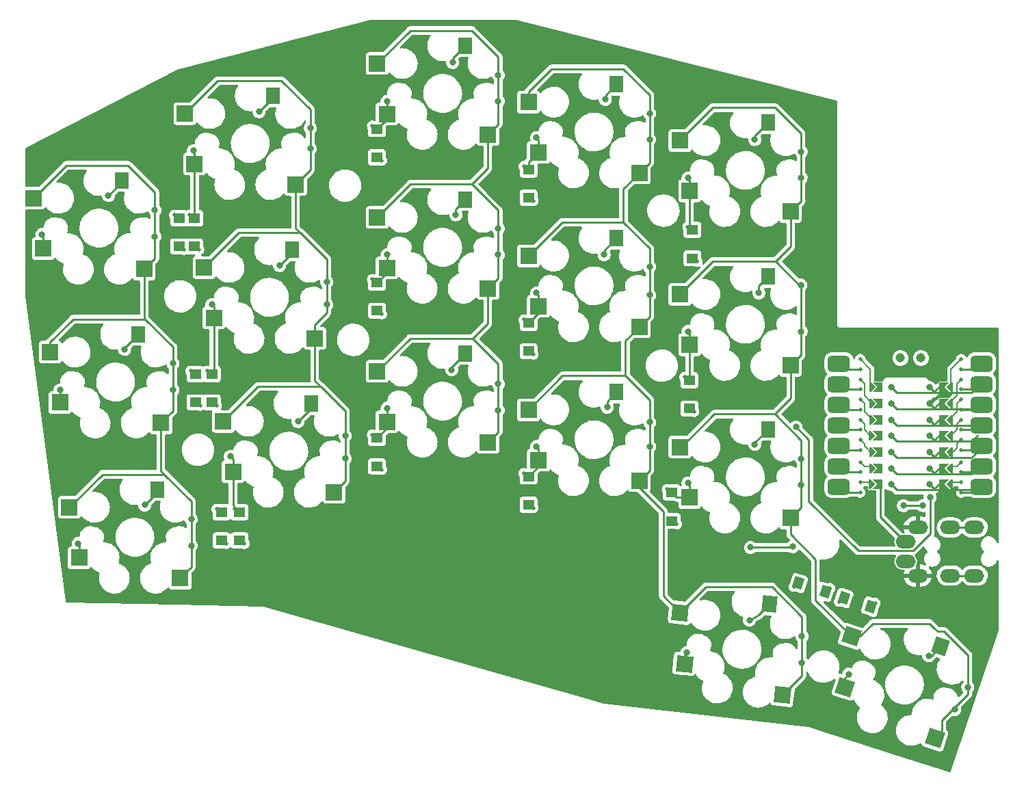
<source format=gtl>
%TF.GenerationSoftware,KiCad,Pcbnew,(6.0.7)*%
%TF.CreationDate,2022-09-23T16:12:31+09:00*%
%TF.ProjectId,selen-full,73656c65-6e2d-4667-956c-6c2e6b696361,rev?*%
%TF.SameCoordinates,Original*%
%TF.FileFunction,Copper,L1,Top*%
%TF.FilePolarity,Positive*%
%FSLAX46Y46*%
G04 Gerber Fmt 4.6, Leading zero omitted, Abs format (unit mm)*
G04 Created by KiCad (PCBNEW (6.0.7)) date 2022-09-23 16:12:31*
%MOMM*%
%LPD*%
G01*
G04 APERTURE LIST*
G04 Aperture macros list*
%AMRoundRect*
0 Rectangle with rounded corners*
0 $1 Rounding radius*
0 $2 $3 $4 $5 $6 $7 $8 $9 X,Y pos of 4 corners*
0 Add a 4 corners polygon primitive as box body*
4,1,4,$2,$3,$4,$5,$6,$7,$8,$9,$2,$3,0*
0 Add four circle primitives for the rounded corners*
1,1,$1+$1,$2,$3*
1,1,$1+$1,$4,$5*
1,1,$1+$1,$6,$7*
1,1,$1+$1,$8,$9*
0 Add four rect primitives between the rounded corners*
20,1,$1+$1,$2,$3,$4,$5,0*
20,1,$1+$1,$4,$5,$6,$7,0*
20,1,$1+$1,$6,$7,$8,$9,0*
20,1,$1+$1,$8,$9,$2,$3,0*%
%AMRotRect*
0 Rectangle, with rotation*
0 The origin of the aperture is its center*
0 $1 length*
0 $2 width*
0 $3 Rotation angle, in degrees counterclockwise*
0 Add horizontal line*
21,1,$1,$2,0,0,$3*%
%AMFreePoly0*
4,1,6,0.600000,0.200000,0.000000,-0.400000,-0.600000,0.200000,-0.600000,0.400000,0.600000,0.400000,0.600000,0.200000,0.600000,0.200000,$1*%
%AMFreePoly1*
4,1,49,0.014036,0.121239,0.026629,0.122131,0.041953,0.113759,0.062500,0.108253,0.075111,0.095642,0.088388,0.088388,0.776776,-0.600000,5.173224,-0.600000,5.861612,0.088388,5.890356,0.109852,5.959154,0.124664,6.025052,0.099961,6.067161,0.043572,6.072131,-0.026629,6.038388,-0.088388,5.313388,-0.813388,5.295552,-0.826707,5.292530,-0.830189,5.289826,-0.830982,5.284644,-0.834852,
5.254549,-0.841331,5.225000,-0.850000,0.725000,-0.850000,0.702969,-0.846805,0.698371,-0.847131,0.695898,-0.845780,0.689498,-0.844852,0.663632,-0.828151,0.636612,-0.813388,-0.088388,-0.088388,-0.106146,-0.064607,-0.108253,-0.062500,-0.108552,-0.061385,-0.109852,-0.059644,-0.113261,-0.043810,-0.125000,0.000000,-0.123721,0.004774,-0.124664,0.009154,-0.117242,0.028953,-0.108253,0.062500,
-0.102516,0.068237,-0.099961,0.075052,-0.083139,0.087614,-0.062500,0.108253,-0.051584,0.111178,-0.043572,0.117161,-0.024114,0.118539,0.000000,0.125000,0.014036,0.121239,0.014036,0.121239,$1*%
%AMFreePoly2*
4,1,6,0.600000,-0.250000,-0.600000,-0.250000,-0.600000,1.000000,0.000000,0.400000,0.600000,1.000000,0.600000,-0.250000,0.600000,-0.250000,$1*%
G04 Aperture macros list end*
%TA.AperFunction,EtchedComponent*%
%ADD10C,0.250000*%
%TD*%
%TA.AperFunction,EtchedComponent*%
%ADD11C,0.200000*%
%TD*%
%TA.AperFunction,SMDPad,CuDef*%
%ADD12R,1.400000X1.200000*%
%TD*%
%TA.AperFunction,ComponentPad*%
%ADD13C,0.500000*%
%TD*%
%TA.AperFunction,SMDPad,CuDef*%
%ADD14RotRect,1.200000X1.400000X342.000000*%
%TD*%
%TA.AperFunction,SMDPad,CuDef*%
%ADD15R,2.000000X2.000000*%
%TD*%
%TA.AperFunction,SMDPad,CuDef*%
%ADD16R,1.800000X2.000000*%
%TD*%
%TA.AperFunction,SMDPad,CuDef*%
%ADD17RotRect,2.000000X2.000000X354.000000*%
%TD*%
%TA.AperFunction,SMDPad,CuDef*%
%ADD18RotRect,1.800000X2.000000X354.000000*%
%TD*%
%TA.AperFunction,SMDPad,CuDef*%
%ADD19RotRect,1.200000X1.400000X162.000000*%
%TD*%
%TA.AperFunction,SMDPad,CuDef*%
%ADD20RotRect,2.000000X2.000000X342.000000*%
%TD*%
%TA.AperFunction,SMDPad,CuDef*%
%ADD21RotRect,1.800000X2.000000X342.000000*%
%TD*%
%TA.AperFunction,ComponentPad*%
%ADD22O,2.500000X1.700000*%
%TD*%
%TA.AperFunction,SMDPad,CuDef*%
%ADD23FreePoly0,270.000000*%
%TD*%
%TA.AperFunction,SMDPad,CuDef*%
%ADD24RoundRect,0.499745X-0.874395X-0.499745X0.874395X-0.499745X0.874395X0.499745X-0.874395X0.499745X0*%
%TD*%
%TA.AperFunction,SMDPad,CuDef*%
%ADD25FreePoly0,90.000000*%
%TD*%
%TA.AperFunction,SMDPad,CuDef*%
%ADD26FreePoly1,0.000000*%
%TD*%
%TA.AperFunction,SMDPad,CuDef*%
%ADD27FreePoly2,270.000000*%
%TD*%
%TA.AperFunction,ComponentPad*%
%ADD28C,0.800000*%
%TD*%
%TA.AperFunction,SMDPad,CuDef*%
%ADD29FreePoly1,180.000000*%
%TD*%
%TA.AperFunction,SMDPad,CuDef*%
%ADD30FreePoly2,90.000000*%
%TD*%
%TA.AperFunction,SMDPad,CuDef*%
%ADD31C,1.143000*%
%TD*%
%TA.AperFunction,ViaPad*%
%ADD32C,0.800000*%
%TD*%
%TA.AperFunction,Conductor*%
%ADD33C,0.250000*%
%TD*%
G04 APERTURE END LIST*
D10*
%TO.C,U1*%
X207063796Y-111187504D02*
X208563796Y-111187504D01*
D11*
X206563796Y-101687504D02*
X205813796Y-102437504D01*
X206563796Y-110437504D02*
X205613796Y-110437504D01*
X194563796Y-104687504D02*
X195063796Y-105187504D01*
X207063796Y-109937504D02*
X206563796Y-110437504D01*
X195063796Y-105937504D02*
X195813796Y-106687504D01*
X194563796Y-97187504D02*
X195813796Y-98437504D01*
X195063796Y-102687504D02*
X195063796Y-103687504D01*
X195063796Y-105187504D02*
X195063796Y-105937504D01*
X206563796Y-105187504D02*
X206563796Y-105937504D01*
X194563796Y-109937504D02*
X195063796Y-110437504D01*
X206563796Y-100187504D02*
X206563796Y-101687504D01*
D10*
X207063796Y-113687504D02*
X208563796Y-113687504D01*
X207063796Y-108437504D02*
X208563796Y-108437504D01*
D11*
X206563796Y-105937504D02*
X205813796Y-106687504D01*
X206563796Y-107687504D02*
X206563796Y-108187504D01*
X194563796Y-107187504D02*
X195063796Y-107687504D01*
X194563796Y-99687504D02*
X194813796Y-99937504D01*
X195063796Y-101687504D02*
X195788184Y-102411892D01*
D10*
X207063796Y-100937504D02*
X208713789Y-100937504D01*
D11*
X195063796Y-101187504D02*
X195063796Y-101687504D01*
X207063796Y-97187504D02*
X205813796Y-98437504D01*
X206563796Y-102687504D02*
X206563796Y-103687504D01*
X208713789Y-105073511D02*
X208713789Y-105351296D01*
X195063796Y-107937504D02*
X196038184Y-108911892D01*
X195063796Y-107687504D02*
X195063796Y-107937504D01*
X194813796Y-99937504D02*
X195063796Y-100187504D01*
X195813796Y-98437504D02*
X195813796Y-100087504D01*
X207063796Y-107187504D02*
X206563796Y-107687504D01*
D10*
X194563796Y-103437504D02*
X192795699Y-103437504D01*
D11*
X206563796Y-108187504D02*
X205638184Y-109113116D01*
D10*
X194563796Y-98437504D02*
X192795699Y-98437504D01*
X194563796Y-113687504D02*
X192795699Y-113687504D01*
X207063796Y-103437504D02*
X208713789Y-103437504D01*
D11*
X207063796Y-112437504D02*
X205613796Y-112437504D01*
D10*
X194563796Y-105937504D02*
X192795699Y-105937504D01*
D11*
X195063796Y-103687504D02*
X195788184Y-104411892D01*
D10*
X207063796Y-105937504D02*
X208214044Y-105937504D01*
D11*
X207063796Y-102187504D02*
X206563796Y-102687504D01*
X194563796Y-102187504D02*
X195063796Y-102687504D01*
X205813796Y-98437504D02*
X205813796Y-100437504D01*
X207063796Y-104687504D02*
X206563796Y-105187504D01*
X206563796Y-103687504D02*
X205613796Y-104637504D01*
X194563796Y-112437504D02*
X195663796Y-112437504D01*
X207063796Y-99687504D02*
X206563796Y-100187504D01*
D10*
X194563796Y-111187504D02*
X192795699Y-111187504D01*
X194563796Y-100937504D02*
X192795699Y-100937504D01*
D11*
X195063796Y-100187504D02*
X195063796Y-101187504D01*
D10*
X194563796Y-108437504D02*
X192795699Y-108437504D01*
D11*
X195063796Y-110437504D02*
X196038184Y-110437504D01*
D10*
X207063796Y-98437504D02*
X208713789Y-98437504D01*
%TD*%
D12*
%TO.P,D9,1,K*%
%TO.N,row1*%
X153500000Y-96200000D03*
D13*
X154100000Y-96600000D03*
D12*
%TO.P,D9,2,A*%
%TO.N,Net-(D9-Pad2)*%
X153500000Y-92700000D03*
D13*
X152900000Y-92300000D03*
%TD*%
D12*
%TO.P,D4,1,K*%
%TO.N,row0*%
X153500000Y-77200000D03*
D13*
X154100000Y-77600000D03*
%TO.P,D4,2,A*%
%TO.N,Net-(D4-Pad2)*%
X152900000Y-73300000D03*
D12*
X153500000Y-73700000D03*
%TD*%
%TO.P,D12,1,K*%
%TO.N,row2*%
X117750000Y-119634000D03*
D13*
X118350000Y-120034000D03*
D12*
%TO.P,D12,2,A*%
%TO.N,Net-(D12-Pad2)*%
X117750000Y-116134000D03*
D13*
X117150000Y-115734000D03*
%TD*%
D14*
%TO.P,D17,1,K*%
%TO.N,row3*%
X192532000Y-126746000D03*
D13*
X191966167Y-127193027D03*
%TO.P,D17,2,A*%
%TO.N,Net-(D17-Pad2)*%
X196426531Y-127380532D03*
D14*
X195860698Y-127827560D03*
%TD*%
D15*
%TO.P,SW1,1,1*%
%TO.N,col0*%
X105930000Y-86042500D03*
X92230000Y-77262500D03*
%TO.P,SW1,2,2*%
%TO.N,Net-(D1-Pad2)*%
X93430000Y-83502500D03*
D16*
X103130000Y-75062500D03*
%TD*%
D15*
%TO.P,SW13,1,1*%
%TO.N,col2*%
X148475000Y-107473750D03*
X134775000Y-98693750D03*
D16*
%TO.P,SW13,2,2*%
%TO.N,Net-(D13-Pad2)*%
X145675000Y-96493750D03*
D15*
X135975000Y-104933750D03*
%TD*%
D13*
%TO.P,D15,1,K*%
%TO.N,row2*%
X171850000Y-117600000D03*
D12*
X171250000Y-117200000D03*
D13*
%TO.P,D15,2,A*%
%TO.N,Net-(D15-Pad2)*%
X170650000Y-113300000D03*
D12*
X171250000Y-113700000D03*
%TD*%
%TO.P,D8,1,K*%
%TO.N,row1*%
X134750000Y-91200000D03*
D13*
X135350000Y-91600000D03*
D12*
%TO.P,D8,2,A*%
%TO.N,Net-(D8-Pad2)*%
X134750000Y-87700000D03*
D13*
X134150000Y-87300000D03*
%TD*%
D15*
%TO.P,SW7,1,1*%
%TO.N,col1*%
X127043750Y-94615000D03*
X113343750Y-85835000D03*
D16*
%TO.P,SW7,2,2*%
%TO.N,Net-(D7-Pad2)*%
X124243750Y-83635000D03*
D15*
X114543750Y-92075000D03*
%TD*%
D13*
%TO.P,D11,1,K*%
%TO.N,row2*%
X116100000Y-120034000D03*
D12*
X115500000Y-119634000D03*
D13*
%TO.P,D11,2,A*%
%TO.N,Net-(D11-Pad2)*%
X114900000Y-115734000D03*
D12*
X115500000Y-116134000D03*
%TD*%
D15*
%TO.P,SW6,1,1*%
%TO.N,col0*%
X94293750Y-96312500D03*
X107993750Y-105092500D03*
%TO.P,SW6,2,2*%
%TO.N,Net-(D6-Pad2)*%
X95493750Y-102552500D03*
D16*
X105193750Y-94112500D03*
%TD*%
D15*
%TO.P,SW11,1,1*%
%TO.N,col0*%
X110375000Y-124301250D03*
X96675000Y-115521250D03*
%TO.P,SW11,2,2*%
%TO.N,Net-(D11-Pad2)*%
X97875000Y-121761250D03*
D16*
X107575000Y-113321250D03*
%TD*%
D15*
%TO.P,SW8,1,1*%
%TO.N,col2*%
X134775000Y-79643750D03*
X148475000Y-88423750D03*
%TO.P,SW8,2,2*%
%TO.N,Net-(D8-Pad2)*%
X135975000Y-85883750D03*
D16*
X145675000Y-77443750D03*
%TD*%
D15*
%TO.P,SW10,1,1*%
%TO.N,col4*%
X185940000Y-97948750D03*
X172240000Y-89168750D03*
D16*
%TO.P,SW10,2,2*%
%TO.N,Net-(D10-Pad2)*%
X183140000Y-86968750D03*
D15*
X173440000Y-95408750D03*
%TD*%
%TO.P,SW15,1,1*%
%TO.N,col4*%
X185940000Y-116840000D03*
X172240000Y-108060000D03*
D16*
%TO.P,SW15,2,2*%
%TO.N,Net-(D15-Pad2)*%
X183140000Y-105860000D03*
D15*
X173440000Y-114300000D03*
%TD*%
%TO.P,SW3,1,1*%
%TO.N,col2*%
X134775000Y-60593750D03*
X148475000Y-69373750D03*
%TO.P,SW3,2,2*%
%TO.N,Net-(D3-Pad2)*%
X135975000Y-66833750D03*
D16*
X145675000Y-58393750D03*
%TD*%
D17*
%TO.P,SW16,1,1*%
%TO.N,col3*%
X172256260Y-128570170D03*
X184963450Y-138734113D03*
D18*
%TO.P,SW16,2,2*%
%TO.N,Net-(D16-Pad2)*%
X183326511Y-127521583D03*
D17*
X172797429Y-134901421D03*
%TD*%
D12*
%TO.P,D3,1,K*%
%TO.N,row0*%
X134750000Y-72200000D03*
D13*
X135350000Y-72600000D03*
D12*
%TO.P,D3,2,A*%
%TO.N,Net-(D3-Pad2)*%
X134750000Y-68700000D03*
D13*
X134150000Y-68300000D03*
%TD*%
%TO.P,D5,1,K*%
%TO.N,row0*%
X174400000Y-85100000D03*
D12*
X173800000Y-84700000D03*
%TO.P,D5,2,A*%
%TO.N,Net-(D5-Pad2)*%
X173800000Y-81200000D03*
D13*
X173200000Y-80800000D03*
%TD*%
D12*
%TO.P,D1,1,K*%
%TO.N,row0*%
X110236000Y-83234000D03*
D13*
X110836000Y-83634000D03*
%TO.P,D1,2,A*%
%TO.N,Net-(D1-Pad2)*%
X109636000Y-79334000D03*
D12*
X110236000Y-79734000D03*
%TD*%
D15*
%TO.P,SW2,1,1*%
%TO.N,col1*%
X124662500Y-75565000D03*
X110962500Y-66785000D03*
D16*
%TO.P,SW2,2,2*%
%TO.N,Net-(D2-Pad2)*%
X121862500Y-64585000D03*
D15*
X112162500Y-73025000D03*
%TD*%
%TO.P,SW9,1,1*%
%TO.N,col3*%
X167207500Y-93186250D03*
X153507500Y-84406250D03*
%TO.P,SW9,2,2*%
%TO.N,Net-(D9-Pad2)*%
X154707500Y-90646250D03*
D16*
X164407500Y-82206250D03*
%TD*%
D15*
%TO.P,SW5,1,1*%
%TO.N,col4*%
X185940000Y-78898750D03*
X172240000Y-70118750D03*
D16*
%TO.P,SW5,2,2*%
%TO.N,Net-(D5-Pad2)*%
X183140000Y-67918750D03*
D15*
X173440000Y-76358750D03*
%TD*%
D13*
%TO.P,D16,1,K*%
%TO.N,row3*%
X190811833Y-125536973D03*
D19*
X190246000Y-125984000D03*
D13*
%TO.P,D16,2,A*%
%TO.N,Net-(D16-Pad2)*%
X186351469Y-125349468D03*
D19*
X186917302Y-124902440D03*
%TD*%
D13*
%TO.P,D13,1,K*%
%TO.N,row2*%
X135350000Y-110850000D03*
D12*
X134750000Y-110450000D03*
%TO.P,D13,2,A*%
%TO.N,Net-(D13-Pad2)*%
X134750000Y-106950000D03*
D13*
X134150000Y-106550000D03*
%TD*%
%TO.P,D10,1,K*%
%TO.N,row1*%
X174000000Y-103700000D03*
D12*
X173400000Y-103300000D03*
D13*
%TO.P,D10,2,A*%
%TO.N,Net-(D10-Pad2)*%
X172800000Y-99400000D03*
D12*
X173400000Y-99800000D03*
%TD*%
D20*
%TO.P,SW17,1,1*%
%TO.N,col4*%
X203793659Y-144085163D03*
X193477354Y-131501354D03*
D21*
%TO.P,SW17,2,2*%
%TO.N,Net-(D17-Pad2)*%
X204523708Y-132777315D03*
D20*
X192690356Y-137806767D03*
%TD*%
D15*
%TO.P,SW12,1,1*%
%TO.N,col1*%
X115725000Y-104885000D03*
X129425000Y-113665000D03*
%TO.P,SW12,2,2*%
%TO.N,Net-(D12-Pad2)*%
X116925000Y-111125000D03*
D16*
X126625000Y-102685000D03*
%TD*%
D13*
%TO.P,D14,1,K*%
%TO.N,row2*%
X154100000Y-115600000D03*
D12*
X153500000Y-115200000D03*
%TO.P,D14,2,A*%
%TO.N,Net-(D14-Pad2)*%
X153500000Y-111700000D03*
D13*
X152900000Y-111300000D03*
%TD*%
D22*
%TO.P,J1,A*%
%TO.N,data*%
X200184000Y-119775000D03*
X200184000Y-122225000D03*
%TO.P,J1,B*%
%TO.N,+3V3*%
X208684000Y-118025000D03*
X208684000Y-123975000D03*
%TO.P,J1,C*%
X205684000Y-118025000D03*
X205684000Y-123975000D03*
%TO.P,J1,D*%
%TO.N,GND*%
X201684000Y-123975000D03*
X201684000Y-118025000D03*
%TD*%
D13*
%TO.P,D2,1,K*%
%TO.N,row0*%
X112711000Y-83634000D03*
D12*
X112111000Y-83234000D03*
D13*
%TO.P,D2,2,A*%
%TO.N,Net-(D2-Pad2)*%
X111511000Y-79334000D03*
D12*
X112111000Y-79734000D03*
%TD*%
D15*
%TO.P,SW14,1,1*%
%TO.N,col3*%
X153507500Y-103456250D03*
X167207500Y-112236250D03*
D16*
%TO.P,SW14,2,2*%
%TO.N,Net-(D14-Pad2)*%
X164407500Y-101256250D03*
D15*
X154707500Y-109696250D03*
%TD*%
D12*
%TO.P,D7,1,K*%
%TO.N,row1*%
X114300000Y-102538000D03*
D13*
X114900000Y-102938000D03*
%TO.P,D7,2,A*%
%TO.N,Net-(D7-Pad2)*%
X113700000Y-98638000D03*
D12*
X114300000Y-99038000D03*
%TD*%
D15*
%TO.P,SW4,1,1*%
%TO.N,col3*%
X167207500Y-74136250D03*
X153507500Y-65356250D03*
%TO.P,SW4,2,2*%
%TO.N,Net-(D4-Pad2)*%
X154707500Y-71596250D03*
D16*
X164407500Y-63156250D03*
%TD*%
D13*
%TO.P,U1,*%
%TO.N,*%
X194563796Y-112437504D03*
X194563796Y-99687504D03*
D23*
X205563796Y-106687504D03*
D13*
X207063796Y-98437504D03*
X194563796Y-108437504D03*
X207063796Y-103437504D03*
X194563796Y-107187504D03*
X194563796Y-97187504D03*
D24*
X209588184Y-107891296D03*
X191921304Y-107891296D03*
D13*
X194563796Y-104687504D03*
D23*
X205563796Y-110687504D03*
X205588184Y-108687504D03*
D13*
X194563796Y-113687504D03*
D24*
X209588184Y-100271296D03*
D25*
X196088184Y-104687504D03*
D24*
X191921304Y-112971296D03*
X209588184Y-102811296D03*
D13*
X194563796Y-103437504D03*
D23*
X205588184Y-102687504D03*
D24*
X209588184Y-105351296D03*
D23*
X205588184Y-104687504D03*
D13*
X194563796Y-109937504D03*
D24*
X209588184Y-112971296D03*
D23*
X205588184Y-100687504D03*
D13*
X207063796Y-109937504D03*
X207063796Y-99687504D03*
X207063796Y-108437504D03*
X194563796Y-100937504D03*
D25*
X196088184Y-102687504D03*
D24*
X191921304Y-105351296D03*
X191921304Y-97731296D03*
D13*
X207063796Y-105937504D03*
D25*
X196063796Y-112687504D03*
D13*
X207063796Y-112437504D03*
X207063796Y-107187504D03*
X207063796Y-104687504D03*
D25*
X196088184Y-108687504D03*
D23*
X205563796Y-112687504D03*
D13*
X207063796Y-97187504D03*
X207063796Y-100937504D03*
X207063796Y-102187504D03*
X194563796Y-98437504D03*
D25*
X196063796Y-106687504D03*
D13*
X194563796Y-102187504D03*
X207063796Y-113687504D03*
X194563796Y-105937504D03*
D25*
X196088184Y-100687504D03*
D24*
X209588184Y-97731296D03*
D13*
X194563796Y-111187504D03*
D24*
X191921304Y-110431296D03*
X191921304Y-100271296D03*
X209588184Y-110431296D03*
X191921304Y-102811296D03*
D25*
X196088184Y-110687504D03*
D13*
X207063796Y-111187504D03*
D26*
%TO.P,U1,1,D0*%
%TO.N,col2*%
X198364408Y-100687504D03*
D27*
X204588184Y-100687504D03*
D28*
X198364408Y-100687504D03*
%TO.P,U1,2,D1*%
%TO.N,col1*%
X198364408Y-102687504D03*
D27*
X204588184Y-102687504D03*
D26*
X198364408Y-102687504D03*
D27*
%TO.P,U1,3,D2*%
%TO.N,col0*%
X204588184Y-104687504D03*
D28*
X198364408Y-104687504D03*
D26*
X198364408Y-104687504D03*
D28*
%TO.P,U1,4,D3*%
%TO.N,col3*%
X198364408Y-106687504D03*
D27*
X204563796Y-106687504D03*
D26*
X198364408Y-106687504D03*
D28*
%TO.P,U1,5,D4*%
%TO.N,col4*%
X198364408Y-108687504D03*
D27*
X204588184Y-108687504D03*
D26*
X198364408Y-108687504D03*
D28*
%TO.P,U1,6,D5*%
%TO.N,row0*%
X198364408Y-110687504D03*
D27*
X204563796Y-110687504D03*
D26*
X198364408Y-110687504D03*
D27*
%TO.P,U1,7,D6*%
%TO.N,unconnected-(U1-Pad7)*%
X204563796Y-112687504D03*
D26*
X198364408Y-112687504D03*
D28*
X198364408Y-112687504D03*
D29*
%TO.P,U1,8,D7*%
%TO.N,data*%
X203150408Y-112687504D03*
D30*
X197063796Y-112687504D03*
D28*
X203150408Y-112687504D03*
%TO.P,U1,9,D8*%
%TO.N,row1*%
X203150408Y-110687504D03*
D30*
X197088184Y-110687504D03*
D29*
X203150408Y-110687504D03*
%TO.P,U1,10,D9*%
%TO.N,row3*%
X203150408Y-108687504D03*
D28*
X203150408Y-108687504D03*
D30*
X197088184Y-108687504D03*
D28*
%TO.P,U1,11,D10*%
%TO.N,row2*%
X203150408Y-106687504D03*
D29*
X203150408Y-106687504D03*
D30*
X197063796Y-106687504D03*
D29*
%TO.P,U1,12,3V3*%
%TO.N,+3V3*%
X203150408Y-104687504D03*
D28*
X203150408Y-104687504D03*
D30*
X197088184Y-104687504D03*
D28*
%TO.P,U1,13,GND*%
%TO.N,GND*%
X203150408Y-102687504D03*
D29*
X203150408Y-102687504D03*
D30*
X197088184Y-102687504D03*
D29*
%TO.P,U1,14,5V*%
%TO.N,unconnected-(U1-Pad14)*%
X203150408Y-100687504D03*
D30*
X197088184Y-100687504D03*
D28*
X203150408Y-100687504D03*
D31*
%TO.P,U1,17*%
%TO.N,N/C*%
X199536987Y-97044929D03*
%TO.P,U1,18*%
X202076987Y-97044929D03*
%TD*%
D13*
%TO.P,D6,1,K*%
%TO.N,row1*%
X112868000Y-102938000D03*
D12*
X112268000Y-102538000D03*
%TO.P,D6,2,A*%
%TO.N,Net-(D6-Pad2)*%
X112268000Y-99038000D03*
D13*
X111668000Y-98638000D03*
%TD*%
D32*
%TO.N,Net-(D1-Pad2)*%
X93250000Y-81750000D03*
X101500000Y-76937501D03*
%TO.N,Net-(D2-Pad2)*%
X112014000Y-71374000D03*
X120142000Y-66548000D03*
%TO.N,Net-(D3-Pad2)*%
X144106305Y-60450539D03*
X136000000Y-65250000D03*
%TO.N,Net-(D4-Pad2)*%
X154500000Y-69750000D03*
X163000000Y-65031251D03*
%TO.N,Net-(D5-Pad2)*%
X173250000Y-74750000D03*
X181500000Y-70000000D03*
%TO.N,row1*%
X203200000Y-114300000D03*
X186612299Y-105587701D03*
%TO.N,Net-(D6-Pad2)*%
X103500000Y-95987501D03*
X95500000Y-101000000D03*
%TO.N,Net-(D7-Pad2)*%
X122682000Y-85598000D03*
X114300000Y-90424000D03*
%TO.N,Net-(D8-Pad2)*%
X136000000Y-84250000D03*
X144500000Y-79318751D03*
%TO.N,Net-(D9-Pad2)*%
X154500000Y-89000000D03*
X162856653Y-84262355D03*
%TO.N,Net-(D10-Pad2)*%
X173250000Y-93750000D03*
X182000000Y-89000000D03*
%TO.N,row2*%
X181000000Y-120500000D03*
X186182000Y-120396000D03*
%TO.N,Net-(D11-Pad2)*%
X97750000Y-120000000D03*
X106000000Y-115250000D03*
%TO.N,Net-(D12-Pad2)*%
X124968000Y-104902000D03*
X116586000Y-109220000D03*
%TO.N,Net-(D13-Pad2)*%
X144000000Y-98500000D03*
X136000000Y-103250000D03*
%TO.N,Net-(D14-Pad2)*%
X163250000Y-103131251D03*
X154500000Y-108000000D03*
%TO.N,Net-(D15-Pad2)*%
X181500000Y-107750000D03*
X173250000Y-112500000D03*
%TO.N,Net-(D16-Pad2)*%
X180844000Y-129500000D03*
X173090244Y-133503756D03*
%TO.N,Net-(D17-Pad2)*%
X193141826Y-136171981D03*
X203030646Y-133910801D03*
%TO.N,col0*%
X107250000Y-78750000D03*
X111750000Y-120250000D03*
X111750000Y-117000000D03*
X109500000Y-101000000D03*
X109500000Y-97725500D03*
X107250000Y-82000000D03*
%TO.N,col1*%
X126492000Y-71120000D03*
X128524000Y-87630000D03*
X126492000Y-68580000D03*
X130810000Y-109474000D03*
X130810000Y-106680000D03*
X128524000Y-90424000D03*
%TO.N,col2*%
X149750000Y-100250000D03*
X149750000Y-103500000D03*
X149750000Y-84250000D03*
X149750000Y-81000000D03*
X149750000Y-62000000D03*
X149750000Y-65250000D03*
%TO.N,col3*%
X168500000Y-85750000D03*
X168500000Y-66750000D03*
X168500000Y-89250000D03*
X187344000Y-131500000D03*
X168500000Y-70000000D03*
X168500000Y-105000000D03*
X187344000Y-134750000D03*
X168500000Y-108000000D03*
%TO.N,col4*%
X187250000Y-93750000D03*
X187250000Y-112750000D03*
X187250000Y-109500000D03*
X187250000Y-71500000D03*
X187250000Y-74750000D03*
X206255646Y-140547895D03*
X187215001Y-88000000D03*
X207880646Y-137776646D03*
%TO.N,+3V3*%
X199898000Y-115316000D03*
X202315299Y-115316000D03*
%TO.N,GND*%
X203900000Y-98000000D03*
X188722000Y-67056000D03*
X178600000Y-82000000D03*
X130556000Y-70358000D03*
X172000000Y-105400000D03*
%TD*%
D33*
%TO.N,Net-(D1-Pad2)*%
X101500000Y-76937501D02*
X103130000Y-75307501D01*
X103130000Y-75307501D02*
X103130000Y-75062500D01*
X93430000Y-81930000D02*
X93250000Y-81750000D01*
X93430000Y-83502500D02*
X93430000Y-81930000D01*
%TO.N,Net-(D2-Pad2)*%
X121862500Y-64827500D02*
X121862500Y-64585000D01*
X112162500Y-71522500D02*
X112014000Y-71374000D01*
X120142000Y-66548000D02*
X121862500Y-64827500D01*
X112162500Y-73025000D02*
X112162500Y-71522500D01*
X112162500Y-79682500D02*
X112111000Y-79734000D01*
X112162500Y-73025000D02*
X112162500Y-79682500D01*
%TO.N,Net-(D3-Pad2)*%
X135975000Y-66833750D02*
X135975000Y-67475000D01*
X144106305Y-60450539D02*
X144106305Y-59962445D01*
X144106305Y-59962445D02*
X145675000Y-58393750D01*
X135975000Y-66833750D02*
X135975000Y-65275000D01*
X135975000Y-67475000D02*
X134750000Y-68700000D01*
X135975000Y-65275000D02*
X136000000Y-65250000D01*
%TO.N,Net-(D4-Pad2)*%
X154707500Y-69957500D02*
X154500000Y-69750000D01*
X153500000Y-72803750D02*
X153500000Y-73700000D01*
X154707500Y-71596250D02*
X153500000Y-72803750D01*
X163000000Y-65031251D02*
X163000000Y-64563750D01*
X154707500Y-71596250D02*
X154707500Y-69957500D01*
X163000000Y-64563750D02*
X164407500Y-63156250D01*
%TO.N,Net-(D5-Pad2)*%
X173440000Y-76358750D02*
X173440000Y-74940000D01*
X173440000Y-76358750D02*
X173440000Y-80840000D01*
X173440000Y-74940000D02*
X173250000Y-74750000D01*
X173440000Y-80840000D02*
X173800000Y-81200000D01*
X181500000Y-70000000D02*
X181500000Y-69558750D01*
X181500000Y-69558750D02*
X183140000Y-67918750D01*
%TO.N,row1*%
X203209000Y-118791000D02*
X201100000Y-120900000D01*
X201100000Y-120900000D02*
X194300000Y-120900000D01*
X188200000Y-114800000D02*
X188200000Y-107175402D01*
X194300000Y-120900000D02*
X188200000Y-114800000D01*
X203200000Y-117550010D02*
X203209000Y-117559010D01*
X188200000Y-107175402D02*
X186612299Y-105587701D01*
X203200000Y-114300000D02*
X203200000Y-117550010D01*
X203209000Y-117559010D02*
X203209000Y-118791000D01*
%TO.N,Net-(D6-Pad2)*%
X95493750Y-102552500D02*
X95493750Y-101006250D01*
X103500000Y-95987501D02*
X103500000Y-95806250D01*
X95493750Y-101006250D02*
X95500000Y-101000000D01*
X103500000Y-95806250D02*
X105193750Y-94112500D01*
%TO.N,Net-(D7-Pad2)*%
X114543750Y-98794250D02*
X114300000Y-99038000D01*
X124243750Y-84036250D02*
X124243750Y-83635000D01*
X114543750Y-92075000D02*
X114543750Y-98794250D01*
X114543750Y-90667750D02*
X114300000Y-90424000D01*
X114543750Y-92075000D02*
X114543750Y-90667750D01*
X122682000Y-85598000D02*
X124243750Y-84036250D01*
%TO.N,Net-(D8-Pad2)*%
X144500000Y-79318751D02*
X144500000Y-78618750D01*
X135975000Y-85883750D02*
X135975000Y-86475000D01*
X135975000Y-86475000D02*
X134750000Y-87700000D01*
X144500000Y-78618750D02*
X145675000Y-77443750D01*
X135975000Y-85883750D02*
X135975000Y-84275000D01*
X135975000Y-84275000D02*
X136000000Y-84250000D01*
%TO.N,Net-(D9-Pad2)*%
X154707500Y-90646250D02*
X154707500Y-89207500D01*
X162856653Y-83757097D02*
X164407500Y-82206250D01*
X162856653Y-84262355D02*
X162856653Y-83757097D01*
X154707500Y-89207500D02*
X154500000Y-89000000D01*
X154707500Y-91492500D02*
X153500000Y-92700000D01*
X154707500Y-90646250D02*
X154707500Y-91492500D01*
%TO.N,Net-(D10-Pad2)*%
X182000000Y-88108750D02*
X183140000Y-86968750D01*
X173440000Y-99760000D02*
X173400000Y-99800000D01*
X173440000Y-93940000D02*
X173250000Y-93750000D01*
X182000000Y-89000000D02*
X182000000Y-88108750D01*
X173440000Y-95408750D02*
X173440000Y-93940000D01*
X173440000Y-95408750D02*
X173440000Y-99760000D01*
%TO.N,row2*%
X186078000Y-120500000D02*
X181000000Y-120500000D01*
X186182000Y-120396000D02*
X186078000Y-120500000D01*
%TO.N,Net-(D11-Pad2)*%
X107575000Y-113675000D02*
X107575000Y-113321250D01*
X106000000Y-115250000D02*
X107575000Y-113675000D01*
X97875000Y-120125000D02*
X97750000Y-120000000D01*
X97875000Y-121761250D02*
X97875000Y-120125000D01*
%TO.N,Net-(D12-Pad2)*%
X126625000Y-103245000D02*
X126625000Y-102685000D01*
X124968000Y-104902000D02*
X126625000Y-103245000D01*
X116925000Y-109559000D02*
X116586000Y-109220000D01*
X116925000Y-111125000D02*
X116925000Y-115309000D01*
X116925000Y-111125000D02*
X116925000Y-109559000D01*
X116925000Y-115309000D02*
X117750000Y-116134000D01*
%TO.N,Net-(D13-Pad2)*%
X135975000Y-103275000D02*
X136000000Y-103250000D01*
X135975000Y-104933750D02*
X135975000Y-103275000D01*
X135975000Y-105725000D02*
X134750000Y-106950000D01*
X144000000Y-98500000D02*
X144000000Y-98168750D01*
X135975000Y-104933750D02*
X135975000Y-105725000D01*
X144000000Y-98168750D02*
X145675000Y-96493750D01*
%TO.N,Net-(D14-Pad2)*%
X154707500Y-109696250D02*
X154707500Y-110492500D01*
X163250000Y-102413750D02*
X164407500Y-101256250D01*
X154707500Y-109696250D02*
X154707500Y-108207500D01*
X154707500Y-110492500D02*
X153500000Y-111700000D01*
X154707500Y-108207500D02*
X154500000Y-108000000D01*
X163250000Y-103131251D02*
X163250000Y-102413750D01*
%TO.N,Net-(D15-Pad2)*%
X181500000Y-107500000D02*
X183140000Y-105860000D01*
X173440000Y-112690000D02*
X173250000Y-112500000D01*
X181500000Y-107750000D02*
X181500000Y-107500000D01*
X171850000Y-114300000D02*
X171250000Y-113700000D01*
X173440000Y-114300000D02*
X173440000Y-112690000D01*
X173440000Y-114300000D02*
X171850000Y-114300000D01*
%TO.N,Net-(D16-Pad2)*%
X172797429Y-133796571D02*
X173090244Y-133503756D01*
X172797429Y-134901421D02*
X172797429Y-133796571D01*
X180844000Y-129500000D02*
X181989980Y-128858114D01*
X181989980Y-128858114D02*
X183326511Y-127521583D01*
%TO.N,Net-(D17-Pad2)*%
X203030646Y-133910801D02*
X203390222Y-133910801D01*
X192690356Y-136623451D02*
X193141826Y-136171981D01*
X203390222Y-133910801D02*
X204523708Y-132777315D01*
X192690356Y-137806767D02*
X192690356Y-136623451D01*
%TO.N,col0*%
X107250000Y-84722500D02*
X105930000Y-86042500D01*
X92230000Y-77262500D02*
X96305001Y-73187499D01*
X96305001Y-73187499D02*
X103937499Y-73187499D01*
X111750000Y-117000000D02*
X111750000Y-120250000D01*
X94293750Y-95062500D02*
X97118751Y-92237499D01*
X103937499Y-73187499D02*
X107250000Y-76500000D01*
X100750001Y-111446249D02*
X108446249Y-111446249D01*
X105930000Y-86042500D02*
X105930000Y-92117499D01*
X109500000Y-101000000D02*
X109500000Y-103586250D01*
X107993750Y-105092500D02*
X107993750Y-110993750D01*
X97118751Y-92237499D02*
X106050000Y-92237499D01*
X107993750Y-110993750D02*
X108446249Y-111446249D01*
X109500000Y-103586250D02*
X107993750Y-105092500D01*
X107250000Y-82000000D02*
X107250000Y-84722500D01*
X94293750Y-96312500D02*
X94293750Y-95062500D01*
X107250000Y-76500000D02*
X107250000Y-78750000D01*
X96675000Y-115521250D02*
X100750001Y-111446249D01*
X109500000Y-95687499D02*
X109500000Y-101000000D01*
X111750000Y-120250000D02*
X111750000Y-122926250D01*
X111750000Y-114750000D02*
X111750000Y-117000000D01*
X108446249Y-111446249D02*
X111750000Y-114750000D01*
X105930000Y-92117499D02*
X106050000Y-92237499D01*
X107250000Y-78750000D02*
X107250000Y-82000000D01*
X111750000Y-122926250D02*
X110375000Y-124301250D01*
X106050000Y-92237499D02*
X109500000Y-95687499D01*
%TO.N,col1*%
X127762000Y-100584000D02*
X130810000Y-103632000D01*
X128524000Y-91440000D02*
X127043750Y-92920250D01*
X127043750Y-92920250D02*
X127043750Y-94615000D01*
X128524000Y-87630000D02*
X128524000Y-90424000D01*
X130810000Y-106680000D02*
X130810000Y-109474000D01*
X127043750Y-99865750D02*
X127762000Y-100584000D01*
X124662500Y-75565000D02*
X124662500Y-80974500D01*
X128524000Y-84836000D02*
X128524000Y-87630000D01*
X120026000Y-100584000D02*
X127762000Y-100584000D01*
X110962500Y-66785000D02*
X115037501Y-62709999D01*
X125222000Y-81534000D02*
X128524000Y-84836000D01*
X130810000Y-109474000D02*
X130810000Y-112280000D01*
X130810000Y-103632000D02*
X130810000Y-106680000D01*
X128524000Y-90424000D02*
X128524000Y-91440000D01*
X130810000Y-112280000D02*
X129425000Y-113665000D01*
X117644750Y-81534000D02*
X125222000Y-81534000D01*
X127043750Y-94615000D02*
X127043750Y-99865750D01*
X126492000Y-73735500D02*
X124662500Y-75565000D01*
X113343750Y-85835000D02*
X117644750Y-81534000D01*
X126492000Y-66294000D02*
X126492000Y-68580000D01*
X124662500Y-80974500D02*
X125222000Y-81534000D01*
X115037501Y-62709999D02*
X122907999Y-62709999D01*
X115725000Y-104885000D02*
X120026000Y-100584000D01*
X122907999Y-62709999D02*
X126492000Y-66294000D01*
X126492000Y-68580000D02*
X126492000Y-71120000D01*
X126492000Y-71120000D02*
X126492000Y-73735500D01*
%TO.N,col2*%
X149750000Y-65250000D02*
X149750000Y-68098750D01*
X149750000Y-62000000D02*
X149750000Y-65250000D01*
X146500000Y-75500000D02*
X149750000Y-78750000D01*
X149750000Y-103500000D02*
X149750000Y-106198750D01*
X134775000Y-79643750D02*
X138918750Y-75500000D01*
X149750000Y-84250000D02*
X149750000Y-87148750D01*
X148475000Y-92762498D02*
X146618749Y-94618749D01*
X138918750Y-75500000D02*
X146500000Y-75500000D01*
X149750000Y-87148750D02*
X148475000Y-88423750D01*
X138868750Y-56500000D02*
X146500000Y-56500000D01*
X148475000Y-69373750D02*
X148475000Y-73525000D01*
X148475000Y-73525000D02*
X146500000Y-75500000D01*
X148475000Y-88423750D02*
X148475000Y-92762498D01*
X149750000Y-81000000D02*
X149750000Y-84250000D01*
X149750000Y-68098750D02*
X148475000Y-69373750D01*
X134775000Y-60593750D02*
X138868750Y-56500000D01*
X149750000Y-59750000D02*
X149750000Y-62000000D01*
X134775000Y-98693750D02*
X138850001Y-94618749D01*
X146500000Y-56500000D02*
X149750000Y-59750000D01*
X138850001Y-94618749D02*
X146618749Y-94618749D01*
X149750000Y-100250000D02*
X149750000Y-103500000D01*
X149750000Y-78750000D02*
X149750000Y-81000000D01*
X149750000Y-106198750D02*
X148475000Y-107473750D01*
X149750000Y-97750000D02*
X149750000Y-100250000D01*
X146618749Y-94618749D02*
X149750000Y-97750000D01*
%TO.N,col3*%
X167207500Y-112236250D02*
X167207500Y-113105500D01*
X168500000Y-64500000D02*
X168500000Y-66750000D01*
X167207500Y-113105500D02*
X170180000Y-116078000D01*
X168500000Y-83500000D02*
X168500000Y-85750000D01*
X153507500Y-65356250D02*
X153507500Y-64106250D01*
X170180000Y-126493910D02*
X172256260Y-128570170D01*
X187344000Y-136353563D02*
X184963450Y-138734113D01*
X168500000Y-108000000D02*
X168500000Y-110943750D01*
X165250000Y-80250000D02*
X168500000Y-83500000D01*
X168500000Y-72843750D02*
X167207500Y-74136250D01*
X168500000Y-66750000D02*
X168500000Y-70000000D01*
X168500000Y-70000000D02*
X168500000Y-72843750D01*
X187344000Y-129064492D02*
X187344000Y-131500000D01*
X153507500Y-84406250D02*
X157663750Y-80250000D01*
X187344000Y-134750000D02*
X187344000Y-136353563D01*
X187344000Y-131500000D02*
X187344000Y-134750000D01*
X167207500Y-93186250D02*
X168500000Y-91893750D01*
X168500000Y-102250000D02*
X168500000Y-105000000D01*
X153507500Y-64106250D02*
X156363750Y-61250000D01*
X165250000Y-76093750D02*
X165250000Y-80250000D01*
X157713750Y-99250000D02*
X165500000Y-99250000D01*
X157663750Y-80250000D02*
X165250000Y-80250000D01*
X165500000Y-99250000D02*
X168500000Y-102250000D01*
X153507500Y-103456250D02*
X157713750Y-99250000D01*
X168500000Y-91893750D02*
X168500000Y-89250000D01*
X175472528Y-125353902D02*
X183633410Y-125353902D01*
X167207500Y-74136250D02*
X165250000Y-76093750D01*
X172256260Y-128570170D02*
X175472528Y-125353902D01*
X165250000Y-61250000D02*
X168500000Y-64500000D01*
X168500000Y-110943750D02*
X167207500Y-112236250D01*
X156363750Y-61250000D02*
X165250000Y-61250000D01*
X167207500Y-93186250D02*
X165500000Y-94893750D01*
X170180000Y-116078000D02*
X170180000Y-126493910D01*
X183633410Y-125353902D02*
X187344000Y-129064492D01*
X165500000Y-94893750D02*
X165500000Y-99250000D01*
X168500000Y-85750000D02*
X168500000Y-89250000D01*
X168500000Y-105000000D02*
X168500000Y-108000000D01*
%TO.N,col4*%
X185940000Y-102029998D02*
X183984999Y-103984999D01*
X187250000Y-115530000D02*
X185940000Y-116840000D01*
X187250000Y-96638750D02*
X185940000Y-97948750D01*
X184043749Y-66043749D02*
X187250000Y-69250000D01*
X184093749Y-85093749D02*
X187250000Y-88250000D01*
X187250000Y-93750000D02*
X187250000Y-96638750D01*
X204954722Y-130910801D02*
X207880646Y-133836725D01*
X187250000Y-109500000D02*
X187250000Y-112750000D01*
X203741923Y-130522077D02*
X204130646Y-130910801D01*
X187250000Y-112750000D02*
X187250000Y-115530000D01*
X185940000Y-118884000D02*
X185940000Y-116840000D01*
X203130647Y-129910801D02*
X203741923Y-130522077D01*
X193477354Y-131501354D02*
X194528817Y-131501354D01*
X185940000Y-97948750D02*
X185940000Y-102029998D01*
X207687723Y-138853723D02*
X204630646Y-141910801D01*
X207880646Y-138660801D02*
X207687723Y-138853723D01*
X196119370Y-129910801D02*
X203130647Y-129910801D01*
X187250000Y-69250000D02*
X187250000Y-71500000D01*
X193477354Y-131501354D02*
X189031001Y-127055001D01*
X207880646Y-138660800D02*
X207687723Y-138853723D01*
X176315001Y-85093749D02*
X184093749Y-85093749D01*
X187250000Y-71750000D02*
X187250000Y-74750000D01*
X172240000Y-89168750D02*
X176315001Y-85093749D01*
X203130646Y-129910801D02*
X203741923Y-130522077D01*
X189031001Y-121975001D02*
X185940000Y-118884000D01*
X187250000Y-107250000D02*
X187250000Y-109500000D01*
X187250000Y-74750000D02*
X187250000Y-77588750D01*
X204630646Y-141910801D02*
X204630646Y-143248176D01*
X187250000Y-71500000D02*
X187250000Y-71750000D01*
X183984999Y-103984999D02*
X187250000Y-107250000D01*
X207880646Y-133836725D02*
X207880646Y-137776646D01*
X207880646Y-137776646D02*
X207880646Y-138660800D01*
X176315001Y-66043749D02*
X184043749Y-66043749D01*
X172440000Y-108060000D02*
X176515001Y-103984999D01*
X185940000Y-83247498D02*
X184093749Y-85093749D01*
X172240000Y-70118750D02*
X176315001Y-66043749D01*
X194528817Y-131501354D02*
X196119370Y-129910801D01*
X187250000Y-90750000D02*
X187250000Y-93750000D01*
X176515001Y-103984999D02*
X183984999Y-103984999D01*
X185940000Y-78898750D02*
X185940000Y-83247498D01*
X187250000Y-88250000D02*
X187250000Y-90750000D01*
X172240000Y-108060000D02*
X172440000Y-108060000D01*
X204130646Y-130910801D02*
X204954722Y-130910801D01*
X204630646Y-143248176D02*
X203793659Y-144085163D01*
X189031001Y-127055001D02*
X189031001Y-121975001D01*
X187250000Y-77588750D02*
X185940000Y-78898750D01*
%TO.N,data*%
X200075000Y-119775000D02*
X197063796Y-116763796D01*
X197063796Y-116763796D02*
X197063796Y-112687504D01*
X200184000Y-119775000D02*
X200075000Y-119775000D01*
%TO.N,+3V3*%
X205684000Y-123975000D02*
X208684000Y-123975000D01*
X205684000Y-118025000D02*
X208684000Y-118025000D01*
X199898000Y-115316000D02*
X202315299Y-115316000D01*
%TD*%
%TA.AperFunction,Conductor*%
%TO.N,GND*%
G36*
X151947402Y-55187136D02*
G01*
X191594349Y-65198712D01*
X191655499Y-65234783D01*
X191687441Y-65298189D01*
X191689500Y-65320877D01*
X191689500Y-92841365D01*
X191687949Y-92861075D01*
X191684508Y-92882801D01*
X191689500Y-92914320D01*
X191695741Y-92953724D01*
X191704354Y-93008105D01*
X191708855Y-93016938D01*
X191708855Y-93016939D01*
X191715376Y-93029736D01*
X191761950Y-93121143D01*
X191851658Y-93210851D01*
X191964696Y-93268447D01*
X192046151Y-93281348D01*
X192090000Y-93288293D01*
X192111726Y-93284852D01*
X192131436Y-93283301D01*
X211563500Y-93283301D01*
X211631621Y-93303303D01*
X211678114Y-93356959D01*
X211689500Y-93409301D01*
X211689500Y-119796566D01*
X211669498Y-119864687D01*
X211615842Y-119911180D01*
X211545568Y-119921284D01*
X211480988Y-119891790D01*
X211445250Y-119840073D01*
X211438266Y-119821090D01*
X211387881Y-119684148D01*
X211365741Y-119648440D01*
X211284137Y-119516824D01*
X211284134Y-119516820D01*
X211280774Y-119511401D01*
X211201267Y-119427325D01*
X211145508Y-119368361D01*
X211145507Y-119368360D01*
X211141119Y-119363720D01*
X210974621Y-119247137D01*
X210788081Y-119166414D01*
X210742053Y-119156798D01*
X210593856Y-119125838D01*
X210593851Y-119125837D01*
X210589120Y-119124849D01*
X210584238Y-119124593D01*
X210584129Y-119124587D01*
X210584113Y-119124587D01*
X210582461Y-119124500D01*
X210433200Y-119124500D01*
X210387756Y-119129116D01*
X210288132Y-119139235D01*
X210288130Y-119139235D01*
X210281784Y-119139880D01*
X210087828Y-119200662D01*
X209910056Y-119299203D01*
X209755729Y-119431477D01*
X209751822Y-119436514D01*
X209751820Y-119436516D01*
X209697331Y-119506763D01*
X209631152Y-119592081D01*
X209585429Y-119685002D01*
X209549749Y-119757515D01*
X209541413Y-119774455D01*
X209539804Y-119780633D01*
X209539803Y-119780635D01*
X209492254Y-119963180D01*
X209490178Y-119971148D01*
X209487601Y-120020331D01*
X209479929Y-120166725D01*
X209479541Y-120174126D01*
X209509935Y-120375097D01*
X209580119Y-120565852D01*
X209583479Y-120571272D01*
X209583480Y-120571273D01*
X209683863Y-120733176D01*
X209683866Y-120733180D01*
X209687226Y-120738599D01*
X209698550Y-120750574D01*
X209781127Y-120837896D01*
X209826881Y-120886280D01*
X209832113Y-120889944D01*
X209832116Y-120889946D01*
X209844215Y-120898418D01*
X209888544Y-120953875D01*
X209895853Y-121024494D01*
X209863823Y-121087854D01*
X209853958Y-121097285D01*
X209755729Y-121181477D01*
X209751822Y-121186514D01*
X209751820Y-121186516D01*
X209715953Y-121232756D01*
X209631152Y-121342081D01*
X209583453Y-121439018D01*
X209557774Y-121491206D01*
X209541413Y-121524455D01*
X209539804Y-121530633D01*
X209539803Y-121530635D01*
X209497408Y-121693393D01*
X209490178Y-121721148D01*
X209479541Y-121924126D01*
X209509935Y-122125097D01*
X209580119Y-122315852D01*
X209583479Y-122321272D01*
X209583480Y-122321273D01*
X209683863Y-122483176D01*
X209683866Y-122483180D01*
X209687226Y-122488599D01*
X209691612Y-122493237D01*
X209821461Y-122630548D01*
X209826881Y-122636280D01*
X209953228Y-122724749D01*
X209982904Y-122745528D01*
X209993379Y-122752863D01*
X210179919Y-122833586D01*
X210225947Y-122843202D01*
X210374144Y-122874162D01*
X210374149Y-122874163D01*
X210378880Y-122875151D01*
X210383762Y-122875407D01*
X210383871Y-122875413D01*
X210383887Y-122875413D01*
X210385539Y-122875500D01*
X210534800Y-122875500D01*
X210582793Y-122870625D01*
X210679868Y-122860765D01*
X210679870Y-122860765D01*
X210686216Y-122860120D01*
X210880172Y-122799338D01*
X211057944Y-122700797D01*
X211212271Y-122568523D01*
X211234228Y-122540217D01*
X211278473Y-122483176D01*
X211336848Y-122407919D01*
X211426587Y-122225545D01*
X211435151Y-122192670D01*
X211441569Y-122168029D01*
X211478096Y-122107150D01*
X211541739Y-122075683D01*
X211612290Y-122083620D01*
X211667351Y-122128440D01*
X211689500Y-122199790D01*
X211689500Y-130723422D01*
X211682865Y-130763770D01*
X205801169Y-148163790D01*
X205780416Y-148225183D01*
X205739653Y-148283311D01*
X205673935Y-148310174D01*
X205622689Y-148304852D01*
X199181658Y-146246041D01*
X188393459Y-142797701D01*
X188388197Y-142795662D01*
X188382998Y-142792204D01*
X188331158Y-142777701D01*
X188326766Y-142776384D01*
X188316737Y-142773178D01*
X188310627Y-142771225D01*
X188310624Y-142771224D01*
X188305915Y-142769719D01*
X188301027Y-142768969D01*
X188298700Y-142768422D01*
X188296328Y-142767955D01*
X188291556Y-142766620D01*
X188278929Y-142765152D01*
X188269796Y-142764090D01*
X188265253Y-142763477D01*
X188212061Y-142755313D01*
X188205896Y-142756320D01*
X188200263Y-142756007D01*
X162902298Y-139815068D01*
X162882491Y-139811137D01*
X160008835Y-138996714D01*
X148661960Y-135780896D01*
X171296779Y-135780896D01*
X171297038Y-135785841D01*
X171297038Y-135785844D01*
X171297187Y-135788689D01*
X171301747Y-135875721D01*
X171305301Y-135884979D01*
X171341869Y-135980240D01*
X171347212Y-135994160D01*
X171362284Y-136012772D01*
X171407582Y-136068710D01*
X171427052Y-136092754D01*
X171435369Y-136098155D01*
X171435370Y-136098156D01*
X171450208Y-136107792D01*
X171533450Y-136161850D01*
X171625169Y-136186426D01*
X171630088Y-136186943D01*
X173671981Y-136401554D01*
X173671986Y-136401554D01*
X173676904Y-136402071D01*
X173681849Y-136401812D01*
X173681852Y-136401812D01*
X173761825Y-136397622D01*
X173761826Y-136397622D01*
X173771729Y-136397103D01*
X173890168Y-136351638D01*
X173952023Y-136301549D01*
X173981053Y-136278041D01*
X173981054Y-136278040D01*
X173988762Y-136271798D01*
X173994164Y-136263480D01*
X174031404Y-136206136D01*
X174085281Y-136159899D01*
X174155602Y-136150130D01*
X174220041Y-136179931D01*
X174245808Y-136211095D01*
X174300059Y-136303749D01*
X174302906Y-136307309D01*
X174447470Y-136488076D01*
X174472317Y-136519146D01*
X174475658Y-136522267D01*
X174649197Y-136684378D01*
X174673865Y-136707422D01*
X174900480Y-136864630D01*
X174904556Y-136866658D01*
X174904558Y-136866659D01*
X175067149Y-136947547D01*
X175119229Y-136995798D01*
X175136956Y-137064546D01*
X175124508Y-137111577D01*
X175125787Y-137112136D01*
X175123965Y-137116305D01*
X175121836Y-137120352D01*
X175120317Y-137124653D01*
X175120315Y-137124658D01*
X175091391Y-137206564D01*
X175029997Y-137380419D01*
X175017142Y-137445639D01*
X174981982Y-137624030D01*
X174976662Y-137651019D01*
X174976435Y-137655573D01*
X174976435Y-137655575D01*
X174963256Y-137920304D01*
X174962948Y-137926484D01*
X174989144Y-138201043D01*
X174990229Y-138205477D01*
X174990230Y-138205483D01*
X175025959Y-138351493D01*
X175054699Y-138468945D01*
X175158241Y-138724577D01*
X175160542Y-138728507D01*
X175160545Y-138728513D01*
X175295297Y-138958654D01*
X175295302Y-138958661D01*
X175297600Y-138962586D01*
X175300447Y-138966146D01*
X175418070Y-139113225D01*
X175469858Y-139177983D01*
X175473199Y-139181104D01*
X175657506Y-139353274D01*
X175671406Y-139366259D01*
X175898021Y-139523467D01*
X175902097Y-139525495D01*
X175902099Y-139525496D01*
X176140869Y-139644283D01*
X176140872Y-139644284D01*
X176144956Y-139646316D01*
X176407040Y-139732231D01*
X176411531Y-139733011D01*
X176411532Y-139733011D01*
X176674999Y-139778757D01*
X176675007Y-139778758D01*
X176678780Y-139779413D01*
X176682617Y-139779604D01*
X176764347Y-139783673D01*
X176764355Y-139783673D01*
X176765918Y-139783751D01*
X176938112Y-139783751D01*
X176940380Y-139783586D01*
X176940392Y-139783586D01*
X177074645Y-139773845D01*
X177143125Y-139768876D01*
X177147580Y-139767892D01*
X177147583Y-139767892D01*
X177407989Y-139710399D01*
X177407992Y-139710398D01*
X177412445Y-139709415D01*
X177670361Y-139611700D01*
X177876589Y-139497151D01*
X177907477Y-139479994D01*
X177907478Y-139479993D01*
X177911470Y-139477776D01*
X178082402Y-139347324D01*
X178127088Y-139313221D01*
X178127089Y-139313220D01*
X178130720Y-139310449D01*
X178147274Y-139293515D01*
X178320325Y-139116493D01*
X178320329Y-139116488D01*
X178323519Y-139113225D01*
X178348124Y-139079422D01*
X178483142Y-138893927D01*
X178483144Y-138893924D01*
X178485829Y-138890235D01*
X178614248Y-138646150D01*
X178706087Y-138386083D01*
X178742558Y-138201043D01*
X178758541Y-138119955D01*
X178758542Y-138119949D01*
X178759422Y-138115483D01*
X178759649Y-138110927D01*
X178772909Y-137844587D01*
X178772909Y-137844581D01*
X178773136Y-137840018D01*
X178746940Y-137565459D01*
X178722823Y-137466898D01*
X178682471Y-137301995D01*
X178681385Y-137297557D01*
X178577843Y-137041925D01*
X178575542Y-137037995D01*
X178575539Y-137037989D01*
X178440787Y-136807848D01*
X178440782Y-136807841D01*
X178438484Y-136803916D01*
X178363395Y-136710022D01*
X178269078Y-136592085D01*
X178269077Y-136592084D01*
X178266226Y-136588519D01*
X178208574Y-136534663D01*
X178068014Y-136403359D01*
X178068011Y-136403357D01*
X178064678Y-136400243D01*
X177838063Y-136243035D01*
X177789036Y-136218644D01*
X177680033Y-136164416D01*
X177671394Y-136160118D01*
X177619314Y-136111867D01*
X177601587Y-136043119D01*
X177614035Y-135996088D01*
X177612756Y-135995529D01*
X177614578Y-135991360D01*
X177616707Y-135987313D01*
X177618493Y-135982257D01*
X177670355Y-135835395D01*
X177708546Y-135727246D01*
X177735662Y-135589670D01*
X177761000Y-135461118D01*
X177761001Y-135461112D01*
X177761881Y-135456646D01*
X177762253Y-135449174D01*
X177775368Y-135185750D01*
X177775368Y-135185744D01*
X177775595Y-135181181D01*
X177749399Y-134906622D01*
X177734449Y-134845524D01*
X177684930Y-134643158D01*
X177683844Y-134638720D01*
X177580302Y-134383088D01*
X177578001Y-134379158D01*
X177577998Y-134379152D01*
X177443246Y-134149011D01*
X177443241Y-134149004D01*
X177440943Y-134145079D01*
X177402433Y-134096925D01*
X177271537Y-133933248D01*
X177271536Y-133933247D01*
X177268685Y-133929682D01*
X177252156Y-133914241D01*
X177070473Y-133744522D01*
X177070470Y-133744520D01*
X177067137Y-133741406D01*
X176840522Y-133584198D01*
X176836444Y-133582169D01*
X176597674Y-133463382D01*
X176597671Y-133463381D01*
X176593587Y-133461349D01*
X176331503Y-133375434D01*
X176073441Y-133330627D01*
X176009746Y-133299266D01*
X175973118Y-133238448D01*
X175975185Y-133167481D01*
X175979618Y-133155849D01*
X176049851Y-132995853D01*
X177521800Y-132995853D01*
X177521887Y-132999855D01*
X177521887Y-132999862D01*
X177528393Y-133298030D01*
X177528481Y-133302047D01*
X177574015Y-133604912D01*
X177575111Y-133608772D01*
X177575112Y-133608777D01*
X177601153Y-133700497D01*
X177657663Y-133899535D01*
X177659243Y-133903231D01*
X177659244Y-133903233D01*
X177663951Y-133914241D01*
X177778069Y-134181142D01*
X177933281Y-134445167D01*
X178120783Y-134687329D01*
X178337536Y-134903704D01*
X178340717Y-134906158D01*
X178340718Y-134906159D01*
X178576833Y-135088321D01*
X178576837Y-135088324D01*
X178580026Y-135090784D01*
X178595547Y-135099872D01*
X178827164Y-135235489D01*
X178844321Y-135245535D01*
X178848006Y-135247103D01*
X178848010Y-135247105D01*
X178939267Y-135285935D01*
X179126138Y-135365449D01*
X179420907Y-135448583D01*
X179592697Y-135474104D01*
X179720551Y-135493098D01*
X179720553Y-135493098D01*
X179723850Y-135493588D01*
X179727181Y-135493728D01*
X179727185Y-135493728D01*
X179763869Y-135495265D01*
X179807216Y-135497082D01*
X180002606Y-135497082D01*
X180126047Y-135489208D01*
X180226771Y-135482783D01*
X180226776Y-135482782D01*
X180230779Y-135482527D01*
X180234716Y-135481765D01*
X180234718Y-135481765D01*
X180527533Y-135425112D01*
X180527537Y-135425111D01*
X180531470Y-135424350D01*
X180822332Y-135328438D01*
X181098650Y-135196345D01*
X181265950Y-135088321D01*
X181352571Y-135032391D01*
X181352572Y-135032390D01*
X181355944Y-135030213D01*
X181365977Y-135021750D01*
X181509274Y-134900868D01*
X181590042Y-134832734D01*
X181772020Y-134634489D01*
X181794436Y-134610069D01*
X181794438Y-134610067D01*
X181797151Y-134607111D01*
X181842819Y-134542493D01*
X181879868Y-134490069D01*
X181973912Y-134357000D01*
X182112995Y-134094871D01*
X182115577Y-134090005D01*
X182115577Y-134090004D01*
X182117460Y-134086456D01*
X182187898Y-133899554D01*
X182224051Y-133803626D01*
X182224053Y-133803620D01*
X182225468Y-133799865D01*
X182256036Y-133671054D01*
X182295256Y-133505789D01*
X182295257Y-133505784D01*
X182296185Y-133501873D01*
X182328464Y-133197311D01*
X182327814Y-133167481D01*
X182321871Y-132895134D01*
X182321871Y-132895129D01*
X182321783Y-132891117D01*
X182276249Y-132588252D01*
X182271881Y-132572865D01*
X182226071Y-132411518D01*
X182192601Y-132293629D01*
X182185719Y-132277532D01*
X182135109Y-132159166D01*
X182072195Y-132012022D01*
X181916983Y-131747997D01*
X181729481Y-131505835D01*
X181512728Y-131289460D01*
X181456848Y-131246349D01*
X181273431Y-131104843D01*
X181273427Y-131104840D01*
X181270238Y-131102380D01*
X181127542Y-131018828D01*
X181009407Y-130949657D01*
X181009404Y-130949655D01*
X181005943Y-130947629D01*
X181002258Y-130946061D01*
X181002254Y-130946059D01*
X180835211Y-130874982D01*
X180724126Y-130827715D01*
X180429357Y-130744581D01*
X180199146Y-130710381D01*
X180129713Y-130700066D01*
X180129711Y-130700066D01*
X180126414Y-130699576D01*
X180123083Y-130699436D01*
X180123079Y-130699436D01*
X180086395Y-130697899D01*
X180043048Y-130696082D01*
X179847658Y-130696082D01*
X179724217Y-130703956D01*
X179623493Y-130710381D01*
X179623488Y-130710382D01*
X179619485Y-130710637D01*
X179615548Y-130711399D01*
X179615546Y-130711399D01*
X179322731Y-130768052D01*
X179322727Y-130768053D01*
X179318794Y-130768814D01*
X179027932Y-130864726D01*
X178751614Y-130996819D01*
X178494320Y-131162951D01*
X178491255Y-131165536D01*
X178491253Y-131165538D01*
X178484571Y-131171175D01*
X178260222Y-131360430D01*
X178053113Y-131586053D01*
X178050799Y-131589328D01*
X178050796Y-131589331D01*
X177994097Y-131669559D01*
X177876352Y-131836164D01*
X177765602Y-132044894D01*
X177738199Y-132096541D01*
X177732804Y-132106708D01*
X177731389Y-132110464D01*
X177731388Y-132110465D01*
X177626512Y-132388747D01*
X177624796Y-132393299D01*
X177623867Y-132397214D01*
X177556481Y-132681171D01*
X177554079Y-132691291D01*
X177521800Y-132995853D01*
X176049851Y-132995853D01*
X176062935Y-132966048D01*
X176064243Y-132960600D01*
X176064245Y-132960594D01*
X176113736Y-132754449D01*
X176113736Y-132754448D01*
X176115046Y-132748992D01*
X176126699Y-132546879D01*
X176127572Y-132531746D01*
X176127572Y-132531743D01*
X176127895Y-132526139D01*
X176101078Y-132304533D01*
X176035442Y-132091177D01*
X175997573Y-132017807D01*
X175935633Y-131897803D01*
X175933060Y-131892818D01*
X175929651Y-131888376D01*
X175929649Y-131888372D01*
X175800581Y-131720167D01*
X175797171Y-131715723D01*
X175632068Y-131565491D01*
X175442971Y-131446870D01*
X175235856Y-131363611D01*
X175230368Y-131362474D01*
X175230363Y-131362473D01*
X175126991Y-131341066D01*
X175099292Y-131331879D01*
X174923907Y-131250095D01*
X174923905Y-131250094D01*
X174918925Y-131247772D01*
X174913617Y-131246350D01*
X174913615Y-131246349D01*
X174695985Y-131188036D01*
X174695984Y-131188036D01*
X174690670Y-131186612D01*
X174587580Y-131177593D01*
X174516952Y-131171413D01*
X174516945Y-131171413D01*
X174514228Y-131171175D01*
X174396296Y-131171175D01*
X174393579Y-131171413D01*
X174393572Y-131171413D01*
X174322944Y-131177593D01*
X174219854Y-131186612D01*
X174214540Y-131188036D01*
X174214539Y-131188036D01*
X173996909Y-131246349D01*
X173996907Y-131246350D01*
X173991599Y-131247772D01*
X173986619Y-131250094D01*
X173986617Y-131250095D01*
X173782414Y-131345317D01*
X173782411Y-131345319D01*
X173777433Y-131347640D01*
X173583861Y-131483180D01*
X173416767Y-131650274D01*
X173413610Y-131654782D01*
X173413608Y-131654785D01*
X173284384Y-131839336D01*
X173281227Y-131843845D01*
X173278904Y-131848827D01*
X173278901Y-131848832D01*
X173187476Y-132044894D01*
X173181359Y-132058012D01*
X173179937Y-132063320D01*
X173179936Y-132063322D01*
X173121623Y-132280952D01*
X173120199Y-132286267D01*
X173099603Y-132521675D01*
X173100082Y-132527150D01*
X173100082Y-132527152D01*
X173104081Y-132572865D01*
X173090091Y-132642470D01*
X173040691Y-132693462D01*
X172991731Y-132709156D01*
X172917261Y-132716983D01*
X172910590Y-132719254D01*
X172753921Y-132772588D01*
X172753918Y-132772589D01*
X172747251Y-132774859D01*
X172594289Y-132868962D01*
X172589258Y-132873888D01*
X172589255Y-132873891D01*
X172575720Y-132887146D01*
X172465976Y-132994615D01*
X172462157Y-133000540D01*
X172462156Y-133000542D01*
X172433504Y-133045001D01*
X172368690Y-133145573D01*
X172366281Y-133152193D01*
X172366279Y-133152196D01*
X172360920Y-133166920D01*
X172307266Y-133314334D01*
X172306383Y-133321326D01*
X172304726Y-133328173D01*
X172302480Y-133327630D01*
X172278473Y-133382679D01*
X172219414Y-133422082D01*
X172168678Y-133427123D01*
X171999037Y-133409293D01*
X171922876Y-133401288D01*
X171922872Y-133401288D01*
X171917954Y-133400771D01*
X171913009Y-133401030D01*
X171913006Y-133401030D01*
X171833033Y-133405220D01*
X171833032Y-133405220D01*
X171823129Y-133405739D01*
X171813870Y-133409293D01*
X171813871Y-133409293D01*
X171720654Y-133445076D01*
X171704690Y-133451204D01*
X171686059Y-133466291D01*
X171619164Y-133520462D01*
X171606096Y-133531044D01*
X171600695Y-133539361D01*
X171600694Y-133539362D01*
X171583948Y-133565149D01*
X171537000Y-133637442D01*
X171512424Y-133729161D01*
X171511907Y-133734080D01*
X171301967Y-135731538D01*
X171296779Y-135780896D01*
X148661960Y-135780896D01*
X120713556Y-127860038D01*
X120699945Y-127854524D01*
X120691676Y-127851633D01*
X120682945Y-127846937D01*
X120673187Y-127845168D01*
X120673186Y-127845168D01*
X120645642Y-127840176D01*
X120633758Y-127837422D01*
X120627984Y-127835786D01*
X120612412Y-127833922D01*
X120604942Y-127832799D01*
X120594380Y-127830885D01*
X120589513Y-127830003D01*
X120584574Y-127829893D01*
X120584572Y-127829893D01*
X120584072Y-127829882D01*
X120583515Y-127829870D01*
X120571349Y-127829009D01*
X120533703Y-127824504D01*
X120523972Y-127826427D01*
X120515218Y-127826759D01*
X120500594Y-127828027D01*
X109929831Y-127593126D01*
X96308623Y-127290438D01*
X96240963Y-127268927D01*
X96195674Y-127214252D01*
X96186487Y-127180818D01*
X95342300Y-120729731D01*
X96474500Y-120729731D01*
X96474501Y-122792768D01*
X96475276Y-122797661D01*
X96475276Y-122797662D01*
X96487590Y-122875413D01*
X96489354Y-122886554D01*
X96546950Y-122999592D01*
X96636658Y-123089300D01*
X96749696Y-123146896D01*
X96759485Y-123148446D01*
X96759487Y-123148447D01*
X96786849Y-123152780D01*
X96843481Y-123161750D01*
X97874791Y-123161750D01*
X98906518Y-123161749D01*
X98911412Y-123160974D01*
X98990506Y-123148448D01*
X98990508Y-123148447D01*
X99000304Y-123146896D01*
X99113342Y-123089300D01*
X99203050Y-122999592D01*
X99238392Y-122930230D01*
X99287141Y-122878615D01*
X99356056Y-122861549D01*
X99423257Y-122884450D01*
X99449060Y-122908736D01*
X99566816Y-123055982D01*
X99570157Y-123059103D01*
X99748284Y-123225500D01*
X99768364Y-123244258D01*
X99994979Y-123401466D01*
X99999055Y-123403494D01*
X99999057Y-123403495D01*
X100237829Y-123522283D01*
X100237832Y-123522284D01*
X100241914Y-123524315D01*
X100246250Y-123525736D01*
X100246249Y-123525736D01*
X100345143Y-123558155D01*
X100403643Y-123598382D01*
X100431109Y-123663851D01*
X100424703Y-123719842D01*
X100396955Y-123798418D01*
X100394091Y-123812948D01*
X100346738Y-124053200D01*
X100343620Y-124069018D01*
X100343393Y-124073572D01*
X100343393Y-124073574D01*
X100332280Y-124296807D01*
X100329906Y-124344483D01*
X100356102Y-124619042D01*
X100357187Y-124623476D01*
X100357188Y-124623482D01*
X100419609Y-124878576D01*
X100421657Y-124886944D01*
X100525199Y-125142576D01*
X100527500Y-125146506D01*
X100527503Y-125146512D01*
X100662255Y-125376653D01*
X100662260Y-125376660D01*
X100664558Y-125380585D01*
X100667405Y-125384145D01*
X100791720Y-125539592D01*
X100836816Y-125595982D01*
X100840157Y-125599103D01*
X100997222Y-125745825D01*
X101038364Y-125784258D01*
X101264979Y-125941466D01*
X101269055Y-125943494D01*
X101269057Y-125943495D01*
X101507827Y-126062282D01*
X101507830Y-126062283D01*
X101511914Y-126064315D01*
X101773998Y-126150230D01*
X101778489Y-126151010D01*
X101778490Y-126151010D01*
X102041957Y-126196756D01*
X102041965Y-126196757D01*
X102045738Y-126197412D01*
X102049575Y-126197603D01*
X102131305Y-126201672D01*
X102131313Y-126201672D01*
X102132876Y-126201750D01*
X102305070Y-126201750D01*
X102307338Y-126201585D01*
X102307350Y-126201585D01*
X102441603Y-126191844D01*
X102510083Y-126186875D01*
X102514538Y-126185891D01*
X102514541Y-126185891D01*
X102774947Y-126128398D01*
X102774950Y-126128397D01*
X102779403Y-126127414D01*
X103037319Y-126029699D01*
X103088921Y-126001037D01*
X103274435Y-125897993D01*
X103274436Y-125897992D01*
X103278428Y-125895775D01*
X103497678Y-125728448D01*
X103500873Y-125725180D01*
X103687283Y-125534492D01*
X103687287Y-125534487D01*
X103690477Y-125531224D01*
X103707634Y-125507653D01*
X103850100Y-125311926D01*
X103850102Y-125311923D01*
X103852787Y-125308234D01*
X103981206Y-125064149D01*
X104073045Y-124804082D01*
X104109516Y-124619042D01*
X104125499Y-124537954D01*
X104125500Y-124537948D01*
X104126380Y-124533482D01*
X104127499Y-124511007D01*
X104139867Y-124262586D01*
X104139867Y-124262580D01*
X104140094Y-124258017D01*
X104113898Y-123983458D01*
X104100814Y-123929985D01*
X104049429Y-123719994D01*
X104048343Y-123715556D01*
X103944801Y-123459924D01*
X103942500Y-123455994D01*
X103942497Y-123455988D01*
X103807745Y-123225847D01*
X103807740Y-123225840D01*
X103805442Y-123221915D01*
X103756706Y-123160974D01*
X103636036Y-123010084D01*
X103636035Y-123010083D01*
X103633184Y-123006518D01*
X103538986Y-122918523D01*
X103434972Y-122821358D01*
X103434969Y-122821356D01*
X103431636Y-122818242D01*
X103205021Y-122661034D01*
X103200943Y-122659005D01*
X102962171Y-122540217D01*
X102962168Y-122540216D01*
X102958086Y-122538185D01*
X102902164Y-122519853D01*
X102854857Y-122504345D01*
X102796357Y-122464118D01*
X102768891Y-122398649D01*
X102775297Y-122342658D01*
X102801529Y-122268374D01*
X102803045Y-122264082D01*
X102840178Y-122075683D01*
X102855499Y-121997954D01*
X102855500Y-121997948D01*
X102856380Y-121993482D01*
X102856757Y-121985916D01*
X102869867Y-121722586D01*
X102869867Y-121722580D01*
X102870094Y-121718017D01*
X102843898Y-121443458D01*
X102840430Y-121429282D01*
X102779429Y-121179994D01*
X102778343Y-121175556D01*
X102674801Y-120919924D01*
X102672500Y-120915994D01*
X102672497Y-120915988D01*
X102537745Y-120685847D01*
X102537740Y-120685840D01*
X102535442Y-120681915D01*
X102491616Y-120627113D01*
X102366036Y-120470084D01*
X102366035Y-120470083D01*
X102363184Y-120466518D01*
X102265319Y-120375097D01*
X102164972Y-120281358D01*
X102164969Y-120281356D01*
X102161636Y-120278242D01*
X101935021Y-120121034D01*
X101849579Y-120078527D01*
X101692173Y-120000218D01*
X101692170Y-120000217D01*
X101688086Y-119998185D01*
X101426002Y-119912270D01*
X101421510Y-119911490D01*
X101158043Y-119865744D01*
X101158035Y-119865743D01*
X101154262Y-119865088D01*
X101144029Y-119864579D01*
X101068695Y-119860828D01*
X101068687Y-119860828D01*
X101067124Y-119860750D01*
X100972962Y-119860750D01*
X100904841Y-119840748D01*
X100858348Y-119787092D01*
X100848244Y-119716818D01*
X100857588Y-119684109D01*
X100884974Y-119621721D01*
X100886282Y-119616273D01*
X100886284Y-119616267D01*
X100935775Y-119410122D01*
X100935775Y-119410121D01*
X100937085Y-119404665D01*
X100944786Y-119271103D01*
X100949611Y-119187419D01*
X100949611Y-119187416D01*
X100949934Y-119181812D01*
X100942517Y-119120521D01*
X102371668Y-119120521D01*
X102371755Y-119124523D01*
X102371755Y-119124530D01*
X102378261Y-119422698D01*
X102378349Y-119426715D01*
X102423883Y-119729580D01*
X102424979Y-119733440D01*
X102424980Y-119733445D01*
X102448864Y-119817569D01*
X102507531Y-120024203D01*
X102509111Y-120027899D01*
X102509112Y-120027901D01*
X102524921Y-120064874D01*
X102627937Y-120305810D01*
X102783149Y-120569835D01*
X102970651Y-120811997D01*
X102973499Y-120814840D01*
X103153291Y-120994318D01*
X103187404Y-121028372D01*
X103190585Y-121030826D01*
X103190586Y-121030827D01*
X103426701Y-121212989D01*
X103426705Y-121212992D01*
X103429894Y-121215452D01*
X103433373Y-121217489D01*
X103689100Y-121367223D01*
X103694189Y-121370203D01*
X103697874Y-121371771D01*
X103697878Y-121371773D01*
X103813582Y-121421005D01*
X103976006Y-121490117D01*
X104270775Y-121573251D01*
X104491337Y-121606018D01*
X104570419Y-121617766D01*
X104570421Y-121617766D01*
X104573718Y-121618256D01*
X104577049Y-121618396D01*
X104577053Y-121618396D01*
X104613737Y-121619933D01*
X104657084Y-121621750D01*
X104852474Y-121621750D01*
X104975915Y-121613876D01*
X105076639Y-121607451D01*
X105076644Y-121607450D01*
X105080647Y-121607195D01*
X105084584Y-121606433D01*
X105084586Y-121606433D01*
X105377401Y-121549780D01*
X105377405Y-121549779D01*
X105381338Y-121549018D01*
X105672200Y-121453106D01*
X105948518Y-121321013D01*
X106083874Y-121233615D01*
X106202439Y-121157059D01*
X106202440Y-121157058D01*
X106205812Y-121154881D01*
X106233183Y-121131792D01*
X106393472Y-120996576D01*
X106439910Y-120957402D01*
X106638085Y-120741512D01*
X106644304Y-120734737D01*
X106644306Y-120734735D01*
X106647019Y-120731779D01*
X106651923Y-120724841D01*
X106731928Y-120611635D01*
X106823780Y-120481668D01*
X106967328Y-120211124D01*
X106973413Y-120194979D01*
X107073919Y-119928294D01*
X107073921Y-119928288D01*
X107075336Y-119924533D01*
X107109697Y-119779742D01*
X107145124Y-119630457D01*
X107145125Y-119630452D01*
X107146053Y-119626541D01*
X107178332Y-119321979D01*
X107177836Y-119299203D01*
X107171739Y-119019802D01*
X107171739Y-119019797D01*
X107171651Y-119015785D01*
X107126117Y-118712920D01*
X107122861Y-118701450D01*
X107044961Y-118427076D01*
X107042469Y-118418297D01*
X106922063Y-118136690D01*
X106766851Y-117872665D01*
X106579349Y-117630503D01*
X106374182Y-117425694D01*
X106365437Y-117416964D01*
X106362596Y-117414128D01*
X106351919Y-117405891D01*
X106123299Y-117229511D01*
X106123295Y-117229508D01*
X106120106Y-117227048D01*
X105997817Y-117155445D01*
X105859275Y-117074325D01*
X105859272Y-117074323D01*
X105855811Y-117072297D01*
X105852126Y-117070729D01*
X105852122Y-117070727D01*
X105702019Y-117006858D01*
X105573994Y-116952383D01*
X105279225Y-116869249D01*
X105028066Y-116831937D01*
X104979581Y-116824734D01*
X104979579Y-116824734D01*
X104976282Y-116824244D01*
X104972951Y-116824104D01*
X104972947Y-116824104D01*
X104936263Y-116822567D01*
X104892916Y-116820750D01*
X104697526Y-116820750D01*
X104575609Y-116828527D01*
X104473361Y-116835049D01*
X104473356Y-116835050D01*
X104469353Y-116835305D01*
X104465416Y-116836067D01*
X104465414Y-116836067D01*
X104172599Y-116892720D01*
X104172595Y-116892721D01*
X104168662Y-116893482D01*
X103877800Y-116989394D01*
X103601482Y-117121487D01*
X103598112Y-117123663D01*
X103352454Y-117282282D01*
X103344188Y-117287619D01*
X103341123Y-117290204D01*
X103341121Y-117290206D01*
X103256447Y-117361635D01*
X103110090Y-117485098D01*
X102902981Y-117710721D01*
X102900667Y-117713996D01*
X102900664Y-117713999D01*
X102829521Y-117814665D01*
X102726220Y-117960832D01*
X102626270Y-118149208D01*
X102588102Y-118221143D01*
X102582672Y-118231376D01*
X102581257Y-118235132D01*
X102581256Y-118235133D01*
X102488127Y-118482245D01*
X102474664Y-118517967D01*
X102473735Y-118521882D01*
X102405246Y-118810487D01*
X102403947Y-118815959D01*
X102371668Y-119120521D01*
X100942517Y-119120521D01*
X100923117Y-118960206D01*
X100857481Y-118746850D01*
X100854204Y-118740500D01*
X100757672Y-118553476D01*
X100755099Y-118548491D01*
X100751690Y-118544049D01*
X100751688Y-118544045D01*
X100622620Y-118375840D01*
X100619210Y-118371396D01*
X100454107Y-118221164D01*
X100265010Y-118102543D01*
X100070261Y-118024255D01*
X100063097Y-118021375D01*
X100063095Y-118021374D01*
X100057895Y-118019284D01*
X100052407Y-118018147D01*
X100052402Y-118018146D01*
X99868128Y-117979985D01*
X99839310Y-117974017D01*
X99834699Y-117973751D01*
X99834698Y-117973751D01*
X99813834Y-117972548D01*
X99767839Y-117960952D01*
X99738663Y-117947347D01*
X99510408Y-117886187D01*
X99407318Y-117877168D01*
X99336690Y-117870988D01*
X99336683Y-117870988D01*
X99333966Y-117870750D01*
X99216034Y-117870750D01*
X99213317Y-117870988D01*
X99213310Y-117870988D01*
X99142682Y-117877168D01*
X99039592Y-117886187D01*
X99034278Y-117887611D01*
X99034277Y-117887611D01*
X98816647Y-117945924D01*
X98816645Y-117945925D01*
X98811337Y-117947347D01*
X98806357Y-117949669D01*
X98806355Y-117949670D01*
X98602152Y-118044892D01*
X98602149Y-118044894D01*
X98597171Y-118047215D01*
X98403599Y-118182755D01*
X98236505Y-118349849D01*
X98233348Y-118354357D01*
X98233346Y-118354360D01*
X98148928Y-118474922D01*
X98100965Y-118543420D01*
X98098642Y-118548402D01*
X98098639Y-118548407D01*
X98010419Y-118737595D01*
X98001097Y-118757587D01*
X97999675Y-118762895D01*
X97999674Y-118762897D01*
X97951609Y-118942281D01*
X97939937Y-118985842D01*
X97939457Y-118991328D01*
X97939456Y-118991334D01*
X97931302Y-119084525D01*
X97905439Y-119150643D01*
X97847935Y-119192283D01*
X97790863Y-119198657D01*
X97755624Y-119194455D01*
X97748621Y-119195191D01*
X97748620Y-119195191D01*
X97584025Y-119212490D01*
X97584021Y-119212491D01*
X97577017Y-119213227D01*
X97570346Y-119215498D01*
X97413677Y-119268832D01*
X97413674Y-119268833D01*
X97407007Y-119271103D01*
X97401009Y-119274793D01*
X97401007Y-119274794D01*
X97369117Y-119294413D01*
X97254045Y-119365206D01*
X97249014Y-119370132D01*
X97249011Y-119370135D01*
X97212270Y-119406115D01*
X97125732Y-119490859D01*
X97121913Y-119496784D01*
X97121912Y-119496786D01*
X97104721Y-119523461D01*
X97028446Y-119641817D01*
X97026037Y-119648437D01*
X97026035Y-119648440D01*
X97008352Y-119697025D01*
X96967022Y-119810578D01*
X96944514Y-119988753D01*
X96945201Y-119995760D01*
X96945201Y-119995763D01*
X96951978Y-120064874D01*
X96962039Y-120167486D01*
X96964262Y-120174168D01*
X96964263Y-120174174D01*
X96971184Y-120194979D01*
X96973707Y-120265931D01*
X96937470Y-120326983D01*
X96873978Y-120358753D01*
X96851626Y-120360751D01*
X96843482Y-120360751D01*
X96838589Y-120361526D01*
X96838588Y-120361526D01*
X96759494Y-120374052D01*
X96759492Y-120374053D01*
X96749696Y-120375604D01*
X96740859Y-120380107D01*
X96740858Y-120380107D01*
X96720114Y-120390677D01*
X96636658Y-120433200D01*
X96546950Y-120522908D01*
X96489354Y-120635946D01*
X96474500Y-120729731D01*
X95342300Y-120729731D01*
X92828649Y-101520981D01*
X94093250Y-101520981D01*
X94093251Y-103584018D01*
X94094026Y-103588911D01*
X94094026Y-103588912D01*
X94104508Y-103655095D01*
X94108104Y-103677804D01*
X94112607Y-103686641D01*
X94112607Y-103686642D01*
X94119407Y-103699988D01*
X94165700Y-103790842D01*
X94255408Y-103880550D01*
X94368446Y-103938146D01*
X94378235Y-103939696D01*
X94378237Y-103939697D01*
X94405599Y-103944030D01*
X94462231Y-103953000D01*
X95493541Y-103953000D01*
X96525268Y-103952999D01*
X96530162Y-103952224D01*
X96609256Y-103939698D01*
X96609258Y-103939697D01*
X96619054Y-103938146D01*
X96628328Y-103933421D01*
X96658229Y-103918185D01*
X96732092Y-103880550D01*
X96821800Y-103790842D01*
X96853161Y-103729292D01*
X96857142Y-103721480D01*
X96905891Y-103669865D01*
X96974806Y-103652799D01*
X97042007Y-103675700D01*
X97067810Y-103699986D01*
X97146027Y-103797791D01*
X97178708Y-103838656D01*
X97185566Y-103847232D01*
X97188907Y-103850353D01*
X97376253Y-104025362D01*
X97387114Y-104035508D01*
X97613729Y-104192716D01*
X97617805Y-104194744D01*
X97617807Y-104194745D01*
X97856579Y-104313533D01*
X97856582Y-104313534D01*
X97860664Y-104315565D01*
X97865000Y-104316986D01*
X97864999Y-104316986D01*
X97963893Y-104349405D01*
X98022393Y-104389632D01*
X98049859Y-104455101D01*
X98043453Y-104511092D01*
X98015705Y-104589668D01*
X98003434Y-104651927D01*
X97964045Y-104851772D01*
X97962370Y-104860268D01*
X97962143Y-104864822D01*
X97962143Y-104864824D01*
X97948939Y-105130057D01*
X97948656Y-105135733D01*
X97974852Y-105410292D01*
X98040407Y-105678194D01*
X98143949Y-105933826D01*
X98146250Y-105937756D01*
X98146253Y-105937762D01*
X98280501Y-106167041D01*
X98283308Y-106171835D01*
X98286155Y-106175395D01*
X98441117Y-106369164D01*
X98455566Y-106387232D01*
X98458907Y-106390353D01*
X98651795Y-106570539D01*
X98657114Y-106575508D01*
X98883729Y-106732716D01*
X98887805Y-106734744D01*
X98887807Y-106734745D01*
X99126577Y-106853532D01*
X99126580Y-106853533D01*
X99130664Y-106855565D01*
X99392748Y-106941480D01*
X99397239Y-106942260D01*
X99397240Y-106942260D01*
X99660707Y-106988006D01*
X99660715Y-106988007D01*
X99664488Y-106988662D01*
X99668325Y-106988853D01*
X99750055Y-106992922D01*
X99750063Y-106992922D01*
X99751626Y-106993000D01*
X99923820Y-106993000D01*
X99926088Y-106992835D01*
X99926100Y-106992835D01*
X100060353Y-106983094D01*
X100128833Y-106978125D01*
X100133288Y-106977141D01*
X100133291Y-106977141D01*
X100393697Y-106919648D01*
X100393700Y-106919647D01*
X100398153Y-106918664D01*
X100656069Y-106820949D01*
X100660673Y-106818392D01*
X100893185Y-106689243D01*
X100893186Y-106689242D01*
X100897178Y-106687025D01*
X101085714Y-106543138D01*
X101112796Y-106522470D01*
X101112797Y-106522469D01*
X101116428Y-106519698D01*
X101122978Y-106512998D01*
X101306033Y-106325742D01*
X101306037Y-106325737D01*
X101309227Y-106322474D01*
X101313405Y-106316734D01*
X101468850Y-106103176D01*
X101468852Y-106103173D01*
X101471537Y-106099484D01*
X101599956Y-105855399D01*
X101691795Y-105595332D01*
X101722239Y-105440874D01*
X101744249Y-105329204D01*
X101744250Y-105329198D01*
X101745130Y-105324732D01*
X101745637Y-105314546D01*
X101758617Y-105053836D01*
X101758617Y-105053830D01*
X101758844Y-105049267D01*
X101732648Y-104774708D01*
X101726843Y-104750982D01*
X101668179Y-104511244D01*
X101667093Y-104506806D01*
X101563551Y-104251174D01*
X101561250Y-104247244D01*
X101561247Y-104247238D01*
X101426495Y-104017097D01*
X101426490Y-104017090D01*
X101424192Y-104013165D01*
X101406876Y-103991512D01*
X101254786Y-103801334D01*
X101254785Y-103801333D01*
X101251934Y-103797768D01*
X101233366Y-103780423D01*
X101053722Y-103612608D01*
X101053719Y-103612606D01*
X101050386Y-103609492D01*
X100823771Y-103452284D01*
X100819693Y-103450255D01*
X100580921Y-103331467D01*
X100580918Y-103331466D01*
X100576836Y-103329435D01*
X100516765Y-103309743D01*
X100473607Y-103295595D01*
X100415107Y-103255368D01*
X100387641Y-103189899D01*
X100394047Y-103133908D01*
X100405741Y-103100794D01*
X100421795Y-103055332D01*
X100452525Y-102899423D01*
X100474249Y-102789204D01*
X100474250Y-102789198D01*
X100475130Y-102784732D01*
X100475635Y-102774591D01*
X100488617Y-102513836D01*
X100488617Y-102513830D01*
X100488844Y-102509267D01*
X100462648Y-102234708D01*
X100460699Y-102226741D01*
X100398179Y-101971244D01*
X100397093Y-101966806D01*
X100293551Y-101711174D01*
X100291250Y-101707244D01*
X100291247Y-101707238D01*
X100156495Y-101477097D01*
X100156490Y-101477090D01*
X100154192Y-101473165D01*
X100134765Y-101448873D01*
X99984786Y-101261334D01*
X99984785Y-101261333D01*
X99981934Y-101257768D01*
X99937864Y-101216600D01*
X99783722Y-101072608D01*
X99783719Y-101072606D01*
X99780386Y-101069492D01*
X99553771Y-100912284D01*
X99547504Y-100909166D01*
X99310923Y-100791468D01*
X99310920Y-100791467D01*
X99306836Y-100789435D01*
X99044752Y-100703520D01*
X99040260Y-100702740D01*
X98776793Y-100656994D01*
X98776785Y-100656993D01*
X98773012Y-100656338D01*
X98762779Y-100655829D01*
X98687445Y-100652078D01*
X98687437Y-100652078D01*
X98685874Y-100652000D01*
X98591712Y-100652000D01*
X98523591Y-100631998D01*
X98477098Y-100578342D01*
X98466994Y-100508068D01*
X98476338Y-100475359D01*
X98503724Y-100412971D01*
X98505032Y-100407523D01*
X98505034Y-100407517D01*
X98554525Y-100201372D01*
X98554525Y-100201371D01*
X98555835Y-100195915D01*
X98561773Y-100092928D01*
X98568361Y-99978669D01*
X98568361Y-99978666D01*
X98568684Y-99973062D01*
X98561267Y-99911771D01*
X99990418Y-99911771D01*
X99990505Y-99915773D01*
X99990505Y-99915780D01*
X99997011Y-100213948D01*
X99997099Y-100217965D01*
X100042633Y-100520830D01*
X100043729Y-100524690D01*
X100043730Y-100524695D01*
X100063384Y-100593918D01*
X100126281Y-100815453D01*
X100246687Y-101097060D01*
X100401899Y-101361085D01*
X100589401Y-101603247D01*
X100592249Y-101606090D01*
X100796714Y-101810198D01*
X100806154Y-101819622D01*
X100809335Y-101822076D01*
X100809336Y-101822077D01*
X101045451Y-102004239D01*
X101045455Y-102004242D01*
X101048644Y-102006702D01*
X101052123Y-102008739D01*
X101307720Y-102158397D01*
X101312939Y-102161453D01*
X101316624Y-102163021D01*
X101316628Y-102163023D01*
X101417916Y-102206121D01*
X101594756Y-102281367D01*
X101889525Y-102364501D01*
X102110087Y-102397268D01*
X102189169Y-102409016D01*
X102189171Y-102409016D01*
X102192468Y-102409506D01*
X102195799Y-102409646D01*
X102195803Y-102409646D01*
X102232487Y-102411183D01*
X102275834Y-102413000D01*
X102471224Y-102413000D01*
X102594665Y-102405126D01*
X102695389Y-102398701D01*
X102695394Y-102398700D01*
X102699397Y-102398445D01*
X102703334Y-102397683D01*
X102703336Y-102397683D01*
X102996151Y-102341030D01*
X102996155Y-102341029D01*
X103000088Y-102340268D01*
X103290950Y-102244356D01*
X103567268Y-102112263D01*
X103707246Y-102021881D01*
X103821189Y-101948309D01*
X103821190Y-101948308D01*
X103824562Y-101946131D01*
X103828267Y-101943006D01*
X103983175Y-101812329D01*
X104058660Y-101748652D01*
X104217375Y-101575749D01*
X104263054Y-101525987D01*
X104263056Y-101525985D01*
X104265769Y-101523029D01*
X104270673Y-101516091D01*
X104370848Y-101374346D01*
X104442530Y-101272918D01*
X104586078Y-101002374D01*
X104617792Y-100918224D01*
X104692669Y-100719544D01*
X104692671Y-100719538D01*
X104694086Y-100715783D01*
X104733661Y-100549021D01*
X104763874Y-100421707D01*
X104763875Y-100421702D01*
X104764803Y-100417791D01*
X104797082Y-100113229D01*
X104796640Y-100092928D01*
X104790489Y-99811052D01*
X104790489Y-99811047D01*
X104790401Y-99807035D01*
X104744867Y-99504170D01*
X104740168Y-99487617D01*
X104700663Y-99348475D01*
X104661219Y-99209547D01*
X104540813Y-98927940D01*
X104385601Y-98663915D01*
X104198099Y-98421753D01*
X103981346Y-98205378D01*
X103968392Y-98195384D01*
X103742049Y-98020761D01*
X103742045Y-98020758D01*
X103738856Y-98018298D01*
X103662589Y-97973642D01*
X103478025Y-97865575D01*
X103478022Y-97865573D01*
X103474561Y-97863547D01*
X103470876Y-97861979D01*
X103470872Y-97861977D01*
X103317615Y-97796766D01*
X103192744Y-97743633D01*
X102897975Y-97660499D01*
X102630688Y-97620791D01*
X102598331Y-97615984D01*
X102598329Y-97615984D01*
X102595032Y-97615494D01*
X102591701Y-97615354D01*
X102591697Y-97615354D01*
X102555013Y-97613817D01*
X102511666Y-97612000D01*
X102316276Y-97612000D01*
X102192835Y-97619874D01*
X102092111Y-97626299D01*
X102092106Y-97626300D01*
X102088103Y-97626555D01*
X102084166Y-97627317D01*
X102084164Y-97627317D01*
X101791349Y-97683970D01*
X101791345Y-97683971D01*
X101787412Y-97684732D01*
X101496550Y-97780644D01*
X101220232Y-97912737D01*
X101216862Y-97914913D01*
X100971204Y-98073532D01*
X100962938Y-98078869D01*
X100959873Y-98081454D01*
X100959871Y-98081456D01*
X100874865Y-98153165D01*
X100728840Y-98276348D01*
X100597976Y-98418910D01*
X100527396Y-98495800D01*
X100521731Y-98501971D01*
X100519417Y-98505246D01*
X100519414Y-98505249D01*
X100483945Y-98555437D01*
X100344970Y-98752082D01*
X100250328Y-98930454D01*
X100217328Y-98992649D01*
X100201422Y-99022626D01*
X100200007Y-99026382D01*
X100200006Y-99026383D01*
X100095208Y-99304457D01*
X100093414Y-99309217D01*
X100089352Y-99326334D01*
X100025029Y-99597384D01*
X100022697Y-99607209D01*
X99990418Y-99911771D01*
X98561267Y-99911771D01*
X98541867Y-99751456D01*
X98476231Y-99538100D01*
X98463970Y-99514344D01*
X98376422Y-99344726D01*
X98373849Y-99339741D01*
X98370440Y-99335299D01*
X98370438Y-99335295D01*
X98241370Y-99167090D01*
X98237960Y-99162646D01*
X98072857Y-99012414D01*
X97883760Y-98893793D01*
X97702618Y-98820975D01*
X97681847Y-98812625D01*
X97681845Y-98812624D01*
X97676645Y-98810534D01*
X97671157Y-98809397D01*
X97671152Y-98809396D01*
X97503484Y-98774674D01*
X97458060Y-98765267D01*
X97453449Y-98765001D01*
X97453448Y-98765001D01*
X97432584Y-98763798D01*
X97386589Y-98752202D01*
X97357413Y-98738597D01*
X97129158Y-98677437D01*
X97026068Y-98668418D01*
X96955440Y-98662238D01*
X96955433Y-98662238D01*
X96952716Y-98662000D01*
X96834784Y-98662000D01*
X96832067Y-98662238D01*
X96832060Y-98662238D01*
X96761432Y-98668418D01*
X96658342Y-98677437D01*
X96653028Y-98678861D01*
X96653027Y-98678861D01*
X96435397Y-98737174D01*
X96435395Y-98737175D01*
X96430087Y-98738597D01*
X96425107Y-98740919D01*
X96425105Y-98740920D01*
X96220902Y-98836142D01*
X96220899Y-98836144D01*
X96215921Y-98838465D01*
X96022349Y-98974005D01*
X95855255Y-99141099D01*
X95852098Y-99145607D01*
X95852096Y-99145610D01*
X95723060Y-99329893D01*
X95719715Y-99334670D01*
X95717392Y-99339652D01*
X95717389Y-99339657D01*
X95622352Y-99543464D01*
X95619847Y-99548837D01*
X95618425Y-99554145D01*
X95618424Y-99554147D01*
X95577054Y-99708543D01*
X95558687Y-99777092D01*
X95538091Y-100012500D01*
X95538570Y-100017975D01*
X95538570Y-100017976D01*
X95542777Y-100066067D01*
X95528787Y-100135672D01*
X95479388Y-100186664D01*
X95430427Y-100202358D01*
X95386695Y-100206955D01*
X95327017Y-100213227D01*
X95320346Y-100215498D01*
X95163677Y-100268832D01*
X95163674Y-100268833D01*
X95157007Y-100271103D01*
X95151009Y-100274793D01*
X95151007Y-100274794D01*
X95090140Y-100312240D01*
X95004045Y-100365206D01*
X94999014Y-100370132D01*
X94999011Y-100370135D01*
X94951907Y-100416263D01*
X94875732Y-100490859D01*
X94871913Y-100496784D01*
X94871912Y-100496786D01*
X94811773Y-100590103D01*
X94778446Y-100641817D01*
X94776037Y-100648437D01*
X94776035Y-100648440D01*
X94751525Y-100715783D01*
X94717022Y-100810578D01*
X94694514Y-100988753D01*
X94695201Y-100995761D01*
X94695201Y-100995769D01*
X94696960Y-101013703D01*
X94683702Y-101083451D01*
X94634841Y-101134959D01*
X94571562Y-101152001D01*
X94462232Y-101152001D01*
X94457339Y-101152776D01*
X94457338Y-101152776D01*
X94378244Y-101165302D01*
X94378242Y-101165303D01*
X94368446Y-101166854D01*
X94255408Y-101224450D01*
X94165700Y-101314158D01*
X94108104Y-101427196D01*
X94106554Y-101436985D01*
X94106553Y-101436987D01*
X94103696Y-101455026D01*
X94093250Y-101520981D01*
X92828649Y-101520981D01*
X91241542Y-89392665D01*
X91240477Y-89376401D01*
X91235827Y-82470981D01*
X92029500Y-82470981D01*
X92029501Y-84534018D01*
X92030276Y-84538911D01*
X92030276Y-84538912D01*
X92040758Y-84605095D01*
X92044354Y-84627804D01*
X92101950Y-84740842D01*
X92191658Y-84830550D01*
X92304696Y-84888146D01*
X92314485Y-84889696D01*
X92314487Y-84889697D01*
X92334800Y-84892914D01*
X92398481Y-84903000D01*
X93429791Y-84903000D01*
X94461518Y-84902999D01*
X94466412Y-84902224D01*
X94545506Y-84889698D01*
X94545508Y-84889697D01*
X94555304Y-84888146D01*
X94569714Y-84880804D01*
X94616070Y-84857184D01*
X94668342Y-84830550D01*
X94758050Y-84740842D01*
X94788917Y-84680262D01*
X94793392Y-84671480D01*
X94842141Y-84619865D01*
X94911056Y-84602799D01*
X94978257Y-84625700D01*
X95004060Y-84649986D01*
X95082277Y-84747791D01*
X95118759Y-84793409D01*
X95121816Y-84797232D01*
X95125157Y-84800353D01*
X95318957Y-84981391D01*
X95323364Y-84985508D01*
X95549979Y-85142716D01*
X95554055Y-85144744D01*
X95554057Y-85144745D01*
X95792829Y-85263533D01*
X95792832Y-85263534D01*
X95796914Y-85265565D01*
X95801250Y-85266986D01*
X95801249Y-85266986D01*
X95900143Y-85299405D01*
X95958643Y-85339632D01*
X95986109Y-85405101D01*
X95979703Y-85461092D01*
X95951955Y-85539668D01*
X95935917Y-85621039D01*
X95900972Y-85798336D01*
X95898620Y-85810268D01*
X95898393Y-85814822D01*
X95898393Y-85814824D01*
X95886054Y-86062676D01*
X95884906Y-86085733D01*
X95911102Y-86360292D01*
X95976657Y-86628194D01*
X96080199Y-86883826D01*
X96082500Y-86887756D01*
X96082503Y-86887762D01*
X96217255Y-87117903D01*
X96217260Y-87117910D01*
X96219558Y-87121835D01*
X96222405Y-87125395D01*
X96379683Y-87322060D01*
X96391816Y-87337232D01*
X96395157Y-87340353D01*
X96572052Y-87505599D01*
X96593364Y-87525508D01*
X96819979Y-87682716D01*
X96824055Y-87684744D01*
X96824057Y-87684745D01*
X97062827Y-87803532D01*
X97062830Y-87803533D01*
X97066914Y-87805565D01*
X97328998Y-87891480D01*
X97333489Y-87892260D01*
X97333490Y-87892260D01*
X97596957Y-87938006D01*
X97596965Y-87938007D01*
X97600738Y-87938662D01*
X97604575Y-87938853D01*
X97686305Y-87942922D01*
X97686313Y-87942922D01*
X97687876Y-87943000D01*
X97860070Y-87943000D01*
X97862338Y-87942835D01*
X97862350Y-87942835D01*
X97996603Y-87933094D01*
X98065083Y-87928125D01*
X98069538Y-87927141D01*
X98069541Y-87927141D01*
X98329947Y-87869648D01*
X98329950Y-87869647D01*
X98334403Y-87868664D01*
X98592319Y-87770949D01*
X98597177Y-87768251D01*
X98829435Y-87639243D01*
X98829436Y-87639242D01*
X98833428Y-87637025D01*
X99011823Y-87500878D01*
X99049046Y-87472470D01*
X99049047Y-87472469D01*
X99052678Y-87469698D01*
X99059224Y-87463002D01*
X99242283Y-87275742D01*
X99242287Y-87275737D01*
X99245477Y-87272474D01*
X99248166Y-87268780D01*
X99405100Y-87053176D01*
X99405102Y-87053173D01*
X99407787Y-87049484D01*
X99536206Y-86805399D01*
X99628045Y-86545332D01*
X99659230Y-86387112D01*
X99680499Y-86279204D01*
X99680500Y-86279198D01*
X99681380Y-86274732D01*
X99683487Y-86232414D01*
X99694867Y-86003836D01*
X99694867Y-86003830D01*
X99695094Y-85999267D01*
X99668898Y-85724708D01*
X99665591Y-85711190D01*
X99604429Y-85461244D01*
X99603343Y-85456806D01*
X99499801Y-85201174D01*
X99497500Y-85197244D01*
X99497497Y-85197238D01*
X99362745Y-84967097D01*
X99362740Y-84967090D01*
X99360442Y-84963165D01*
X99288394Y-84873074D01*
X99191036Y-84751334D01*
X99191035Y-84751333D01*
X99188184Y-84747768D01*
X99169845Y-84730637D01*
X98989972Y-84562608D01*
X98989969Y-84562606D01*
X98986636Y-84559492D01*
X98760021Y-84402284D01*
X98755943Y-84400255D01*
X98517171Y-84281467D01*
X98517168Y-84281466D01*
X98513086Y-84279435D01*
X98448058Y-84258118D01*
X98409857Y-84245595D01*
X98351357Y-84205368D01*
X98323891Y-84139899D01*
X98330297Y-84083908D01*
X98336067Y-84067569D01*
X98358045Y-84005332D01*
X98388251Y-83852080D01*
X98410499Y-83739204D01*
X98410500Y-83739198D01*
X98411380Y-83734732D01*
X98412075Y-83720774D01*
X98424867Y-83463836D01*
X98424867Y-83463830D01*
X98425094Y-83459267D01*
X98398898Y-83184708D01*
X98396949Y-83176741D01*
X98334429Y-82921244D01*
X98333343Y-82916806D01*
X98229801Y-82661174D01*
X98227500Y-82657244D01*
X98227497Y-82657238D01*
X98092745Y-82427097D01*
X98092740Y-82427090D01*
X98090442Y-82423165D01*
X98073323Y-82401759D01*
X97921036Y-82211334D01*
X97921035Y-82211333D01*
X97918184Y-82207768D01*
X97877064Y-82169356D01*
X97719972Y-82022608D01*
X97719969Y-82022606D01*
X97716636Y-82019492D01*
X97490021Y-81862284D01*
X97485943Y-81860255D01*
X97247173Y-81741468D01*
X97247170Y-81741467D01*
X97243086Y-81739435D01*
X96981002Y-81653520D01*
X96976510Y-81652740D01*
X96713043Y-81606994D01*
X96713035Y-81606993D01*
X96709262Y-81606338D01*
X96683109Y-81605036D01*
X96623695Y-81602078D01*
X96623687Y-81602078D01*
X96622124Y-81602000D01*
X96527962Y-81602000D01*
X96459841Y-81581998D01*
X96413348Y-81528342D01*
X96403244Y-81458068D01*
X96412588Y-81425359D01*
X96439974Y-81362971D01*
X96441282Y-81357523D01*
X96441284Y-81357517D01*
X96490775Y-81151372D01*
X96490775Y-81151371D01*
X96492085Y-81145915D01*
X96498023Y-81042928D01*
X96504611Y-80928669D01*
X96504611Y-80928666D01*
X96504934Y-80923062D01*
X96497517Y-80861771D01*
X97926668Y-80861771D01*
X97926755Y-80865773D01*
X97926755Y-80865780D01*
X97932987Y-81151372D01*
X97933349Y-81167965D01*
X97978883Y-81470830D01*
X97979979Y-81474690D01*
X97979980Y-81474695D01*
X98007504Y-81571639D01*
X98062531Y-81765453D01*
X98182937Y-82047060D01*
X98338149Y-82311085D01*
X98525651Y-82553247D01*
X98528499Y-82556090D01*
X98708291Y-82735568D01*
X98742404Y-82769622D01*
X98745585Y-82772076D01*
X98745586Y-82772077D01*
X98981701Y-82954239D01*
X98981705Y-82954242D01*
X98984894Y-82956702D01*
X98988373Y-82958739D01*
X99243970Y-83108397D01*
X99249189Y-83111453D01*
X99252874Y-83113021D01*
X99252878Y-83113023D01*
X99364069Y-83160335D01*
X99531006Y-83231367D01*
X99825775Y-83314501D01*
X100028711Y-83344649D01*
X100125419Y-83359016D01*
X100125421Y-83359016D01*
X100128718Y-83359506D01*
X100132049Y-83359646D01*
X100132053Y-83359646D01*
X100168737Y-83361183D01*
X100212084Y-83363000D01*
X100407474Y-83363000D01*
X100530915Y-83355126D01*
X100631639Y-83348701D01*
X100631644Y-83348700D01*
X100635647Y-83348445D01*
X100639584Y-83347683D01*
X100639586Y-83347683D01*
X100932401Y-83291030D01*
X100932405Y-83291029D01*
X100936338Y-83290268D01*
X101227200Y-83194356D01*
X101503518Y-83062263D01*
X101634578Y-82977639D01*
X101757439Y-82898309D01*
X101757440Y-82898308D01*
X101760812Y-82896131D01*
X101773537Y-82885397D01*
X101947220Y-82738882D01*
X101994910Y-82698652D01*
X102158632Y-82520295D01*
X102199304Y-82475987D01*
X102199306Y-82475985D01*
X102202019Y-82473029D01*
X102206923Y-82466091D01*
X102277420Y-82366339D01*
X102378780Y-82222918D01*
X102522328Y-81952374D01*
X102555301Y-81864882D01*
X102628919Y-81669544D01*
X102628921Y-81669538D01*
X102630336Y-81665783D01*
X102650219Y-81581998D01*
X102700124Y-81371707D01*
X102700125Y-81371702D01*
X102701053Y-81367791D01*
X102733332Y-81063229D01*
X102732890Y-81042928D01*
X102726739Y-80761052D01*
X102726739Y-80761047D01*
X102726651Y-80757035D01*
X102681117Y-80454170D01*
X102674232Y-80429918D01*
X102636913Y-80298475D01*
X102597469Y-80159547D01*
X102477063Y-79877940D01*
X102321851Y-79613915D01*
X102134349Y-79371753D01*
X101917596Y-79155378D01*
X101891771Y-79135454D01*
X101678299Y-78970761D01*
X101678295Y-78970758D01*
X101675106Y-78968298D01*
X101563100Y-78902716D01*
X101414275Y-78815575D01*
X101414272Y-78815573D01*
X101410811Y-78813547D01*
X101407126Y-78811979D01*
X101407122Y-78811977D01*
X101253952Y-78746803D01*
X101128994Y-78693633D01*
X100834225Y-78610499D01*
X100571899Y-78571528D01*
X100534581Y-78565984D01*
X100534579Y-78565984D01*
X100531282Y-78565494D01*
X100527951Y-78565354D01*
X100527947Y-78565354D01*
X100491263Y-78563817D01*
X100447916Y-78562000D01*
X100252526Y-78562000D01*
X100129085Y-78569874D01*
X100028361Y-78576299D01*
X100028356Y-78576300D01*
X100024353Y-78576555D01*
X100020416Y-78577317D01*
X100020414Y-78577317D01*
X99727599Y-78633970D01*
X99727595Y-78633971D01*
X99723662Y-78634732D01*
X99432800Y-78730644D01*
X99156482Y-78862737D01*
X99153112Y-78864913D01*
X98907454Y-79023532D01*
X98899188Y-79028869D01*
X98896123Y-79031454D01*
X98896121Y-79031456D01*
X98800334Y-79112260D01*
X98665090Y-79226348D01*
X98556863Y-79344250D01*
X98495115Y-79411518D01*
X98457981Y-79451971D01*
X98455667Y-79455246D01*
X98455664Y-79455249D01*
X98435031Y-79484444D01*
X98281220Y-79702082D01*
X98137672Y-79972626D01*
X98136257Y-79976382D01*
X98136256Y-79976383D01*
X98031423Y-80254550D01*
X98029664Y-80259217D01*
X98028735Y-80263132D01*
X97962795Y-80540995D01*
X97958947Y-80557209D01*
X97926668Y-80861771D01*
X96497517Y-80861771D01*
X96478117Y-80701456D01*
X96412481Y-80488100D01*
X96397359Y-80458801D01*
X96312672Y-80294726D01*
X96310099Y-80289741D01*
X96306690Y-80285299D01*
X96306688Y-80285295D01*
X96177620Y-80117090D01*
X96174210Y-80112646D01*
X96009107Y-79962414D01*
X95820010Y-79843793D01*
X95612895Y-79760534D01*
X95607407Y-79759397D01*
X95607402Y-79759396D01*
X95434857Y-79723664D01*
X95394310Y-79715267D01*
X95389699Y-79715001D01*
X95389698Y-79715001D01*
X95368834Y-79713798D01*
X95322839Y-79702202D01*
X95293663Y-79688597D01*
X95104080Y-79637799D01*
X95070723Y-79628861D01*
X95070722Y-79628861D01*
X95065408Y-79627437D01*
X94950390Y-79617374D01*
X94891690Y-79612238D01*
X94891683Y-79612238D01*
X94888966Y-79612000D01*
X94771034Y-79612000D01*
X94768317Y-79612238D01*
X94768310Y-79612238D01*
X94709610Y-79617374D01*
X94594592Y-79627437D01*
X94589278Y-79628861D01*
X94589277Y-79628861D01*
X94371647Y-79687174D01*
X94371645Y-79687175D01*
X94366337Y-79688597D01*
X94361357Y-79690919D01*
X94361355Y-79690920D01*
X94157152Y-79786142D01*
X94157149Y-79786144D01*
X94152171Y-79788465D01*
X93958599Y-79924005D01*
X93791505Y-80091099D01*
X93788348Y-80095607D01*
X93788346Y-80095610D01*
X93659962Y-80278961D01*
X93655965Y-80284670D01*
X93653642Y-80289652D01*
X93653639Y-80289657D01*
X93558602Y-80493464D01*
X93556097Y-80498837D01*
X93554675Y-80504145D01*
X93554674Y-80504147D01*
X93496516Y-80721198D01*
X93494937Y-80727092D01*
X93484978Y-80840925D01*
X93459115Y-80907043D01*
X93401611Y-80948682D01*
X93344539Y-80955057D01*
X93262618Y-80945289D01*
X93255624Y-80944455D01*
X93248621Y-80945191D01*
X93248620Y-80945191D01*
X93084025Y-80962490D01*
X93084021Y-80962491D01*
X93077017Y-80963227D01*
X93070346Y-80965498D01*
X92913677Y-81018832D01*
X92913674Y-81018833D01*
X92907007Y-81021103D01*
X92901009Y-81024793D01*
X92901007Y-81024794D01*
X92870642Y-81043475D01*
X92754045Y-81115206D01*
X92749014Y-81120132D01*
X92749011Y-81120135D01*
X92717113Y-81151372D01*
X92625732Y-81240859D01*
X92621913Y-81246784D01*
X92621912Y-81246786D01*
X92554099Y-81352011D01*
X92528446Y-81391817D01*
X92526037Y-81398437D01*
X92526035Y-81398440D01*
X92506844Y-81451168D01*
X92467022Y-81560578D01*
X92444514Y-81738753D01*
X92445201Y-81745760D01*
X92445201Y-81745763D01*
X92447816Y-81772434D01*
X92462039Y-81917486D01*
X92470268Y-81942224D01*
X92472792Y-82013174D01*
X92436555Y-82074227D01*
X92370420Y-82106445D01*
X92360356Y-82108039D01*
X92304696Y-82116854D01*
X92191658Y-82174450D01*
X92101950Y-82264158D01*
X92044354Y-82377196D01*
X92042804Y-82386985D01*
X92042803Y-82386987D01*
X92040031Y-82404491D01*
X92029500Y-82470981D01*
X91235827Y-82470981D01*
X91233348Y-78789085D01*
X91253304Y-78720951D01*
X91306929Y-78674422D01*
X91359348Y-78663000D01*
X93184824Y-78662999D01*
X93261518Y-78662999D01*
X93267536Y-78662046D01*
X93345506Y-78649698D01*
X93345508Y-78649697D01*
X93355304Y-78648146D01*
X93468342Y-78590550D01*
X93558050Y-78500842D01*
X93597283Y-78423843D01*
X93646031Y-78372227D01*
X93714946Y-78355161D01*
X93782147Y-78378061D01*
X93807953Y-78402350D01*
X93900798Y-78518446D01*
X93931816Y-78557232D01*
X93935157Y-78560353D01*
X94129184Y-78741603D01*
X94133364Y-78745508D01*
X94359979Y-78902716D01*
X94364055Y-78904744D01*
X94364057Y-78904745D01*
X94602827Y-79023532D01*
X94602830Y-79023533D01*
X94606914Y-79025565D01*
X94868998Y-79111480D01*
X94873489Y-79112260D01*
X94873490Y-79112260D01*
X95136957Y-79158006D01*
X95136965Y-79158007D01*
X95140738Y-79158662D01*
X95144575Y-79158853D01*
X95226305Y-79162922D01*
X95226313Y-79162922D01*
X95227876Y-79163000D01*
X95400070Y-79163000D01*
X95402338Y-79162835D01*
X95402350Y-79162835D01*
X95538955Y-79152923D01*
X95605083Y-79148125D01*
X95609538Y-79147141D01*
X95609541Y-79147141D01*
X95869947Y-79089648D01*
X95869950Y-79089647D01*
X95874403Y-79088664D01*
X96132319Y-78990949D01*
X96168665Y-78970761D01*
X96369435Y-78859243D01*
X96369436Y-78859242D01*
X96373428Y-78857025D01*
X96523633Y-78742392D01*
X96589046Y-78692470D01*
X96589047Y-78692469D01*
X96592678Y-78689698D01*
X96595873Y-78686430D01*
X96782283Y-78495742D01*
X96782287Y-78495737D01*
X96785477Y-78492474D01*
X96812228Y-78455722D01*
X96945100Y-78273176D01*
X96945102Y-78273173D01*
X96947787Y-78269484D01*
X97076206Y-78025399D01*
X97168045Y-77765332D01*
X97196055Y-77623221D01*
X97220499Y-77499204D01*
X97220500Y-77499198D01*
X97221380Y-77494732D01*
X97221993Y-77482414D01*
X97234867Y-77223836D01*
X97234867Y-77223830D01*
X97235094Y-77219267D01*
X97208898Y-76944708D01*
X97207135Y-76937501D01*
X97144429Y-76681244D01*
X97143343Y-76676806D01*
X97039801Y-76421174D01*
X97037500Y-76417244D01*
X97037497Y-76417238D01*
X96902745Y-76187097D01*
X96902740Y-76187090D01*
X96900442Y-76183165D01*
X96872848Y-76148660D01*
X96731036Y-75971334D01*
X96731035Y-75971333D01*
X96728184Y-75967768D01*
X96632345Y-75878240D01*
X96529972Y-75782608D01*
X96529969Y-75782606D01*
X96526636Y-75779492D01*
X96300021Y-75622284D01*
X96293939Y-75619258D01*
X96057173Y-75501468D01*
X96057170Y-75501467D01*
X96053086Y-75499435D01*
X95791002Y-75413520D01*
X95784206Y-75412340D01*
X95523043Y-75366994D01*
X95523035Y-75366993D01*
X95519262Y-75366338D01*
X95507632Y-75365759D01*
X95433695Y-75362078D01*
X95433687Y-75362078D01*
X95432124Y-75362000D01*
X95259930Y-75362000D01*
X95257663Y-75362165D01*
X95257649Y-75362165D01*
X95180914Y-75367733D01*
X95111524Y-75352713D01*
X95061271Y-75302562D01*
X95046108Y-75233203D01*
X95070850Y-75166658D01*
X95082701Y-75152968D01*
X96485765Y-73749904D01*
X96548077Y-73715878D01*
X96574860Y-73712999D01*
X98713968Y-73712999D01*
X98782089Y-73733001D01*
X98828582Y-73786657D01*
X98838686Y-73856931D01*
X98815839Y-73913149D01*
X98724567Y-74038544D01*
X98712213Y-74055516D01*
X98583794Y-74299601D01*
X98491955Y-74559668D01*
X98476303Y-74639082D01*
X98442187Y-74812173D01*
X98438620Y-74830268D01*
X98438393Y-74834822D01*
X98438393Y-74834824D01*
X98425673Y-75090330D01*
X98424906Y-75105733D01*
X98451102Y-75380292D01*
X98452187Y-75384726D01*
X98452188Y-75384732D01*
X98502862Y-75591818D01*
X98516657Y-75648194D01*
X98620199Y-75903826D01*
X98622500Y-75907756D01*
X98622503Y-75907762D01*
X98757255Y-76137903D01*
X98757260Y-76137910D01*
X98759558Y-76141835D01*
X98762405Y-76145395D01*
X98898456Y-76315517D01*
X98931816Y-76357232D01*
X98935157Y-76360353D01*
X99100101Y-76514435D01*
X99133364Y-76545508D01*
X99359979Y-76702716D01*
X99364055Y-76704744D01*
X99364057Y-76704745D01*
X99602827Y-76823532D01*
X99602830Y-76823533D01*
X99606914Y-76825565D01*
X99868998Y-76911480D01*
X99873489Y-76912260D01*
X99873490Y-76912260D01*
X100136957Y-76958006D01*
X100136965Y-76958007D01*
X100140738Y-76958662D01*
X100144575Y-76958853D01*
X100226305Y-76962922D01*
X100226313Y-76962922D01*
X100227876Y-76963000D01*
X100400070Y-76963000D01*
X100402337Y-76962835D01*
X100402351Y-76962835D01*
X100573483Y-76950418D01*
X100642873Y-76965438D01*
X100693126Y-77015589D01*
X100708000Y-77063793D01*
X100711351Y-77097976D01*
X100711352Y-77097981D01*
X100712039Y-77104987D01*
X100744516Y-77202618D01*
X100763117Y-77258534D01*
X100768726Y-77275397D01*
X100772373Y-77281419D01*
X100853722Y-77415742D01*
X100861759Y-77429013D01*
X100866648Y-77434076D01*
X100866649Y-77434077D01*
X100923641Y-77493093D01*
X100986514Y-77558200D01*
X101136789Y-77656537D01*
X101305116Y-77719137D01*
X101312097Y-77720068D01*
X101312099Y-77720069D01*
X101476149Y-77741958D01*
X101476153Y-77741958D01*
X101483130Y-77742889D01*
X101490142Y-77742251D01*
X101490146Y-77742251D01*
X101654960Y-77727252D01*
X101654961Y-77727252D01*
X101661981Y-77726613D01*
X101832782Y-77671116D01*
X101842190Y-77665508D01*
X101980992Y-77582766D01*
X101980994Y-77582765D01*
X101987044Y-77579158D01*
X102117099Y-77455308D01*
X102124816Y-77443694D01*
X102201639Y-77328065D01*
X102216483Y-77305723D01*
X102247589Y-77223836D01*
X102277757Y-77144420D01*
X102277758Y-77144415D01*
X102280257Y-77137837D01*
X102283136Y-77117353D01*
X102304700Y-76963917D01*
X102304700Y-76963912D01*
X102305251Y-76959994D01*
X102305455Y-76945384D01*
X102305510Y-76941458D01*
X102305510Y-76941454D01*
X102305565Y-76937501D01*
X102305165Y-76933936D01*
X102321799Y-76864999D01*
X102341901Y-76838769D01*
X102680765Y-76499905D01*
X102743077Y-76465879D01*
X102769860Y-76463000D01*
X102912935Y-76463000D01*
X103418599Y-76462999D01*
X103486719Y-76483001D01*
X103533212Y-76536657D01*
X103543316Y-76606930D01*
X103537408Y-76630955D01*
X103491955Y-76759668D01*
X103476364Y-76838769D01*
X103440081Y-77022858D01*
X103438620Y-77030268D01*
X103438393Y-77034822D01*
X103438393Y-77034824D01*
X103425518Y-77293449D01*
X103424906Y-77305733D01*
X103451102Y-77580292D01*
X103452187Y-77584726D01*
X103452188Y-77584732D01*
X103509055Y-77817128D01*
X103516657Y-77848194D01*
X103620199Y-78103826D01*
X103622500Y-78107756D01*
X103622503Y-78107762D01*
X103757255Y-78337903D01*
X103757260Y-78337910D01*
X103759558Y-78341835D01*
X103762405Y-78345395D01*
X103896511Y-78513085D01*
X103931816Y-78557232D01*
X103935157Y-78560353D01*
X104129184Y-78741603D01*
X104133364Y-78745508D01*
X104359979Y-78902716D01*
X104364055Y-78904744D01*
X104364057Y-78904745D01*
X104602827Y-79023532D01*
X104602830Y-79023533D01*
X104606914Y-79025565D01*
X104868998Y-79111480D01*
X104873489Y-79112260D01*
X104873490Y-79112260D01*
X105136957Y-79158006D01*
X105136965Y-79158007D01*
X105140738Y-79158662D01*
X105144575Y-79158853D01*
X105226305Y-79162922D01*
X105226313Y-79162922D01*
X105227876Y-79163000D01*
X105400070Y-79163000D01*
X105402338Y-79162835D01*
X105402350Y-79162835D01*
X105538955Y-79152923D01*
X105605083Y-79148125D01*
X105609538Y-79147141D01*
X105609541Y-79147141D01*
X105869947Y-79089648D01*
X105869950Y-79089647D01*
X105874403Y-79088664D01*
X106132319Y-78990949D01*
X106168665Y-78970761D01*
X106298451Y-78898671D01*
X106367714Y-78883079D01*
X106434412Y-78907409D01*
X106479191Y-78969048D01*
X106518726Y-79087896D01*
X106522373Y-79093918D01*
X106604363Y-79229299D01*
X106611759Y-79241512D01*
X106616648Y-79246575D01*
X106616649Y-79246576D01*
X106689137Y-79321639D01*
X106722069Y-79384535D01*
X106724500Y-79409166D01*
X106724500Y-79698136D01*
X106704498Y-79766257D01*
X106650842Y-79812750D01*
X106580568Y-79822854D01*
X106526234Y-79801352D01*
X106507829Y-79788465D01*
X106502851Y-79786144D01*
X106502848Y-79786142D01*
X106298645Y-79690920D01*
X106298643Y-79690919D01*
X106293663Y-79688597D01*
X106288355Y-79687175D01*
X106288353Y-79687174D01*
X106070723Y-79628861D01*
X106070722Y-79628861D01*
X106065408Y-79627437D01*
X105950390Y-79617374D01*
X105891690Y-79612238D01*
X105891683Y-79612238D01*
X105888966Y-79612000D01*
X105771034Y-79612000D01*
X105768317Y-79612238D01*
X105768310Y-79612238D01*
X105709610Y-79617374D01*
X105594592Y-79627437D01*
X105589278Y-79628861D01*
X105589277Y-79628861D01*
X105371647Y-79687174D01*
X105371645Y-79687175D01*
X105366337Y-79688597D01*
X105361355Y-79690920D01*
X105361350Y-79690922D01*
X105327373Y-79706766D01*
X105285323Y-79718073D01*
X105187661Y-79726789D01*
X105182247Y-79728270D01*
X105182242Y-79728271D01*
X105106241Y-79749063D01*
X104972349Y-79785692D01*
X104967291Y-79788104D01*
X104967287Y-79788106D01*
X104898385Y-79820971D01*
X104770871Y-79881792D01*
X104589595Y-80012052D01*
X104568397Y-80033927D01*
X104442910Y-80163419D01*
X104434251Y-80172354D01*
X104309750Y-80357632D01*
X104220026Y-80562029D01*
X104218718Y-80567477D01*
X104218716Y-80567483D01*
X104172662Y-80759311D01*
X104167915Y-80779085D01*
X104166378Y-80805750D01*
X104155591Y-80992841D01*
X104155066Y-81001938D01*
X104181883Y-81223544D01*
X104226165Y-81367487D01*
X104247519Y-81436900D01*
X104245519Y-81437515D01*
X104251805Y-81499021D01*
X104219694Y-81562340D01*
X104158447Y-81598248D01*
X104127926Y-81602000D01*
X104069930Y-81602000D01*
X104067662Y-81602165D01*
X104067650Y-81602165D01*
X103933397Y-81611906D01*
X103864917Y-81616875D01*
X103860462Y-81617859D01*
X103860459Y-81617859D01*
X103600053Y-81675352D01*
X103600050Y-81675353D01*
X103595597Y-81676336D01*
X103337681Y-81774051D01*
X103333694Y-81776265D01*
X103333693Y-81776266D01*
X103236480Y-81830263D01*
X103096572Y-81907975D01*
X103038396Y-81952374D01*
X102881425Y-82072171D01*
X102877322Y-82075302D01*
X102874129Y-82078568D01*
X102874127Y-82078570D01*
X102687717Y-82269258D01*
X102687713Y-82269263D01*
X102684523Y-82272526D01*
X102681836Y-82276218D01*
X102681834Y-82276220D01*
X102526136Y-82490127D01*
X102522213Y-82495516D01*
X102393794Y-82739601D01*
X102301955Y-82999668D01*
X102289618Y-83062263D01*
X102250036Y-83263085D01*
X102248620Y-83270268D01*
X102248393Y-83274822D01*
X102248393Y-83274824D01*
X102235559Y-83532622D01*
X102234906Y-83545733D01*
X102261102Y-83820292D01*
X102262187Y-83824726D01*
X102262188Y-83824732D01*
X102324494Y-84079353D01*
X102326657Y-84088194D01*
X102326909Y-84088815D01*
X102328782Y-84158788D01*
X102292010Y-84219520D01*
X102251621Y-84244363D01*
X102067681Y-84314051D01*
X102063694Y-84316265D01*
X102063693Y-84316266D01*
X101835509Y-84443011D01*
X101826572Y-84447975D01*
X101732542Y-84519737D01*
X101612012Y-84611723D01*
X101607322Y-84615302D01*
X101604129Y-84618568D01*
X101604127Y-84618570D01*
X101417717Y-84809258D01*
X101417713Y-84809263D01*
X101414523Y-84812526D01*
X101411836Y-84816218D01*
X101411834Y-84816220D01*
X101259471Y-85025545D01*
X101252213Y-85035516D01*
X101123794Y-85279601D01*
X101031955Y-85539668D01*
X101015917Y-85621039D01*
X100980972Y-85798336D01*
X100978620Y-85810268D01*
X100978393Y-85814822D01*
X100978393Y-85814824D01*
X100966054Y-86062676D01*
X100964906Y-86085733D01*
X100991102Y-86360292D01*
X101056657Y-86628194D01*
X101160199Y-86883826D01*
X101162500Y-86887756D01*
X101162503Y-86887762D01*
X101297255Y-87117903D01*
X101297260Y-87117910D01*
X101299558Y-87121835D01*
X101302405Y-87125395D01*
X101459683Y-87322060D01*
X101471816Y-87337232D01*
X101475157Y-87340353D01*
X101652052Y-87505599D01*
X101673364Y-87525508D01*
X101899979Y-87682716D01*
X101904055Y-87684744D01*
X101904057Y-87684745D01*
X102142827Y-87803532D01*
X102142830Y-87803533D01*
X102146914Y-87805565D01*
X102408998Y-87891480D01*
X102413489Y-87892260D01*
X102413490Y-87892260D01*
X102676957Y-87938006D01*
X102676965Y-87938007D01*
X102680738Y-87938662D01*
X102684575Y-87938853D01*
X102766305Y-87942922D01*
X102766313Y-87942922D01*
X102767876Y-87943000D01*
X102940070Y-87943000D01*
X102942338Y-87942835D01*
X102942350Y-87942835D01*
X103076603Y-87933094D01*
X103145083Y-87928125D01*
X103149538Y-87927141D01*
X103149541Y-87927141D01*
X103409947Y-87869648D01*
X103409950Y-87869647D01*
X103414403Y-87868664D01*
X103672319Y-87770949D01*
X103677177Y-87768251D01*
X103909435Y-87639243D01*
X103909436Y-87639242D01*
X103913428Y-87637025D01*
X104091823Y-87500878D01*
X104129046Y-87472470D01*
X104129047Y-87472469D01*
X104132678Y-87469698D01*
X104139224Y-87463002D01*
X104322283Y-87275742D01*
X104322287Y-87275737D01*
X104325477Y-87272474D01*
X104364717Y-87218564D01*
X104420977Y-87175261D01*
X104491718Y-87169248D01*
X104554481Y-87202435D01*
X104578854Y-87235514D01*
X104597352Y-87271817D01*
X104601950Y-87280842D01*
X104691658Y-87370550D01*
X104804696Y-87428146D01*
X104814485Y-87429696D01*
X104814487Y-87429697D01*
X104837913Y-87433407D01*
X104898481Y-87443000D01*
X105278500Y-87443000D01*
X105346621Y-87463002D01*
X105393114Y-87516658D01*
X105404500Y-87569000D01*
X105404500Y-91585999D01*
X105384498Y-91654120D01*
X105330842Y-91700613D01*
X105278500Y-91711999D01*
X97133186Y-91711999D01*
X97127910Y-91711888D01*
X97115645Y-91711374D01*
X97068832Y-91709412D01*
X97028646Y-91718837D01*
X97016980Y-91720999D01*
X96984615Y-91725432D01*
X96984613Y-91725433D01*
X96976105Y-91726598D01*
X96968224Y-91730009D01*
X96968222Y-91730009D01*
X96963404Y-91732094D01*
X96942141Y-91739126D01*
X96937022Y-91740327D01*
X96937020Y-91740328D01*
X96928658Y-91742289D01*
X96892476Y-91762180D01*
X96881846Y-91767387D01*
X96843968Y-91783779D01*
X96837292Y-91789185D01*
X96837290Y-91789186D01*
X96833209Y-91792491D01*
X96814625Y-91804979D01*
X96802488Y-91811652D01*
X96794746Y-91818334D01*
X96771537Y-91841543D01*
X96761736Y-91850369D01*
X96738750Y-91868982D01*
X96738748Y-91868984D01*
X96732076Y-91874387D01*
X96727102Y-91881386D01*
X96727101Y-91881387D01*
X96721949Y-91888637D01*
X96708338Y-91904742D01*
X93932386Y-94680695D01*
X93928577Y-94684348D01*
X93885038Y-94724384D01*
X93865595Y-94755743D01*
X93863293Y-94759455D01*
X93856570Y-94769237D01*
X93831622Y-94802104D01*
X93828460Y-94810091D01*
X93828458Y-94810094D01*
X93826522Y-94814983D01*
X93816463Y-94834984D01*
X93809168Y-94846750D01*
X93807487Y-94845707D01*
X93768690Y-94891348D01*
X93699567Y-94912001D01*
X93262232Y-94912001D01*
X93257339Y-94912776D01*
X93257338Y-94912776D01*
X93178244Y-94925302D01*
X93178242Y-94925303D01*
X93168446Y-94926854D01*
X93055408Y-94984450D01*
X92965700Y-95074158D01*
X92908104Y-95187196D01*
X92906554Y-95196985D01*
X92906553Y-95196987D01*
X92906032Y-95200276D01*
X92893250Y-95280981D01*
X92893251Y-97344018D01*
X92894026Y-97348911D01*
X92894026Y-97348912D01*
X92906512Y-97427750D01*
X92908104Y-97437804D01*
X92912607Y-97446641D01*
X92912607Y-97446642D01*
X92917074Y-97455408D01*
X92965700Y-97550842D01*
X93055408Y-97640550D01*
X93168446Y-97698146D01*
X93178235Y-97699696D01*
X93178237Y-97699697D01*
X93205599Y-97704030D01*
X93262231Y-97713000D01*
X94293541Y-97713000D01*
X95325268Y-97712999D01*
X95331286Y-97712046D01*
X95409256Y-97699698D01*
X95409258Y-97699697D01*
X95419054Y-97698146D01*
X95429525Y-97692811D01*
X95479820Y-97667184D01*
X95532092Y-97640550D01*
X95621800Y-97550842D01*
X95661033Y-97473843D01*
X95709781Y-97422227D01*
X95778696Y-97405161D01*
X95845897Y-97428061D01*
X95871703Y-97452350D01*
X95951699Y-97552379D01*
X95995566Y-97607232D01*
X95998907Y-97610353D01*
X96192934Y-97791603D01*
X96197114Y-97795508D01*
X96423729Y-97952716D01*
X96427805Y-97954744D01*
X96427807Y-97954745D01*
X96666577Y-98073532D01*
X96666580Y-98073533D01*
X96670664Y-98075565D01*
X96932748Y-98161480D01*
X96937239Y-98162260D01*
X96937240Y-98162260D01*
X97200707Y-98208006D01*
X97200715Y-98208007D01*
X97204488Y-98208662D01*
X97208325Y-98208853D01*
X97290055Y-98212922D01*
X97290063Y-98212922D01*
X97291626Y-98213000D01*
X97463820Y-98213000D01*
X97466088Y-98212835D01*
X97466100Y-98212835D01*
X97602705Y-98202923D01*
X97668833Y-98198125D01*
X97673288Y-98197141D01*
X97673291Y-98197141D01*
X97933697Y-98139648D01*
X97933700Y-98139647D01*
X97938153Y-98138664D01*
X98196069Y-98040949D01*
X98201053Y-98038181D01*
X98433185Y-97909243D01*
X98433186Y-97909242D01*
X98437178Y-97907025D01*
X98587383Y-97792392D01*
X98652796Y-97742470D01*
X98652797Y-97742469D01*
X98656428Y-97739698D01*
X98659623Y-97736430D01*
X98846033Y-97545742D01*
X98846037Y-97545737D01*
X98849227Y-97542474D01*
X98851916Y-97538780D01*
X99008850Y-97323176D01*
X99008852Y-97323173D01*
X99011537Y-97319484D01*
X99139956Y-97075399D01*
X99231795Y-96815332D01*
X99261107Y-96666615D01*
X99284249Y-96549204D01*
X99284250Y-96549198D01*
X99285130Y-96544732D01*
X99285448Y-96538341D01*
X99298617Y-96273836D01*
X99298617Y-96273830D01*
X99298844Y-96269267D01*
X99272648Y-95994708D01*
X99270885Y-95987501D01*
X99208179Y-95731244D01*
X99207093Y-95726806D01*
X99103551Y-95471174D01*
X99101250Y-95467244D01*
X99101247Y-95467238D01*
X98966495Y-95237097D01*
X98966490Y-95237090D01*
X98964192Y-95233165D01*
X98909080Y-95164251D01*
X98794786Y-95021334D01*
X98794785Y-95021333D01*
X98791934Y-95017768D01*
X98692950Y-94925302D01*
X98593722Y-94832608D01*
X98593719Y-94832606D01*
X98590386Y-94829492D01*
X98363771Y-94672284D01*
X98357689Y-94669258D01*
X98120923Y-94551468D01*
X98120920Y-94551467D01*
X98116836Y-94549435D01*
X97854752Y-94463520D01*
X97831582Y-94459497D01*
X97586793Y-94416994D01*
X97586785Y-94416993D01*
X97583012Y-94416338D01*
X97571382Y-94415759D01*
X97497445Y-94412078D01*
X97497437Y-94412078D01*
X97495874Y-94412000D01*
X97323680Y-94412000D01*
X97321412Y-94412165D01*
X97321400Y-94412165D01*
X97195862Y-94421274D01*
X97118667Y-94426875D01*
X97114212Y-94427859D01*
X97114209Y-94427859D01*
X96853803Y-94485352D01*
X96853800Y-94485353D01*
X96849347Y-94486336D01*
X96591431Y-94584051D01*
X96587444Y-94586265D01*
X96587443Y-94586266D01*
X96378317Y-94702425D01*
X96350322Y-94717975D01*
X96131072Y-94885302D01*
X96127879Y-94888568D01*
X96127877Y-94888570D01*
X95941467Y-95079258D01*
X95941463Y-95079263D01*
X95938273Y-95082526D01*
X95935586Y-95086218D01*
X95935584Y-95086220D01*
X95875505Y-95168760D01*
X95819245Y-95212065D01*
X95748504Y-95218078D01*
X95685741Y-95184892D01*
X95661367Y-95151813D01*
X95641972Y-95113747D01*
X95621800Y-95074158D01*
X95532092Y-94984450D01*
X95419054Y-94926854D01*
X95419560Y-94925861D01*
X95368723Y-94891097D01*
X95341089Y-94825700D01*
X95353198Y-94755743D01*
X95377173Y-94722246D01*
X97299515Y-92799904D01*
X97361827Y-92765878D01*
X97388610Y-92762999D01*
X100777718Y-92762999D01*
X100845839Y-92783001D01*
X100892332Y-92836657D01*
X100902436Y-92906931D01*
X100879589Y-92963149D01*
X100808734Y-93060494D01*
X100775963Y-93105516D01*
X100647544Y-93349601D01*
X100555705Y-93609668D01*
X100545590Y-93660986D01*
X100505937Y-93862173D01*
X100502370Y-93880268D01*
X100502143Y-93884822D01*
X100502143Y-93884824D01*
X100489009Y-94148645D01*
X100488656Y-94155733D01*
X100514852Y-94430292D01*
X100515937Y-94434726D01*
X100515938Y-94434732D01*
X100558210Y-94607484D01*
X100580407Y-94698194D01*
X100683949Y-94953826D01*
X100686250Y-94957756D01*
X100686253Y-94957762D01*
X100821005Y-95187903D01*
X100821010Y-95187910D01*
X100823308Y-95191835D01*
X100826155Y-95195395D01*
X100962785Y-95366241D01*
X100995566Y-95407232D01*
X100998907Y-95410353D01*
X101186645Y-95585728D01*
X101197114Y-95595508D01*
X101423729Y-95752716D01*
X101427805Y-95754744D01*
X101427807Y-95754745D01*
X101666577Y-95873532D01*
X101666580Y-95873533D01*
X101670664Y-95875565D01*
X101932748Y-95961480D01*
X101937239Y-95962260D01*
X101937240Y-95962260D01*
X102200707Y-96008006D01*
X102200715Y-96008007D01*
X102204488Y-96008662D01*
X102208325Y-96008853D01*
X102290055Y-96012922D01*
X102290063Y-96012922D01*
X102291626Y-96013000D01*
X102463820Y-96013000D01*
X102466087Y-96012835D01*
X102466101Y-96012835D01*
X102573933Y-96005011D01*
X102643323Y-96020032D01*
X102693577Y-96070182D01*
X102708450Y-96118385D01*
X102712039Y-96154987D01*
X102714262Y-96161669D01*
X102714262Y-96161670D01*
X102763356Y-96309253D01*
X102768726Y-96325397D01*
X102772373Y-96331419D01*
X102857744Y-96472383D01*
X102861759Y-96479013D01*
X102866648Y-96484076D01*
X102866649Y-96484077D01*
X102925223Y-96544732D01*
X102986514Y-96608200D01*
X103136789Y-96706537D01*
X103305116Y-96769137D01*
X103312097Y-96770068D01*
X103312099Y-96770069D01*
X103476149Y-96791958D01*
X103476153Y-96791958D01*
X103483130Y-96792889D01*
X103490142Y-96792251D01*
X103490146Y-96792251D01*
X103654960Y-96777252D01*
X103654961Y-96777252D01*
X103661981Y-96776613D01*
X103832782Y-96721116D01*
X103843097Y-96714967D01*
X103980992Y-96632766D01*
X103980994Y-96632765D01*
X103987044Y-96629158D01*
X104117099Y-96505308D01*
X104123612Y-96495506D01*
X104196055Y-96386470D01*
X104216483Y-96355723D01*
X104234408Y-96308534D01*
X104277757Y-96194420D01*
X104277758Y-96194415D01*
X104280257Y-96187837D01*
X104281965Y-96175682D01*
X104304700Y-96013917D01*
X104304700Y-96013912D01*
X104305251Y-96009994D01*
X104305455Y-95995384D01*
X104305510Y-95991464D01*
X104305510Y-95991459D01*
X104305565Y-95987501D01*
X104287751Y-95828688D01*
X104300035Y-95758762D01*
X104323871Y-95725548D01*
X104499514Y-95549905D01*
X104561826Y-95515879D01*
X104588609Y-95513000D01*
X104785717Y-95513000D01*
X105482349Y-95512999D01*
X105550469Y-95533001D01*
X105596962Y-95586657D01*
X105607066Y-95656931D01*
X105601158Y-95680955D01*
X105555705Y-95809668D01*
X105538444Y-95897242D01*
X105503449Y-96074796D01*
X105502370Y-96080268D01*
X105502143Y-96084822D01*
X105502143Y-96084824D01*
X105489086Y-96347101D01*
X105488656Y-96355733D01*
X105514852Y-96630292D01*
X105515937Y-96634726D01*
X105515938Y-96634732D01*
X105572805Y-96867128D01*
X105580407Y-96898194D01*
X105683949Y-97153826D01*
X105686250Y-97157756D01*
X105686253Y-97157762D01*
X105821005Y-97387903D01*
X105821010Y-97387910D01*
X105823308Y-97391835D01*
X105826155Y-97395395D01*
X105950470Y-97550842D01*
X105995566Y-97607232D01*
X105998907Y-97610353D01*
X106192934Y-97791603D01*
X106197114Y-97795508D01*
X106423729Y-97952716D01*
X106427805Y-97954744D01*
X106427807Y-97954745D01*
X106666577Y-98073532D01*
X106666580Y-98073533D01*
X106670664Y-98075565D01*
X106932748Y-98161480D01*
X106937239Y-98162260D01*
X106937240Y-98162260D01*
X107200707Y-98208006D01*
X107200715Y-98208007D01*
X107204488Y-98208662D01*
X107208325Y-98208853D01*
X107290055Y-98212922D01*
X107290063Y-98212922D01*
X107291626Y-98213000D01*
X107463820Y-98213000D01*
X107466088Y-98212835D01*
X107466100Y-98212835D01*
X107602705Y-98202923D01*
X107668833Y-98198125D01*
X107673288Y-98197141D01*
X107673291Y-98197141D01*
X107933697Y-98139648D01*
X107933700Y-98139647D01*
X107938153Y-98138664D01*
X108196069Y-98040949D01*
X108201053Y-98038181D01*
X108433185Y-97909243D01*
X108433186Y-97909242D01*
X108437178Y-97907025D01*
X108513880Y-97848488D01*
X108519818Y-97843956D01*
X108586105Y-97818529D01*
X108655616Y-97832976D01*
X108706282Y-97882710D01*
X108715817Y-97904344D01*
X108743348Y-97987105D01*
X108762250Y-98043927D01*
X108768726Y-98063396D01*
X108772373Y-98069418D01*
X108856818Y-98208853D01*
X108861759Y-98217012D01*
X108866648Y-98222075D01*
X108866649Y-98222076D01*
X108939137Y-98297139D01*
X108972069Y-98360035D01*
X108974500Y-98384666D01*
X108974500Y-98880088D01*
X108954498Y-98948209D01*
X108900842Y-98994702D01*
X108830568Y-99004806D01*
X108767956Y-98976810D01*
X108765151Y-98974005D01*
X108760640Y-98970846D01*
X108690060Y-98921426D01*
X108571579Y-98838465D01*
X108566601Y-98836144D01*
X108566598Y-98836142D01*
X108362395Y-98740920D01*
X108362393Y-98740919D01*
X108357413Y-98738597D01*
X108352105Y-98737175D01*
X108352103Y-98737174D01*
X108134473Y-98678861D01*
X108134472Y-98678861D01*
X108129158Y-98677437D01*
X108026068Y-98668418D01*
X107955440Y-98662238D01*
X107955433Y-98662238D01*
X107952716Y-98662000D01*
X107834784Y-98662000D01*
X107832067Y-98662238D01*
X107832060Y-98662238D01*
X107761432Y-98668418D01*
X107658342Y-98677437D01*
X107653028Y-98678861D01*
X107653027Y-98678861D01*
X107435397Y-98737174D01*
X107435395Y-98737175D01*
X107430087Y-98738597D01*
X107425105Y-98740920D01*
X107425100Y-98740922D01*
X107391123Y-98756766D01*
X107349073Y-98768073D01*
X107251411Y-98776789D01*
X107245997Y-98778270D01*
X107245992Y-98778271D01*
X107142134Y-98806684D01*
X107036099Y-98835692D01*
X107031041Y-98838104D01*
X107031037Y-98838106D01*
X106943021Y-98880088D01*
X106834621Y-98931792D01*
X106706087Y-99024153D01*
X106667557Y-99051840D01*
X106653345Y-99062052D01*
X106615480Y-99101126D01*
X106506660Y-99213419D01*
X106498001Y-99222354D01*
X106419177Y-99339657D01*
X106383240Y-99393138D01*
X106373500Y-99407632D01*
X106371241Y-99412778D01*
X106371240Y-99412780D01*
X106341650Y-99480189D01*
X106283776Y-99612029D01*
X106282468Y-99617477D01*
X106282466Y-99617483D01*
X106234073Y-99819054D01*
X106231665Y-99829085D01*
X106228575Y-99882682D01*
X106219341Y-100042841D01*
X106218816Y-100051938D01*
X106245633Y-100273544D01*
X106294232Y-100431519D01*
X106311269Y-100486900D01*
X106309269Y-100487515D01*
X106315555Y-100549021D01*
X106283444Y-100612340D01*
X106222197Y-100648248D01*
X106191676Y-100652000D01*
X106133680Y-100652000D01*
X106131412Y-100652165D01*
X106131400Y-100652165D01*
X105997147Y-100661906D01*
X105928667Y-100666875D01*
X105924212Y-100667859D01*
X105924209Y-100667859D01*
X105663803Y-100725352D01*
X105663800Y-100725353D01*
X105659347Y-100726336D01*
X105401431Y-100824051D01*
X105397444Y-100826265D01*
X105397443Y-100826266D01*
X105248195Y-100909166D01*
X105160322Y-100957975D01*
X105105256Y-101000000D01*
X104945175Y-101122171D01*
X104941072Y-101125302D01*
X104937879Y-101128568D01*
X104937877Y-101128570D01*
X104751467Y-101319258D01*
X104751463Y-101319263D01*
X104748273Y-101322526D01*
X104745586Y-101326218D01*
X104745584Y-101326220D01*
X104589035Y-101541296D01*
X104585963Y-101545516D01*
X104457544Y-101789601D01*
X104365705Y-102049668D01*
X104353368Y-102112263D01*
X104313536Y-102314354D01*
X104312370Y-102320268D01*
X104312143Y-102324822D01*
X104312143Y-102324824D01*
X104299216Y-102584494D01*
X104298656Y-102595733D01*
X104324852Y-102870292D01*
X104325937Y-102874726D01*
X104325938Y-102874732D01*
X104388089Y-103128720D01*
X104390407Y-103138194D01*
X104390659Y-103138815D01*
X104392532Y-103208788D01*
X104355760Y-103269520D01*
X104315371Y-103294363D01*
X104131431Y-103364051D01*
X104127444Y-103366265D01*
X104127443Y-103366266D01*
X103899484Y-103492886D01*
X103890322Y-103497975D01*
X103846602Y-103531341D01*
X103695794Y-103646435D01*
X103671072Y-103665302D01*
X103667879Y-103668568D01*
X103667877Y-103668570D01*
X103481467Y-103859258D01*
X103481463Y-103859263D01*
X103478273Y-103862526D01*
X103475586Y-103866218D01*
X103475584Y-103866220D01*
X103319035Y-104081296D01*
X103315963Y-104085516D01*
X103187544Y-104329601D01*
X103095705Y-104589668D01*
X103083434Y-104651927D01*
X103044045Y-104851772D01*
X103042370Y-104860268D01*
X103042143Y-104864822D01*
X103042143Y-104864824D01*
X103028939Y-105130057D01*
X103028656Y-105135733D01*
X103054852Y-105410292D01*
X103120407Y-105678194D01*
X103223949Y-105933826D01*
X103226250Y-105937756D01*
X103226253Y-105937762D01*
X103360501Y-106167041D01*
X103363308Y-106171835D01*
X103366155Y-106175395D01*
X103521117Y-106369164D01*
X103535566Y-106387232D01*
X103538907Y-106390353D01*
X103731795Y-106570539D01*
X103737114Y-106575508D01*
X103963729Y-106732716D01*
X103967805Y-106734744D01*
X103967807Y-106734745D01*
X104206577Y-106853532D01*
X104206580Y-106853533D01*
X104210664Y-106855565D01*
X104472748Y-106941480D01*
X104477239Y-106942260D01*
X104477240Y-106942260D01*
X104740707Y-106988006D01*
X104740715Y-106988007D01*
X104744488Y-106988662D01*
X104748325Y-106988853D01*
X104830055Y-106992922D01*
X104830063Y-106992922D01*
X104831626Y-106993000D01*
X105003820Y-106993000D01*
X105006088Y-106992835D01*
X105006100Y-106992835D01*
X105140353Y-106983094D01*
X105208833Y-106978125D01*
X105213288Y-106977141D01*
X105213291Y-106977141D01*
X105473697Y-106919648D01*
X105473700Y-106919647D01*
X105478153Y-106918664D01*
X105736069Y-106820949D01*
X105740673Y-106818392D01*
X105973185Y-106689243D01*
X105973186Y-106689242D01*
X105977178Y-106687025D01*
X106165714Y-106543138D01*
X106192796Y-106522470D01*
X106192797Y-106522469D01*
X106196428Y-106519698D01*
X106202978Y-106512998D01*
X106386033Y-106325742D01*
X106386037Y-106325737D01*
X106389227Y-106322474D01*
X106428467Y-106268564D01*
X106484727Y-106225261D01*
X106555468Y-106219248D01*
X106618231Y-106252435D01*
X106642604Y-106285514D01*
X106661102Y-106321817D01*
X106665700Y-106330842D01*
X106755408Y-106420550D01*
X106868446Y-106478146D01*
X106878235Y-106479696D01*
X106878237Y-106479697D01*
X106899131Y-106483006D01*
X106962231Y-106493000D01*
X107342250Y-106493000D01*
X107410371Y-106513002D01*
X107456864Y-106566658D01*
X107468250Y-106619000D01*
X107468250Y-110794749D01*
X107448248Y-110862870D01*
X107394592Y-110909363D01*
X107342250Y-110920749D01*
X100764436Y-110920749D01*
X100759160Y-110920638D01*
X100746895Y-110920124D01*
X100700082Y-110918162D01*
X100659896Y-110927587D01*
X100648230Y-110929749D01*
X100615865Y-110934182D01*
X100615863Y-110934183D01*
X100607355Y-110935348D01*
X100599474Y-110938759D01*
X100599472Y-110938759D01*
X100594654Y-110940844D01*
X100573391Y-110947876D01*
X100568276Y-110949076D01*
X100568274Y-110949077D01*
X100559908Y-110951039D01*
X100552383Y-110955176D01*
X100552380Y-110955177D01*
X100523739Y-110970923D01*
X100513079Y-110976145D01*
X100483099Y-110989118D01*
X100483096Y-110989120D01*
X100475218Y-110992529D01*
X100468545Y-110997932D01*
X100468541Y-110997935D01*
X100464457Y-111001242D01*
X100445871Y-111013731D01*
X100439526Y-111017219D01*
X100439522Y-111017222D01*
X100433739Y-111020401D01*
X100425996Y-111027084D01*
X100402787Y-111050293D01*
X100392986Y-111059119D01*
X100370001Y-111077731D01*
X100369998Y-111077734D01*
X100363326Y-111083137D01*
X100358351Y-111090138D01*
X100358350Y-111090139D01*
X100353201Y-111097385D01*
X100339588Y-111113493D01*
X97369236Y-114083845D01*
X97306924Y-114117871D01*
X97280141Y-114120750D01*
X95789921Y-114120751D01*
X95643482Y-114120751D01*
X95638589Y-114121526D01*
X95638588Y-114121526D01*
X95559494Y-114134052D01*
X95559492Y-114134053D01*
X95549696Y-114135604D01*
X95436658Y-114193200D01*
X95346950Y-114282908D01*
X95289354Y-114395946D01*
X95287804Y-114405735D01*
X95287803Y-114405737D01*
X95284855Y-114424354D01*
X95274500Y-114489731D01*
X95274501Y-116552768D01*
X95275276Y-116557661D01*
X95275276Y-116557662D01*
X95284331Y-116614835D01*
X95289354Y-116646554D01*
X95293857Y-116655391D01*
X95293857Y-116655392D01*
X95299772Y-116667000D01*
X95346950Y-116759592D01*
X95436658Y-116849300D01*
X95549696Y-116906896D01*
X95559485Y-116908446D01*
X95559487Y-116908447D01*
X95586849Y-116912780D01*
X95643481Y-116921750D01*
X96674791Y-116921750D01*
X97706518Y-116921749D01*
X97711412Y-116920974D01*
X97790506Y-116908448D01*
X97790508Y-116908447D01*
X97800304Y-116906896D01*
X97913342Y-116849300D01*
X98003050Y-116759592D01*
X98012185Y-116741665D01*
X98042098Y-116682956D01*
X98042283Y-116682593D01*
X98091031Y-116630977D01*
X98159946Y-116613911D01*
X98227147Y-116636811D01*
X98252953Y-116661100D01*
X98347004Y-116778704D01*
X98376816Y-116815982D01*
X98380157Y-116819103D01*
X98573806Y-117000000D01*
X98578364Y-117004258D01*
X98804979Y-117161466D01*
X98809055Y-117163494D01*
X98809057Y-117163495D01*
X99047827Y-117282282D01*
X99047830Y-117282283D01*
X99051914Y-117284315D01*
X99313998Y-117370230D01*
X99318489Y-117371010D01*
X99318490Y-117371010D01*
X99581957Y-117416756D01*
X99581965Y-117416757D01*
X99585738Y-117417412D01*
X99589575Y-117417603D01*
X99671305Y-117421672D01*
X99671313Y-117421672D01*
X99672876Y-117421750D01*
X99845070Y-117421750D01*
X99847338Y-117421585D01*
X99847350Y-117421585D01*
X99983955Y-117411673D01*
X100050083Y-117406875D01*
X100054538Y-117405891D01*
X100054541Y-117405891D01*
X100314947Y-117348398D01*
X100314950Y-117348397D01*
X100319403Y-117347414D01*
X100577319Y-117249699D01*
X100595658Y-117239513D01*
X100814435Y-117117993D01*
X100814436Y-117117992D01*
X100818428Y-117115775D01*
X100968633Y-117001142D01*
X101034046Y-116951220D01*
X101034047Y-116951219D01*
X101037678Y-116948448D01*
X101066326Y-116919143D01*
X101227283Y-116754492D01*
X101227287Y-116754487D01*
X101230477Y-116751224D01*
X101240008Y-116738130D01*
X101390100Y-116531926D01*
X101390102Y-116531923D01*
X101392787Y-116528234D01*
X101521206Y-116284149D01*
X101613045Y-116024082D01*
X101635895Y-115908152D01*
X101665499Y-115757954D01*
X101665500Y-115757948D01*
X101666380Y-115753482D01*
X101666976Y-115741512D01*
X101679867Y-115482586D01*
X101679867Y-115482580D01*
X101680094Y-115478017D01*
X101653898Y-115203458D01*
X101652503Y-115197755D01*
X101589429Y-114939994D01*
X101588343Y-114935556D01*
X101484801Y-114679924D01*
X101482500Y-114675994D01*
X101482497Y-114675988D01*
X101347745Y-114445847D01*
X101347740Y-114445840D01*
X101345442Y-114441915D01*
X101284011Y-114365100D01*
X101176036Y-114230084D01*
X101176035Y-114230083D01*
X101173184Y-114226518D01*
X101098772Y-114157006D01*
X100974972Y-114041358D01*
X100974969Y-114041356D01*
X100971636Y-114038242D01*
X100745021Y-113881034D01*
X100740943Y-113879005D01*
X100502173Y-113760218D01*
X100502170Y-113760217D01*
X100498086Y-113758185D01*
X100236002Y-113672270D01*
X100185193Y-113663448D01*
X99968043Y-113625744D01*
X99968035Y-113625743D01*
X99964262Y-113625088D01*
X99954029Y-113624579D01*
X99878695Y-113620828D01*
X99878687Y-113620828D01*
X99877124Y-113620750D01*
X99704930Y-113620750D01*
X99702663Y-113620915D01*
X99702649Y-113620915D01*
X99625914Y-113626483D01*
X99556524Y-113611463D01*
X99506271Y-113561312D01*
X99491108Y-113491953D01*
X99515850Y-113425408D01*
X99527701Y-113411718D01*
X100930765Y-112008654D01*
X100993077Y-111974628D01*
X101019860Y-111971749D01*
X103158968Y-111971749D01*
X103227089Y-111991751D01*
X103273582Y-112045407D01*
X103283686Y-112115681D01*
X103260839Y-112171899D01*
X103166651Y-112301300D01*
X103157213Y-112314266D01*
X103028794Y-112558351D01*
X102936955Y-112818418D01*
X102925592Y-112876070D01*
X102884660Y-113083744D01*
X102883620Y-113089018D01*
X102883393Y-113093572D01*
X102883393Y-113093574D01*
X102870216Y-113358258D01*
X102869906Y-113364483D01*
X102896102Y-113639042D01*
X102897187Y-113643476D01*
X102897188Y-113643482D01*
X102960375Y-113901704D01*
X102961657Y-113906944D01*
X103065199Y-114162576D01*
X103067500Y-114166506D01*
X103067503Y-114166512D01*
X103202255Y-114396653D01*
X103202260Y-114396660D01*
X103204558Y-114400585D01*
X103207405Y-114404145D01*
X103360630Y-114595742D01*
X103376816Y-114615982D01*
X103380157Y-114619103D01*
X103572057Y-114798366D01*
X103578364Y-114804258D01*
X103804979Y-114961466D01*
X103809055Y-114963494D01*
X103809057Y-114963495D01*
X104047827Y-115082282D01*
X104047830Y-115082283D01*
X104051914Y-115084315D01*
X104313998Y-115170230D01*
X104318489Y-115171010D01*
X104318490Y-115171010D01*
X104581957Y-115216756D01*
X104581965Y-115216757D01*
X104585738Y-115217412D01*
X104589575Y-115217603D01*
X104671305Y-115221672D01*
X104671313Y-115221672D01*
X104672876Y-115221750D01*
X104845070Y-115221750D01*
X104847338Y-115221585D01*
X104847350Y-115221585D01*
X105045536Y-115207205D01*
X105045537Y-115207205D01*
X105050083Y-115206875D01*
X105054540Y-115205891D01*
X105058658Y-115205290D01*
X105128953Y-115215245D01*
X105182707Y-115261625D01*
X105202252Y-115317673D01*
X105205347Y-115349235D01*
X105212039Y-115417486D01*
X105214262Y-115424168D01*
X105214262Y-115424169D01*
X105263119Y-115571039D01*
X105268726Y-115587896D01*
X105272373Y-115593918D01*
X105353054Y-115727138D01*
X105361759Y-115741512D01*
X105366648Y-115746575D01*
X105366649Y-115746576D01*
X105384052Y-115764597D01*
X105486514Y-115870699D01*
X105636789Y-115969036D01*
X105805116Y-116031636D01*
X105812097Y-116032567D01*
X105812099Y-116032568D01*
X105976149Y-116054457D01*
X105976153Y-116054457D01*
X105983130Y-116055388D01*
X105990142Y-116054750D01*
X105990146Y-116054750D01*
X106154960Y-116039751D01*
X106154961Y-116039751D01*
X106161981Y-116039112D01*
X106275499Y-116002227D01*
X106326082Y-115985792D01*
X106332782Y-115983615D01*
X106384477Y-115952799D01*
X106480992Y-115895265D01*
X106480994Y-115895264D01*
X106487044Y-115891657D01*
X106617099Y-115767807D01*
X106623646Y-115757954D01*
X106666791Y-115693014D01*
X106716483Y-115618222D01*
X106741904Y-115551300D01*
X106777757Y-115456919D01*
X106777758Y-115456914D01*
X106780257Y-115450336D01*
X106783775Y-115425304D01*
X106804700Y-115276416D01*
X106804700Y-115276411D01*
X106805251Y-115272493D01*
X106805565Y-115250000D01*
X106805165Y-115246436D01*
X106821799Y-115177500D01*
X106841901Y-115151268D01*
X107035353Y-114957817D01*
X107234516Y-114758654D01*
X107296828Y-114724629D01*
X107323611Y-114721750D01*
X107442703Y-114721750D01*
X107863599Y-114721749D01*
X107931719Y-114741751D01*
X107978212Y-114795406D01*
X107988316Y-114865680D01*
X107982408Y-114889705D01*
X107979393Y-114898242D01*
X107936955Y-115018418D01*
X107923686Y-115085740D01*
X107886104Y-115276416D01*
X107883620Y-115289018D01*
X107883393Y-115293572D01*
X107883393Y-115293574D01*
X107870596Y-115550625D01*
X107869906Y-115564483D01*
X107896102Y-115839042D01*
X107897187Y-115843476D01*
X107897188Y-115843482D01*
X107948885Y-116054750D01*
X107961657Y-116106944D01*
X108065199Y-116362576D01*
X108067500Y-116366506D01*
X108067503Y-116366512D01*
X108202255Y-116596653D01*
X108202260Y-116596660D01*
X108204558Y-116600585D01*
X108207405Y-116604145D01*
X108346255Y-116777767D01*
X108376816Y-116815982D01*
X108380157Y-116819103D01*
X108573806Y-117000000D01*
X108578364Y-117004258D01*
X108804979Y-117161466D01*
X108809055Y-117163494D01*
X108809057Y-117163495D01*
X109047827Y-117282282D01*
X109047830Y-117282283D01*
X109051914Y-117284315D01*
X109313998Y-117370230D01*
X109318489Y-117371010D01*
X109318490Y-117371010D01*
X109581957Y-117416756D01*
X109581965Y-117416757D01*
X109585738Y-117417412D01*
X109589575Y-117417603D01*
X109671305Y-117421672D01*
X109671313Y-117421672D01*
X109672876Y-117421750D01*
X109845070Y-117421750D01*
X109847338Y-117421585D01*
X109847350Y-117421585D01*
X109983955Y-117411673D01*
X110050083Y-117406875D01*
X110054538Y-117405891D01*
X110054541Y-117405891D01*
X110314947Y-117348398D01*
X110314950Y-117348397D01*
X110319403Y-117347414D01*
X110577319Y-117249699D01*
X110792330Y-117130271D01*
X110861593Y-117114679D01*
X110928291Y-117139009D01*
X110973070Y-117200648D01*
X111018726Y-117337896D01*
X111022373Y-117343918D01*
X111107875Y-117485098D01*
X111111759Y-117491512D01*
X111116648Y-117496575D01*
X111116649Y-117496576D01*
X111189137Y-117571639D01*
X111222069Y-117634535D01*
X111224500Y-117659166D01*
X111224500Y-117995398D01*
X111204498Y-118063519D01*
X111150842Y-118110012D01*
X111080568Y-118120116D01*
X111026232Y-118098612D01*
X110952829Y-118047215D01*
X110947851Y-118044894D01*
X110947848Y-118044892D01*
X110743645Y-117949670D01*
X110743643Y-117949669D01*
X110738663Y-117947347D01*
X110733355Y-117945925D01*
X110733353Y-117945924D01*
X110515723Y-117887611D01*
X110515722Y-117887611D01*
X110510408Y-117886187D01*
X110407318Y-117877168D01*
X110336690Y-117870988D01*
X110336683Y-117870988D01*
X110333966Y-117870750D01*
X110216034Y-117870750D01*
X110213317Y-117870988D01*
X110213310Y-117870988D01*
X110142682Y-117877168D01*
X110039592Y-117886187D01*
X110034278Y-117887611D01*
X110034277Y-117887611D01*
X109816647Y-117945924D01*
X109816645Y-117945925D01*
X109811337Y-117947347D01*
X109806355Y-117949670D01*
X109806350Y-117949672D01*
X109772373Y-117965516D01*
X109730323Y-117976823D01*
X109632661Y-117985539D01*
X109627247Y-117987020D01*
X109627242Y-117987021D01*
X109527167Y-118014399D01*
X109417349Y-118044442D01*
X109412291Y-118046854D01*
X109412287Y-118046856D01*
X109363820Y-118069974D01*
X109215871Y-118140542D01*
X109034595Y-118270802D01*
X108997333Y-118309253D01*
X108884710Y-118425471D01*
X108879251Y-118431104D01*
X108754750Y-118616382D01*
X108752491Y-118621528D01*
X108752490Y-118621530D01*
X108733607Y-118664547D01*
X108665026Y-118820779D01*
X108663718Y-118826227D01*
X108663716Y-118826233D01*
X108615976Y-119025086D01*
X108612915Y-119037835D01*
X108608739Y-119110261D01*
X108601201Y-119241010D01*
X108600066Y-119260688D01*
X108626883Y-119482294D01*
X108677996Y-119648440D01*
X108692519Y-119695650D01*
X108690519Y-119696265D01*
X108696805Y-119757771D01*
X108664694Y-119821090D01*
X108603447Y-119856998D01*
X108572926Y-119860750D01*
X108514930Y-119860750D01*
X108512662Y-119860915D01*
X108512650Y-119860915D01*
X108378397Y-119870656D01*
X108309917Y-119875625D01*
X108305462Y-119876609D01*
X108305459Y-119876609D01*
X108045053Y-119934102D01*
X108045050Y-119934103D01*
X108040597Y-119935086D01*
X107782681Y-120032801D01*
X107778694Y-120035015D01*
X107778693Y-120035016D01*
X107693645Y-120082256D01*
X107541572Y-120166725D01*
X107437616Y-120246062D01*
X107331585Y-120326983D01*
X107322322Y-120334052D01*
X107319129Y-120337318D01*
X107319127Y-120337320D01*
X107132717Y-120528008D01*
X107132713Y-120528013D01*
X107129523Y-120531276D01*
X107126836Y-120534968D01*
X107126834Y-120534970D01*
X106975241Y-120743237D01*
X106967213Y-120754266D01*
X106838794Y-120998351D01*
X106746955Y-121258418D01*
X106729237Y-121348313D01*
X106695014Y-121521946D01*
X106693620Y-121529018D01*
X106693393Y-121533572D01*
X106693393Y-121533574D01*
X106684055Y-121721148D01*
X106679906Y-121804483D01*
X106706102Y-122079042D01*
X106707187Y-122083476D01*
X106707188Y-122083482D01*
X106764049Y-122315852D01*
X106771657Y-122346944D01*
X106771909Y-122347565D01*
X106773782Y-122417538D01*
X106737010Y-122478270D01*
X106696621Y-122503113D01*
X106512681Y-122572801D01*
X106508694Y-122575015D01*
X106508693Y-122575016D01*
X106282244Y-122700797D01*
X106271572Y-122706725D01*
X106220728Y-122745528D01*
X106073079Y-122858211D01*
X106052322Y-122874052D01*
X106049129Y-122877318D01*
X106049127Y-122877320D01*
X105862717Y-123068008D01*
X105862713Y-123068013D01*
X105859523Y-123071276D01*
X105856836Y-123074968D01*
X105856834Y-123074970D01*
X105714742Y-123270184D01*
X105697213Y-123294266D01*
X105568794Y-123538351D01*
X105476955Y-123798418D01*
X105474091Y-123812948D01*
X105426738Y-124053200D01*
X105423620Y-124069018D01*
X105423393Y-124073572D01*
X105423393Y-124073574D01*
X105412280Y-124296807D01*
X105409906Y-124344483D01*
X105436102Y-124619042D01*
X105437187Y-124623476D01*
X105437188Y-124623482D01*
X105499609Y-124878576D01*
X105501657Y-124886944D01*
X105605199Y-125142576D01*
X105607500Y-125146506D01*
X105607503Y-125146512D01*
X105742255Y-125376653D01*
X105742260Y-125376660D01*
X105744558Y-125380585D01*
X105747405Y-125384145D01*
X105871720Y-125539592D01*
X105916816Y-125595982D01*
X105920157Y-125599103D01*
X106077222Y-125745825D01*
X106118364Y-125784258D01*
X106344979Y-125941466D01*
X106349055Y-125943494D01*
X106349057Y-125943495D01*
X106587827Y-126062282D01*
X106587830Y-126062283D01*
X106591914Y-126064315D01*
X106853998Y-126150230D01*
X106858489Y-126151010D01*
X106858490Y-126151010D01*
X107121957Y-126196756D01*
X107121965Y-126196757D01*
X107125738Y-126197412D01*
X107129575Y-126197603D01*
X107211305Y-126201672D01*
X107211313Y-126201672D01*
X107212876Y-126201750D01*
X107385070Y-126201750D01*
X107387338Y-126201585D01*
X107387350Y-126201585D01*
X107521603Y-126191844D01*
X107590083Y-126186875D01*
X107594538Y-126185891D01*
X107594541Y-126185891D01*
X107854947Y-126128398D01*
X107854950Y-126128397D01*
X107859403Y-126127414D01*
X108117319Y-126029699D01*
X108168921Y-126001037D01*
X108354435Y-125897993D01*
X108354436Y-125897992D01*
X108358428Y-125895775D01*
X108577678Y-125728448D01*
X108580873Y-125725180D01*
X108767283Y-125534492D01*
X108767287Y-125534487D01*
X108770477Y-125531224D01*
X108809717Y-125477314D01*
X108865977Y-125434011D01*
X108936718Y-125427998D01*
X108999481Y-125461185D01*
X109023854Y-125494264D01*
X109029953Y-125506233D01*
X109046950Y-125539592D01*
X109136658Y-125629300D01*
X109249696Y-125686896D01*
X109259485Y-125688446D01*
X109259487Y-125688447D01*
X109286849Y-125692780D01*
X109343481Y-125701750D01*
X110374791Y-125701750D01*
X111406518Y-125701749D01*
X111423592Y-125699045D01*
X111490506Y-125688448D01*
X111490508Y-125688447D01*
X111500304Y-125686896D01*
X111613342Y-125629300D01*
X111703050Y-125539592D01*
X111760646Y-125426554D01*
X111775500Y-125332769D01*
X111775499Y-123696110D01*
X111795501Y-123627989D01*
X111812404Y-123607015D01*
X112111364Y-123308055D01*
X112115173Y-123304402D01*
X112152385Y-123270184D01*
X112158712Y-123264366D01*
X112180465Y-123229282D01*
X112187182Y-123219510D01*
X112189889Y-123215944D01*
X112212128Y-123186645D01*
X112217224Y-123173774D01*
X112227292Y-123153757D01*
X112230056Y-123149299D01*
X112234582Y-123142000D01*
X112238188Y-123129590D01*
X112246094Y-123102376D01*
X112249939Y-123091147D01*
X112261968Y-123060764D01*
X112261968Y-123060762D01*
X112265130Y-123052777D01*
X112266577Y-123039008D01*
X112270890Y-123017026D01*
X112272908Y-123010080D01*
X112274751Y-123003738D01*
X112275500Y-122993538D01*
X112275500Y-122960721D01*
X112276190Y-122947550D01*
X112279282Y-122918132D01*
X112280180Y-122909588D01*
X112277265Y-122892354D01*
X112275500Y-122871341D01*
X112275500Y-120909039D01*
X112295502Y-120840918D01*
X112314604Y-120817797D01*
X112367099Y-120767807D01*
X112466483Y-120618222D01*
X112484136Y-120571750D01*
X112527757Y-120456919D01*
X112527758Y-120456914D01*
X112530257Y-120450336D01*
X112533298Y-120428700D01*
X112554700Y-120276416D01*
X112554700Y-120276411D01*
X112555251Y-120272493D01*
X112555565Y-120250000D01*
X112535546Y-120071528D01*
X112528679Y-120051807D01*
X112501757Y-119974500D01*
X112476485Y-119901927D01*
X112467070Y-119886859D01*
X112385049Y-119755599D01*
X112381316Y-119749625D01*
X112376352Y-119744626D01*
X112312094Y-119679918D01*
X112278287Y-119617487D01*
X112275500Y-119591134D01*
X112275500Y-119002481D01*
X114399500Y-119002481D01*
X114399501Y-120265518D01*
X114400276Y-120270411D01*
X114400276Y-120270412D01*
X114410964Y-120337896D01*
X114414354Y-120359304D01*
X114418857Y-120368141D01*
X114418857Y-120368142D01*
X114422097Y-120374500D01*
X114471950Y-120472342D01*
X114561658Y-120562050D01*
X114674696Y-120619646D01*
X114684485Y-120621196D01*
X114684487Y-120621197D01*
X114702773Y-120624093D01*
X114768481Y-120634500D01*
X114932167Y-120634500D01*
X115815087Y-120634499D01*
X115857559Y-120642601D01*
X115858776Y-120643262D01*
X115866125Y-120645190D01*
X116003719Y-120681287D01*
X116003721Y-120681287D01*
X116011069Y-120683215D01*
X116094380Y-120684524D01*
X116160898Y-120685569D01*
X116160901Y-120685569D01*
X116168495Y-120685688D01*
X116321968Y-120650538D01*
X116462625Y-120579795D01*
X116561728Y-120495153D01*
X116571881Y-120486482D01*
X116636671Y-120457451D01*
X116706871Y-120468056D01*
X116742806Y-120493198D01*
X116811658Y-120562050D01*
X116924696Y-120619646D01*
X116934485Y-120621196D01*
X116934487Y-120621197D01*
X116952773Y-120624093D01*
X117018481Y-120634500D01*
X117182167Y-120634500D01*
X118065087Y-120634499D01*
X118107559Y-120642601D01*
X118108776Y-120643262D01*
X118116125Y-120645190D01*
X118253719Y-120681287D01*
X118253721Y-120681287D01*
X118261069Y-120683215D01*
X118344380Y-120684524D01*
X118410898Y-120685569D01*
X118410901Y-120685569D01*
X118418495Y-120685688D01*
X118571968Y-120650538D01*
X118712625Y-120579795D01*
X118741786Y-120554889D01*
X118826574Y-120482474D01*
X118826576Y-120482471D01*
X118832348Y-120477542D01*
X118924224Y-120349683D01*
X118982950Y-120203598D01*
X118994331Y-120123632D01*
X119004553Y-120051807D01*
X119004553Y-120051804D01*
X119005134Y-120047723D01*
X119005278Y-120034000D01*
X119004093Y-120024203D01*
X118990547Y-119912270D01*
X118986363Y-119877694D01*
X118981448Y-119864687D01*
X118933396Y-119737519D01*
X118933394Y-119737516D01*
X118930710Y-119730412D01*
X118872660Y-119645950D01*
X118850499Y-119574582D01*
X118850499Y-119002482D01*
X118849724Y-118997588D01*
X118837198Y-118918494D01*
X118837197Y-118918492D01*
X118835646Y-118908696D01*
X118830642Y-118898874D01*
X118808780Y-118855969D01*
X118778050Y-118795658D01*
X118688342Y-118705950D01*
X118575304Y-118648354D01*
X118565515Y-118646804D01*
X118565513Y-118646803D01*
X118538151Y-118642470D01*
X118481519Y-118633500D01*
X117750148Y-118633500D01*
X117018482Y-118633501D01*
X117013589Y-118634276D01*
X117013588Y-118634276D01*
X116934494Y-118646802D01*
X116934492Y-118646803D01*
X116924696Y-118648354D01*
X116811658Y-118705950D01*
X116721950Y-118795658D01*
X116721737Y-118795445D01*
X116670711Y-118834790D01*
X116599975Y-118840864D01*
X116537184Y-118807731D01*
X116529945Y-118799376D01*
X116528050Y-118795658D01*
X116438342Y-118705950D01*
X116325304Y-118648354D01*
X116315515Y-118646804D01*
X116315513Y-118646803D01*
X116288151Y-118642470D01*
X116231519Y-118633500D01*
X115500148Y-118633500D01*
X114768482Y-118633501D01*
X114763589Y-118634276D01*
X114763588Y-118634276D01*
X114684494Y-118646802D01*
X114684492Y-118646803D01*
X114674696Y-118648354D01*
X114561658Y-118705950D01*
X114471950Y-118795658D01*
X114414354Y-118908696D01*
X114399500Y-119002481D01*
X112275500Y-119002481D01*
X112275500Y-117659039D01*
X112295502Y-117590918D01*
X112314604Y-117567797D01*
X112367099Y-117517807D01*
X112466483Y-117368222D01*
X112488094Y-117311330D01*
X112527757Y-117206919D01*
X112527758Y-117206914D01*
X112530257Y-117200336D01*
X112531237Y-117193364D01*
X112554700Y-117026416D01*
X112554700Y-117026411D01*
X112555251Y-117022493D01*
X112555565Y-117000000D01*
X112535546Y-116821528D01*
X112528515Y-116801336D01*
X112497045Y-116710967D01*
X112476485Y-116651927D01*
X112467040Y-116636811D01*
X112385049Y-116505599D01*
X112381316Y-116499625D01*
X112366290Y-116484494D01*
X112312094Y-116429918D01*
X112278287Y-116367487D01*
X112275500Y-116341134D01*
X112275500Y-115727138D01*
X114244758Y-115727138D01*
X114262035Y-115883633D01*
X114316143Y-116031490D01*
X114320380Y-116037796D01*
X114320382Y-116037799D01*
X114349679Y-116081397D01*
X114376553Y-116121388D01*
X114378082Y-116123664D01*
X114399501Y-116193940D01*
X114399501Y-116765518D01*
X114400276Y-116770409D01*
X114400276Y-116770412D01*
X114412770Y-116849300D01*
X114414354Y-116859304D01*
X114418855Y-116868137D01*
X114418857Y-116868142D01*
X114424218Y-116878664D01*
X114471950Y-116972342D01*
X114561658Y-117062050D01*
X114674696Y-117119646D01*
X114684485Y-117121196D01*
X114684487Y-117121197D01*
X114700058Y-117123663D01*
X114768481Y-117134500D01*
X115499852Y-117134500D01*
X116231518Y-117134499D01*
X116236412Y-117133724D01*
X116315506Y-117121198D01*
X116315508Y-117121197D01*
X116325304Y-117119646D01*
X116335053Y-117114679D01*
X116384582Y-117089442D01*
X116438342Y-117062050D01*
X116528050Y-116972342D01*
X116528263Y-116972555D01*
X116579289Y-116933210D01*
X116650025Y-116927136D01*
X116712816Y-116960269D01*
X116720055Y-116968624D01*
X116721950Y-116972342D01*
X116811658Y-117062050D01*
X116924696Y-117119646D01*
X116934485Y-117121196D01*
X116934487Y-117121197D01*
X116950058Y-117123663D01*
X117018481Y-117134500D01*
X117749852Y-117134500D01*
X118481518Y-117134499D01*
X118486412Y-117133724D01*
X118565506Y-117121198D01*
X118565508Y-117121197D01*
X118575304Y-117119646D01*
X118585053Y-117114679D01*
X118634582Y-117089442D01*
X118688342Y-117062050D01*
X118778050Y-116972342D01*
X118835646Y-116859304D01*
X118837231Y-116849300D01*
X118842683Y-116814874D01*
X118850500Y-116765519D01*
X118850499Y-115502482D01*
X118848549Y-115490169D01*
X118837198Y-115418494D01*
X118837197Y-115418492D01*
X118835646Y-115408696D01*
X118778050Y-115295658D01*
X118688342Y-115205950D01*
X118575304Y-115148354D01*
X118565515Y-115146804D01*
X118565513Y-115146803D01*
X118526233Y-115140582D01*
X118481519Y-115133500D01*
X118426353Y-115133500D01*
X117576500Y-115133501D01*
X117508379Y-115113499D01*
X117461886Y-115059843D01*
X117450500Y-115007501D01*
X117450500Y-112651499D01*
X117470502Y-112583378D01*
X117524158Y-112536885D01*
X117576500Y-112525499D01*
X117956518Y-112525499D01*
X117961412Y-112524724D01*
X118040506Y-112512198D01*
X118040508Y-112512197D01*
X118050304Y-112510646D01*
X118163342Y-112453050D01*
X118253050Y-112363342D01*
X118284662Y-112301300D01*
X118288392Y-112293980D01*
X118337141Y-112242365D01*
X118406056Y-112225299D01*
X118473257Y-112248200D01*
X118499060Y-112272486D01*
X118577326Y-112370353D01*
X118605897Y-112406078D01*
X118616816Y-112419732D01*
X118620157Y-112422853D01*
X118796022Y-112587137D01*
X118818364Y-112608008D01*
X119044979Y-112765216D01*
X119049055Y-112767244D01*
X119049057Y-112767245D01*
X119287829Y-112886033D01*
X119287832Y-112886034D01*
X119291914Y-112888065D01*
X119296250Y-112889486D01*
X119296249Y-112889486D01*
X119395143Y-112921905D01*
X119453643Y-112962132D01*
X119481109Y-113027601D01*
X119474703Y-113083592D01*
X119446955Y-113162168D01*
X119432693Y-113234529D01*
X119394781Y-113426878D01*
X119393620Y-113432768D01*
X119393393Y-113437322D01*
X119393393Y-113437324D01*
X119380255Y-113701227D01*
X119379906Y-113708233D01*
X119406102Y-113982792D01*
X119407187Y-113987226D01*
X119407188Y-113987232D01*
X119464547Y-114221639D01*
X119471657Y-114250694D01*
X119575199Y-114506326D01*
X119577500Y-114510256D01*
X119577503Y-114510262D01*
X119712255Y-114740403D01*
X119712260Y-114740410D01*
X119714558Y-114744335D01*
X119717405Y-114747895D01*
X119880233Y-114951500D01*
X119886816Y-114959732D01*
X119890157Y-114962853D01*
X120080415Y-115140582D01*
X120088364Y-115148008D01*
X120314979Y-115305216D01*
X120319055Y-115307244D01*
X120319057Y-115307245D01*
X120557827Y-115426032D01*
X120557830Y-115426033D01*
X120561914Y-115428065D01*
X120823998Y-115513980D01*
X120828489Y-115514760D01*
X120828490Y-115514760D01*
X121091957Y-115560506D01*
X121091965Y-115560507D01*
X121095738Y-115561162D01*
X121099575Y-115561353D01*
X121181305Y-115565422D01*
X121181313Y-115565422D01*
X121182876Y-115565500D01*
X121355070Y-115565500D01*
X121357338Y-115565335D01*
X121357350Y-115565335D01*
X121491603Y-115555594D01*
X121560083Y-115550625D01*
X121564538Y-115549641D01*
X121564541Y-115549641D01*
X121824947Y-115492148D01*
X121824950Y-115492147D01*
X121829403Y-115491164D01*
X122087319Y-115393449D01*
X122166920Y-115349235D01*
X122324435Y-115261743D01*
X122324436Y-115261742D01*
X122328428Y-115259525D01*
X122506001Y-115124005D01*
X122544046Y-115094970D01*
X122544047Y-115094969D01*
X122547678Y-115092198D01*
X122579307Y-115059843D01*
X122737283Y-114898242D01*
X122737287Y-114898237D01*
X122740477Y-114894974D01*
X122747506Y-114885317D01*
X122900100Y-114675676D01*
X122900102Y-114675673D01*
X122902787Y-114671984D01*
X123031206Y-114427899D01*
X123123045Y-114167832D01*
X123143823Y-114062414D01*
X123175499Y-113901704D01*
X123175500Y-113901698D01*
X123176380Y-113897232D01*
X123177057Y-113883632D01*
X123189867Y-113626336D01*
X123189867Y-113626330D01*
X123190094Y-113621767D01*
X123163898Y-113347208D01*
X123161409Y-113337034D01*
X123099429Y-113083744D01*
X123098343Y-113079306D01*
X122994801Y-112823674D01*
X122992500Y-112819744D01*
X122992497Y-112819738D01*
X122857745Y-112589597D01*
X122857740Y-112589590D01*
X122855442Y-112585665D01*
X122817597Y-112538342D01*
X122686036Y-112373834D01*
X122686035Y-112373833D01*
X122683184Y-112370268D01*
X122646180Y-112335701D01*
X122484972Y-112185108D01*
X122484969Y-112185106D01*
X122481636Y-112181992D01*
X122255021Y-112024784D01*
X122250943Y-112022755D01*
X122012171Y-111903967D01*
X122012168Y-111903966D01*
X122008086Y-111901935D01*
X121919301Y-111872830D01*
X121904857Y-111868095D01*
X121846357Y-111827868D01*
X121818891Y-111762399D01*
X121825297Y-111706408D01*
X121827435Y-111700354D01*
X121853045Y-111627832D01*
X121885696Y-111462174D01*
X121905499Y-111361704D01*
X121905500Y-111361698D01*
X121906380Y-111357232D01*
X121906761Y-111349576D01*
X121919867Y-111086336D01*
X121919867Y-111086330D01*
X121920094Y-111081767D01*
X121893898Y-110807208D01*
X121890850Y-110794749D01*
X121829429Y-110543744D01*
X121828343Y-110539306D01*
X121724801Y-110283674D01*
X121722500Y-110279744D01*
X121722497Y-110279738D01*
X121587745Y-110049597D01*
X121587740Y-110049590D01*
X121585442Y-110045665D01*
X121541616Y-109990863D01*
X121416036Y-109833834D01*
X121416035Y-109833833D01*
X121413184Y-109830268D01*
X121393517Y-109811896D01*
X121214972Y-109645108D01*
X121214969Y-109645106D01*
X121211636Y-109641992D01*
X120985021Y-109484784D01*
X120978362Y-109481471D01*
X120742173Y-109363968D01*
X120742170Y-109363967D01*
X120738086Y-109361935D01*
X120476002Y-109276020D01*
X120471510Y-109275240D01*
X120208043Y-109229494D01*
X120208035Y-109229493D01*
X120204262Y-109228838D01*
X120194029Y-109228329D01*
X120118695Y-109224578D01*
X120118687Y-109224578D01*
X120117124Y-109224500D01*
X120022962Y-109224500D01*
X119954841Y-109204498D01*
X119908348Y-109150842D01*
X119898244Y-109080568D01*
X119907588Y-109047859D01*
X119934974Y-108985471D01*
X119936282Y-108980023D01*
X119936284Y-108980017D01*
X119985775Y-108773872D01*
X119985775Y-108773871D01*
X119987085Y-108768415D01*
X119993582Y-108655737D01*
X119999611Y-108551169D01*
X119999611Y-108551166D01*
X119999934Y-108545562D01*
X119992517Y-108484271D01*
X121421668Y-108484271D01*
X121421755Y-108488273D01*
X121421755Y-108488280D01*
X121427868Y-108768415D01*
X121428349Y-108790465D01*
X121473883Y-109093330D01*
X121474979Y-109097190D01*
X121474980Y-109097195D01*
X121505252Y-109203816D01*
X121557531Y-109387953D01*
X121559111Y-109391649D01*
X121559112Y-109391651D01*
X121568879Y-109414495D01*
X121677937Y-109669560D01*
X121833149Y-109933585D01*
X122020651Y-110175747D01*
X122023499Y-110178590D01*
X122219924Y-110374672D01*
X122237404Y-110392122D01*
X122240585Y-110394576D01*
X122240586Y-110394577D01*
X122476701Y-110576739D01*
X122476705Y-110576742D01*
X122479894Y-110579202D01*
X122483373Y-110581239D01*
X122733628Y-110727769D01*
X122744189Y-110733953D01*
X122747874Y-110735521D01*
X122747878Y-110735523D01*
X122885098Y-110793910D01*
X123026006Y-110853867D01*
X123234852Y-110912768D01*
X123295062Y-110929749D01*
X123320775Y-110937001D01*
X123514805Y-110965826D01*
X123620419Y-110981516D01*
X123620421Y-110981516D01*
X123623718Y-110982006D01*
X123627049Y-110982146D01*
X123627053Y-110982146D01*
X123663737Y-110983683D01*
X123707084Y-110985500D01*
X123902474Y-110985500D01*
X124025915Y-110977626D01*
X124126639Y-110971201D01*
X124126644Y-110971200D01*
X124130647Y-110970945D01*
X124134584Y-110970183D01*
X124134586Y-110970183D01*
X124427401Y-110913530D01*
X124427405Y-110913529D01*
X124431338Y-110912768D01*
X124722200Y-110816856D01*
X124998518Y-110684763D01*
X125131912Y-110598632D01*
X125252439Y-110520809D01*
X125252440Y-110520808D01*
X125255812Y-110518631D01*
X125261767Y-110513608D01*
X125418910Y-110381046D01*
X125489910Y-110321152D01*
X125645005Y-110152193D01*
X125694304Y-110098487D01*
X125694306Y-110098485D01*
X125697019Y-110095529D01*
X125701923Y-110088591D01*
X125792565Y-109960335D01*
X125873780Y-109845418D01*
X126012524Y-109583929D01*
X126015445Y-109578423D01*
X126015445Y-109578422D01*
X126017328Y-109574874D01*
X126021123Y-109564805D01*
X126123919Y-109292044D01*
X126123921Y-109292038D01*
X126125336Y-109288283D01*
X126145765Y-109202199D01*
X126195124Y-108994207D01*
X126195125Y-108994202D01*
X126196053Y-108990291D01*
X126228332Y-108685729D01*
X126228127Y-108676297D01*
X126221739Y-108383552D01*
X126221739Y-108383547D01*
X126221651Y-108379535D01*
X126176117Y-108076670D01*
X126171642Y-108060906D01*
X126117660Y-107870774D01*
X126092469Y-107782047D01*
X126090062Y-107776416D01*
X126066750Y-107721896D01*
X125972063Y-107500440D01*
X125816851Y-107236415D01*
X125629349Y-106994253D01*
X125488382Y-106853532D01*
X125415437Y-106780714D01*
X125412596Y-106777878D01*
X125396251Y-106765268D01*
X125173299Y-106593261D01*
X125173295Y-106593258D01*
X125170106Y-106590798D01*
X125103571Y-106551840D01*
X124909275Y-106438075D01*
X124909272Y-106438073D01*
X124905811Y-106436047D01*
X124902126Y-106434479D01*
X124902122Y-106434477D01*
X124748625Y-106369164D01*
X124623994Y-106316133D01*
X124329225Y-106232999D01*
X124054049Y-106192119D01*
X124029581Y-106188484D01*
X124029579Y-106188484D01*
X124026282Y-106187994D01*
X124022951Y-106187854D01*
X124022947Y-106187854D01*
X123986263Y-106186317D01*
X123942916Y-106184500D01*
X123747526Y-106184500D01*
X123628086Y-106192119D01*
X123523361Y-106198799D01*
X123523356Y-106198800D01*
X123519353Y-106199055D01*
X123515416Y-106199817D01*
X123515414Y-106199817D01*
X123222599Y-106256470D01*
X123222595Y-106256471D01*
X123218662Y-106257232D01*
X122927800Y-106353144D01*
X122651482Y-106485237D01*
X122648112Y-106487413D01*
X122399530Y-106647920D01*
X122394188Y-106651369D01*
X122391123Y-106653954D01*
X122391121Y-106653956D01*
X122320276Y-106713719D01*
X122160090Y-106848848D01*
X122029226Y-106991410D01*
X121958020Y-107068982D01*
X121952981Y-107074471D01*
X121950667Y-107077746D01*
X121950664Y-107077749D01*
X121896258Y-107154732D01*
X121776220Y-107324582D01*
X121632672Y-107595126D01*
X121631257Y-107598882D01*
X121631256Y-107598883D01*
X121533025Y-107859533D01*
X121524664Y-107881717D01*
X121512450Y-107933185D01*
X121456848Y-108167486D01*
X121453947Y-108179709D01*
X121421668Y-108484271D01*
X119992517Y-108484271D01*
X119973117Y-108323956D01*
X119907481Y-108110600D01*
X119895763Y-108087896D01*
X119807672Y-107917226D01*
X119805099Y-107912241D01*
X119801690Y-107907799D01*
X119801688Y-107907795D01*
X119672620Y-107739590D01*
X119669210Y-107735146D01*
X119504107Y-107584914D01*
X119315010Y-107466293D01*
X119128296Y-107391235D01*
X119113097Y-107385125D01*
X119113095Y-107385124D01*
X119107895Y-107383034D01*
X119102407Y-107381897D01*
X119102402Y-107381896D01*
X118934440Y-107347113D01*
X118889310Y-107337767D01*
X118884699Y-107337501D01*
X118884698Y-107337501D01*
X118863834Y-107336298D01*
X118817839Y-107324702D01*
X118788663Y-107311097D01*
X118599830Y-107260500D01*
X118565723Y-107251361D01*
X118565722Y-107251361D01*
X118560408Y-107249937D01*
X118445390Y-107239874D01*
X118386690Y-107234738D01*
X118386683Y-107234738D01*
X118383966Y-107234500D01*
X118266034Y-107234500D01*
X118263317Y-107234738D01*
X118263310Y-107234738D01*
X118204610Y-107239874D01*
X118089592Y-107249937D01*
X118084278Y-107251361D01*
X118084277Y-107251361D01*
X117866647Y-107309674D01*
X117866645Y-107309675D01*
X117861337Y-107311097D01*
X117856357Y-107313419D01*
X117856355Y-107313420D01*
X117652152Y-107408642D01*
X117652149Y-107408644D01*
X117647171Y-107410965D01*
X117453599Y-107546505D01*
X117286505Y-107713599D01*
X117283348Y-107718107D01*
X117283346Y-107718110D01*
X117155553Y-107900618D01*
X117150965Y-107907170D01*
X117148642Y-107912152D01*
X117148639Y-107912157D01*
X117056104Y-108110600D01*
X117051097Y-108121337D01*
X117049675Y-108126645D01*
X117049674Y-108126647D01*
X117032974Y-108188974D01*
X116989937Y-108349592D01*
X116989457Y-108355081D01*
X116989002Y-108357660D01*
X116957476Y-108421274D01*
X116896564Y-108457745D01*
X116822650Y-108454484D01*
X116769951Y-108435719D01*
X116762965Y-108434886D01*
X116762961Y-108434885D01*
X116635177Y-108419648D01*
X116591624Y-108414455D01*
X116584621Y-108415191D01*
X116584620Y-108415191D01*
X116420025Y-108432490D01*
X116420021Y-108432491D01*
X116413017Y-108433227D01*
X116406346Y-108435498D01*
X116249677Y-108488832D01*
X116249674Y-108488833D01*
X116243007Y-108491103D01*
X116237009Y-108494793D01*
X116237007Y-108494794D01*
X116181112Y-108529181D01*
X116090045Y-108585206D01*
X116085014Y-108590132D01*
X116085011Y-108590135D01*
X116027017Y-108646927D01*
X115961732Y-108710859D01*
X115957913Y-108716784D01*
X115957912Y-108716786D01*
X115868908Y-108854893D01*
X115864446Y-108861817D01*
X115862037Y-108868437D01*
X115862035Y-108868440D01*
X115841502Y-108924854D01*
X115803022Y-109030578D01*
X115780514Y-109208753D01*
X115781201Y-109215760D01*
X115781201Y-109215763D01*
X115789022Y-109295528D01*
X115798039Y-109387486D01*
X115800262Y-109394168D01*
X115800262Y-109394169D01*
X115849250Y-109541433D01*
X115854726Y-109557896D01*
X115858373Y-109563918D01*
X115861329Y-109570315D01*
X115859001Y-109571391D01*
X115874157Y-109628573D01*
X115852356Y-109696139D01*
X115799733Y-109739348D01*
X115799696Y-109739354D01*
X115686658Y-109796950D01*
X115596950Y-109886658D01*
X115539354Y-109999696D01*
X115537804Y-110009485D01*
X115537803Y-110009487D01*
X115536379Y-110018480D01*
X115524500Y-110093481D01*
X115524501Y-112156518D01*
X115525276Y-112161411D01*
X115525276Y-112161412D01*
X115536933Y-112235015D01*
X115539354Y-112250304D01*
X115543857Y-112259141D01*
X115543857Y-112259142D01*
X115555095Y-112281198D01*
X115596950Y-112363342D01*
X115686658Y-112453050D01*
X115799696Y-112510646D01*
X115809485Y-112512196D01*
X115809487Y-112512197D01*
X115836849Y-112516530D01*
X115893481Y-112525500D01*
X116273500Y-112525500D01*
X116341621Y-112545502D01*
X116388114Y-112599158D01*
X116399500Y-112651500D01*
X116399500Y-115012578D01*
X116379498Y-115080699D01*
X116325842Y-115127192D01*
X116253790Y-115137027D01*
X116236412Y-115134275D01*
X116231519Y-115133500D01*
X116074034Y-115133500D01*
X115184959Y-115133501D01*
X115140539Y-115125267D01*
X115134831Y-115122245D01*
X115117226Y-115117823D01*
X114989498Y-115085740D01*
X114989496Y-115085740D01*
X114982128Y-115083889D01*
X114974530Y-115083849D01*
X114974528Y-115083849D01*
X114907319Y-115083497D01*
X114824684Y-115083065D01*
X114817305Y-115084837D01*
X114817301Y-115084837D01*
X114678967Y-115118048D01*
X114678963Y-115118049D01*
X114671588Y-115119820D01*
X114531679Y-115192032D01*
X114525957Y-115197024D01*
X114525955Y-115197025D01*
X114418759Y-115290538D01*
X114418756Y-115290541D01*
X114413034Y-115295533D01*
X114401229Y-115312330D01*
X114327324Y-115417486D01*
X114322501Y-115424348D01*
X114265309Y-115571039D01*
X114259675Y-115613830D01*
X114248276Y-115700419D01*
X114244758Y-115727138D01*
X112275500Y-115727138D01*
X112275500Y-114764425D01*
X112275611Y-114759148D01*
X112276682Y-114733589D01*
X112278087Y-114700081D01*
X112268665Y-114659908D01*
X112266502Y-114648239D01*
X112262939Y-114622232D01*
X112260901Y-114607354D01*
X112255403Y-114594649D01*
X112248369Y-114573380D01*
X112247171Y-114568271D01*
X112247170Y-114568269D01*
X112245209Y-114559907D01*
X112241071Y-114552381D01*
X112241070Y-114552377D01*
X112225330Y-114523747D01*
X112220114Y-114513102D01*
X112203720Y-114475217D01*
X112195009Y-114464460D01*
X112182515Y-114445867D01*
X112179029Y-114439525D01*
X112179028Y-114439524D01*
X112175847Y-114433737D01*
X112169164Y-114425995D01*
X112145960Y-114402791D01*
X112137134Y-114392990D01*
X112119402Y-114371093D01*
X112113112Y-114363325D01*
X112098856Y-114353194D01*
X112082756Y-114339587D01*
X108828054Y-111084885D01*
X108824401Y-111081076D01*
X108801812Y-111056511D01*
X108784365Y-111037537D01*
X108777065Y-111033011D01*
X108776507Y-111032549D01*
X108767731Y-111024562D01*
X108556155Y-110812986D01*
X108522129Y-110750674D01*
X108519250Y-110723891D01*
X108519250Y-108368497D01*
X110594637Y-108368497D01*
X110594881Y-108372932D01*
X110594881Y-108372936D01*
X110609893Y-108645694D01*
X110610205Y-108651370D01*
X110629792Y-108749840D01*
X110663424Y-108918919D01*
X110665474Y-108929226D01*
X110666950Y-108933429D01*
X110757005Y-109189868D01*
X110759342Y-109196524D01*
X110761395Y-109200477D01*
X110761398Y-109200483D01*
X110821328Y-109315853D01*
X110889936Y-109447928D01*
X110892519Y-109451543D01*
X110892523Y-109451549D01*
X110946360Y-109526886D01*
X111054651Y-109678424D01*
X111057729Y-109681651D01*
X111057731Y-109681653D01*
X111240406Y-109873146D01*
X111250199Y-109883412D01*
X111472680Y-110058801D01*
X111568270Y-110114324D01*
X111713807Y-110198859D01*
X111713813Y-110198862D01*
X111717654Y-110201093D01*
X111721777Y-110202763D01*
X111931778Y-110287822D01*
X111980232Y-110307448D01*
X111984545Y-110308519D01*
X111984550Y-110308521D01*
X112250856Y-110374672D01*
X112250861Y-110374673D01*
X112255177Y-110375745D01*
X112259605Y-110376199D01*
X112259607Y-110376199D01*
X112335307Y-110383955D01*
X112496790Y-110400500D01*
X112672170Y-110400500D01*
X112882593Y-110385601D01*
X112886948Y-110384663D01*
X112886951Y-110384663D01*
X113155200Y-110326911D01*
X113155202Y-110326911D01*
X113159547Y-110325975D01*
X113425337Y-110227920D01*
X113598410Y-110134535D01*
X113670744Y-110095506D01*
X113674660Y-110093393D01*
X113902540Y-109925078D01*
X113905821Y-109921849D01*
X114015795Y-109813588D01*
X114104430Y-109726334D01*
X114107131Y-109722794D01*
X114107137Y-109722788D01*
X114273602Y-109504667D01*
X114273605Y-109504663D01*
X114276304Y-109501126D01*
X114309923Y-109441095D01*
X114412552Y-109257837D01*
X114412555Y-109257832D01*
X114414730Y-109253947D01*
X114420368Y-109239375D01*
X114515341Y-108993885D01*
X114515343Y-108993879D01*
X114516948Y-108989730D01*
X114519200Y-108980017D01*
X114540997Y-108885978D01*
X114580918Y-108713747D01*
X114605363Y-108431503D01*
X114604471Y-108415289D01*
X114590040Y-108153073D01*
X114590039Y-108153066D01*
X114589795Y-108148630D01*
X114558263Y-107990108D01*
X114535396Y-107875146D01*
X114535395Y-107875141D01*
X114534526Y-107870774D01*
X114512866Y-107809094D01*
X114442136Y-107607684D01*
X114442135Y-107607681D01*
X114440658Y-107603476D01*
X114438605Y-107599523D01*
X114438602Y-107599517D01*
X114351963Y-107432731D01*
X114310064Y-107352072D01*
X114307481Y-107348457D01*
X114307477Y-107348451D01*
X114212467Y-107215498D01*
X114145349Y-107121576D01*
X114142269Y-107118347D01*
X113952876Y-106919811D01*
X113952873Y-106919808D01*
X113949801Y-106916588D01*
X113766990Y-106772472D01*
X113730816Y-106743955D01*
X113727320Y-106741199D01*
X113588001Y-106660276D01*
X113486193Y-106601141D01*
X113486187Y-106601138D01*
X113482346Y-106598907D01*
X113437037Y-106580555D01*
X113223894Y-106494223D01*
X113223891Y-106494222D01*
X113219768Y-106492552D01*
X113215455Y-106491481D01*
X113215450Y-106491479D01*
X112949144Y-106425328D01*
X112949139Y-106425327D01*
X112944823Y-106424255D01*
X112940395Y-106423801D01*
X112940393Y-106423801D01*
X112857782Y-106415337D01*
X112703210Y-106399500D01*
X112527830Y-106399500D01*
X112317407Y-106414399D01*
X112313052Y-106415337D01*
X112313049Y-106415337D01*
X112044800Y-106473089D01*
X112044798Y-106473089D01*
X112040453Y-106474025D01*
X111982869Y-106495269D01*
X111801336Y-106562240D01*
X111774663Y-106572080D01*
X111770745Y-106574194D01*
X111541483Y-106697897D01*
X111525340Y-106706607D01*
X111297460Y-106874922D01*
X111294281Y-106878051D01*
X111294278Y-106878054D01*
X111204304Y-106966626D01*
X111095570Y-107073666D01*
X111092869Y-107077206D01*
X111092863Y-107077212D01*
X110926398Y-107295333D01*
X110923696Y-107298874D01*
X110894632Y-107350771D01*
X110796181Y-107526570D01*
X110785270Y-107546053D01*
X110783662Y-107550211D01*
X110783659Y-107550216D01*
X110685495Y-107803955D01*
X110683052Y-107810270D01*
X110682048Y-107814602D01*
X110682047Y-107814605D01*
X110672887Y-107854125D01*
X110619082Y-108086253D01*
X110594637Y-108368497D01*
X108519250Y-108368497D01*
X108519250Y-106618999D01*
X108539252Y-106550878D01*
X108592908Y-106504385D01*
X108645250Y-106492999D01*
X109025268Y-106492999D01*
X109031551Y-106492004D01*
X109109256Y-106479698D01*
X109109258Y-106479697D01*
X109119054Y-106478146D01*
X109133464Y-106470804D01*
X109168470Y-106452967D01*
X109232092Y-106420550D01*
X109321800Y-106330842D01*
X109379396Y-106217804D01*
X109381260Y-106206039D01*
X109387541Y-106166376D01*
X109394250Y-106124019D01*
X109394249Y-104487360D01*
X109414251Y-104419239D01*
X109431154Y-104398265D01*
X109861364Y-103968055D01*
X109865173Y-103964402D01*
X109878415Y-103952225D01*
X109908712Y-103924366D01*
X109914123Y-103915640D01*
X109930460Y-103889290D01*
X109937174Y-103879520D01*
X109962127Y-103846646D01*
X109967222Y-103833776D01*
X109977286Y-103813768D01*
X109984582Y-103802000D01*
X109986977Y-103793757D01*
X109986980Y-103793750D01*
X109996101Y-103762357D01*
X109999945Y-103751130D01*
X110011968Y-103720763D01*
X110011969Y-103720761D01*
X110015129Y-103712778D01*
X110016026Y-103704241D01*
X110016028Y-103704234D01*
X110016577Y-103699011D01*
X110020888Y-103677034D01*
X110021049Y-103676482D01*
X110024751Y-103663738D01*
X110025500Y-103653538D01*
X110025500Y-103620712D01*
X110026190Y-103607541D01*
X110026258Y-103606892D01*
X110030179Y-103569589D01*
X110028042Y-103556950D01*
X110027264Y-103552353D01*
X110025500Y-103531341D01*
X110025500Y-101659039D01*
X110045502Y-101590918D01*
X110064604Y-101567797D01*
X110117099Y-101517807D01*
X110216483Y-101368222D01*
X110251442Y-101276193D01*
X110277757Y-101206919D01*
X110277758Y-101206914D01*
X110280257Y-101200336D01*
X110284330Y-101171357D01*
X110304700Y-101026416D01*
X110304700Y-101026411D01*
X110305251Y-101022493D01*
X110305424Y-101010097D01*
X110305510Y-101003963D01*
X110305510Y-101003958D01*
X110305565Y-101000000D01*
X110285546Y-100821528D01*
X110282738Y-100813463D01*
X110248722Y-100715783D01*
X110226485Y-100651927D01*
X110209093Y-100624093D01*
X110135049Y-100505599D01*
X110131316Y-100499625D01*
X110119290Y-100487515D01*
X110062094Y-100429918D01*
X110028287Y-100367487D01*
X110025500Y-100341134D01*
X110025500Y-98631138D01*
X111012758Y-98631138D01*
X111030035Y-98787633D01*
X111084143Y-98935490D01*
X111088380Y-98941796D01*
X111088382Y-98941799D01*
X111117519Y-98985159D01*
X111143723Y-99024153D01*
X111146082Y-99027664D01*
X111167501Y-99097940D01*
X111167501Y-99669518D01*
X111168276Y-99674409D01*
X111168276Y-99674412D01*
X111180478Y-99751456D01*
X111182354Y-99763304D01*
X111186855Y-99772137D01*
X111186857Y-99772142D01*
X111194128Y-99786411D01*
X111239950Y-99876342D01*
X111329658Y-99966050D01*
X111442696Y-100023646D01*
X111452485Y-100025196D01*
X111452487Y-100025197D01*
X111479849Y-100029530D01*
X111536481Y-100038500D01*
X112267852Y-100038500D01*
X112999518Y-100038499D01*
X113004412Y-100037724D01*
X113083506Y-100025198D01*
X113083508Y-100025197D01*
X113093304Y-100023646D01*
X113104432Y-100017976D01*
X113197505Y-99970553D01*
X113197506Y-99970552D01*
X113206342Y-99966050D01*
X113211391Y-99961001D01*
X113276805Y-99937661D01*
X113345956Y-99953740D01*
X113355447Y-99959839D01*
X113361658Y-99966050D01*
X113370494Y-99970552D01*
X113370495Y-99970553D01*
X113398918Y-99985035D01*
X113474696Y-100023646D01*
X113484485Y-100025196D01*
X113484487Y-100025197D01*
X113511849Y-100029530D01*
X113568481Y-100038500D01*
X114299852Y-100038500D01*
X115031518Y-100038499D01*
X115036412Y-100037724D01*
X115115506Y-100025198D01*
X115115508Y-100025197D01*
X115125304Y-100023646D01*
X115136566Y-100017908D01*
X115171374Y-100000172D01*
X115238342Y-99966050D01*
X115328050Y-99876342D01*
X115385646Y-99763304D01*
X115400500Y-99669519D01*
X115400499Y-98406482D01*
X115398562Y-98394250D01*
X115387198Y-98322494D01*
X115387197Y-98322492D01*
X115385646Y-98312696D01*
X115328050Y-98199658D01*
X115238342Y-98109950D01*
X115138047Y-98058847D01*
X115086432Y-98010099D01*
X115069250Y-97946580D01*
X115069250Y-93601499D01*
X115089252Y-93533378D01*
X115142908Y-93486885D01*
X115195250Y-93475499D01*
X115575268Y-93475499D01*
X115580162Y-93474724D01*
X115659256Y-93462198D01*
X115659258Y-93462197D01*
X115669054Y-93460646D01*
X115782092Y-93403050D01*
X115871800Y-93313342D01*
X115907142Y-93243980D01*
X115955891Y-93192365D01*
X116024806Y-93175299D01*
X116092007Y-93198200D01*
X116117810Y-93222486D01*
X116196076Y-93320353D01*
X116214800Y-93343765D01*
X116235566Y-93369732D01*
X116238907Y-93372853D01*
X116416062Y-93538342D01*
X116437114Y-93558008D01*
X116663729Y-93715216D01*
X116667805Y-93717244D01*
X116667807Y-93717245D01*
X116906579Y-93836033D01*
X116906582Y-93836034D01*
X116910664Y-93838065D01*
X116915000Y-93839486D01*
X116914999Y-93839486D01*
X117013893Y-93871905D01*
X117072393Y-93912132D01*
X117099859Y-93977601D01*
X117093453Y-94033592D01*
X117065705Y-94112168D01*
X117055608Y-94163397D01*
X117013704Y-94376001D01*
X117012370Y-94382768D01*
X117012143Y-94387322D01*
X117012143Y-94387324D01*
X116999059Y-94650147D01*
X116998656Y-94658233D01*
X117024852Y-94932792D01*
X117025937Y-94937226D01*
X117025938Y-94937232D01*
X117078446Y-95151813D01*
X117090407Y-95200694D01*
X117193949Y-95456326D01*
X117196250Y-95460256D01*
X117196253Y-95460262D01*
X117331005Y-95690403D01*
X117331010Y-95690410D01*
X117333308Y-95694335D01*
X117336155Y-95697895D01*
X117498684Y-95901126D01*
X117505566Y-95909732D01*
X117508907Y-95912853D01*
X117700125Y-96091479D01*
X117707114Y-96098008D01*
X117933729Y-96255216D01*
X117937805Y-96257244D01*
X117937807Y-96257245D01*
X118176577Y-96376032D01*
X118176580Y-96376033D01*
X118180664Y-96378065D01*
X118442748Y-96463980D01*
X118447239Y-96464760D01*
X118447240Y-96464760D01*
X118710707Y-96510506D01*
X118710715Y-96510507D01*
X118714488Y-96511162D01*
X118718325Y-96511353D01*
X118800055Y-96515422D01*
X118800063Y-96515422D01*
X118801626Y-96515500D01*
X118973820Y-96515500D01*
X118976088Y-96515335D01*
X118976100Y-96515335D01*
X119114290Y-96505308D01*
X119178833Y-96500625D01*
X119183288Y-96499641D01*
X119183291Y-96499641D01*
X119443697Y-96442148D01*
X119443700Y-96442147D01*
X119448153Y-96441164D01*
X119706069Y-96343449D01*
X119727582Y-96331500D01*
X119943185Y-96211743D01*
X119943186Y-96211742D01*
X119947178Y-96209525D01*
X120075158Y-96111853D01*
X120162796Y-96044970D01*
X120162797Y-96044969D01*
X120166428Y-96042198D01*
X120172974Y-96035502D01*
X120356033Y-95848242D01*
X120356037Y-95848237D01*
X120359227Y-95844974D01*
X120385391Y-95809029D01*
X120518850Y-95625676D01*
X120518852Y-95625673D01*
X120521537Y-95621984D01*
X120649956Y-95377899D01*
X120741795Y-95117832D01*
X120762573Y-95012414D01*
X120794249Y-94851704D01*
X120794250Y-94851698D01*
X120795130Y-94847232D01*
X120795357Y-94842676D01*
X120808617Y-94576336D01*
X120808617Y-94576330D01*
X120808844Y-94571767D01*
X120782648Y-94297208D01*
X120779281Y-94283446D01*
X120718179Y-94033744D01*
X120717093Y-94029306D01*
X120613551Y-93773674D01*
X120611250Y-93769744D01*
X120611247Y-93769738D01*
X120476495Y-93539597D01*
X120476490Y-93539590D01*
X120474192Y-93535665D01*
X120436272Y-93488248D01*
X120304786Y-93323834D01*
X120304785Y-93323833D01*
X120301934Y-93320268D01*
X120266045Y-93286742D01*
X120103722Y-93135108D01*
X120103719Y-93135106D01*
X120100386Y-93131992D01*
X119873771Y-92974784D01*
X119869693Y-92972755D01*
X119630921Y-92853967D01*
X119630918Y-92853966D01*
X119626836Y-92851935D01*
X119594592Y-92841365D01*
X119523607Y-92818095D01*
X119465107Y-92777868D01*
X119437641Y-92712399D01*
X119444047Y-92656408D01*
X119470279Y-92582124D01*
X119471795Y-92577832D01*
X119503038Y-92419318D01*
X119524249Y-92311704D01*
X119524250Y-92311698D01*
X119525130Y-92307232D01*
X119527980Y-92249992D01*
X119538617Y-92036336D01*
X119538617Y-92036330D01*
X119538844Y-92031767D01*
X119512648Y-91757208D01*
X119510010Y-91746425D01*
X119448179Y-91493744D01*
X119447093Y-91489306D01*
X119343551Y-91233674D01*
X119341250Y-91229744D01*
X119341247Y-91229738D01*
X119206495Y-90999597D01*
X119206490Y-90999590D01*
X119204192Y-90995665D01*
X119160366Y-90940863D01*
X119034786Y-90783834D01*
X119034785Y-90783833D01*
X119031934Y-90780268D01*
X119016378Y-90765736D01*
X118833722Y-90595108D01*
X118833719Y-90595106D01*
X118830386Y-90591992D01*
X118603771Y-90434784D01*
X118599693Y-90432755D01*
X118360923Y-90313968D01*
X118360920Y-90313967D01*
X118356836Y-90311935D01*
X118094752Y-90226020D01*
X118090260Y-90225240D01*
X117826793Y-90179494D01*
X117826785Y-90179493D01*
X117823012Y-90178838D01*
X117812779Y-90178329D01*
X117737445Y-90174578D01*
X117737437Y-90174578D01*
X117735874Y-90174500D01*
X117641712Y-90174500D01*
X117573591Y-90154498D01*
X117527098Y-90100842D01*
X117516994Y-90030568D01*
X117526338Y-89997859D01*
X117553724Y-89935471D01*
X117555032Y-89930023D01*
X117555034Y-89930017D01*
X117604525Y-89723872D01*
X117604525Y-89723871D01*
X117605835Y-89718415D01*
X117613603Y-89583685D01*
X117618361Y-89501169D01*
X117618361Y-89501166D01*
X117618684Y-89495562D01*
X117611267Y-89434271D01*
X119040418Y-89434271D01*
X119040505Y-89438273D01*
X119040505Y-89438280D01*
X119046990Y-89735489D01*
X119047099Y-89740465D01*
X119092633Y-90043330D01*
X119093729Y-90047190D01*
X119093730Y-90047195D01*
X119131052Y-90178647D01*
X119176281Y-90337953D01*
X119296687Y-90619560D01*
X119451899Y-90883585D01*
X119639401Y-91125747D01*
X119642249Y-91128590D01*
X119822041Y-91308068D01*
X119856154Y-91342122D01*
X119859335Y-91344576D01*
X119859336Y-91344577D01*
X120095451Y-91526739D01*
X120095455Y-91526742D01*
X120098644Y-91529202D01*
X120102123Y-91531239D01*
X120352378Y-91677769D01*
X120362939Y-91683953D01*
X120366624Y-91685521D01*
X120366628Y-91685523D01*
X120471178Y-91730009D01*
X120644756Y-91803867D01*
X120939525Y-91887001D01*
X121131401Y-91915506D01*
X121239169Y-91931516D01*
X121239171Y-91931516D01*
X121242468Y-91932006D01*
X121245799Y-91932146D01*
X121245803Y-91932146D01*
X121282487Y-91933683D01*
X121325834Y-91935500D01*
X121521224Y-91935500D01*
X121644665Y-91927626D01*
X121745389Y-91921201D01*
X121745394Y-91921200D01*
X121749397Y-91920945D01*
X121753334Y-91920183D01*
X121753336Y-91920183D01*
X122046151Y-91863530D01*
X122046155Y-91863529D01*
X122050088Y-91862768D01*
X122340950Y-91766856D01*
X122617268Y-91634763D01*
X122722947Y-91566527D01*
X122871189Y-91470809D01*
X122871190Y-91470808D01*
X122874562Y-91468631D01*
X122883253Y-91461300D01*
X123060118Y-91312101D01*
X123108660Y-91271152D01*
X123271833Y-91093393D01*
X123313054Y-91048487D01*
X123313056Y-91048485D01*
X123315769Y-91045529D01*
X123320673Y-91038591D01*
X123407656Y-90915512D01*
X123492530Y-90795418D01*
X123636078Y-90524874D01*
X123639363Y-90516158D01*
X123742669Y-90242044D01*
X123742671Y-90242038D01*
X123744086Y-90238283D01*
X123776795Y-90100452D01*
X123813874Y-89944207D01*
X123813875Y-89944202D01*
X123814803Y-89940291D01*
X123847082Y-89635729D01*
X123846839Y-89624557D01*
X123840489Y-89333552D01*
X123840489Y-89333547D01*
X123840401Y-89329535D01*
X123794867Y-89026670D01*
X123792557Y-89018532D01*
X123736624Y-88821528D01*
X123711219Y-88732047D01*
X123702271Y-88711118D01*
X123665753Y-88625711D01*
X123590813Y-88450440D01*
X123435601Y-88186415D01*
X123248099Y-87944253D01*
X123089921Y-87786351D01*
X123034187Y-87730714D01*
X123031346Y-87727878D01*
X123028164Y-87725423D01*
X122792049Y-87543261D01*
X122792045Y-87543258D01*
X122788856Y-87540798D01*
X122726775Y-87504448D01*
X122528025Y-87388075D01*
X122528022Y-87388073D01*
X122524561Y-87386047D01*
X122520876Y-87384479D01*
X122520872Y-87384477D01*
X122366966Y-87318990D01*
X122242744Y-87266133D01*
X121947975Y-87182999D01*
X121689284Y-87144568D01*
X121648331Y-87138484D01*
X121648329Y-87138484D01*
X121645032Y-87137994D01*
X121641701Y-87137854D01*
X121641697Y-87137854D01*
X121605013Y-87136317D01*
X121561666Y-87134500D01*
X121366276Y-87134500D01*
X121242835Y-87142374D01*
X121142111Y-87148799D01*
X121142106Y-87148800D01*
X121138103Y-87149055D01*
X121134166Y-87149817D01*
X121134164Y-87149817D01*
X120841349Y-87206470D01*
X120841345Y-87206471D01*
X120837412Y-87207232D01*
X120546550Y-87303144D01*
X120270232Y-87435237D01*
X120266862Y-87437413D01*
X120018280Y-87597920D01*
X120012938Y-87601369D01*
X120009873Y-87603954D01*
X120009871Y-87603956D01*
X119909226Y-87688858D01*
X119778840Y-87798848D01*
X119649967Y-87939241D01*
X119577183Y-88018532D01*
X119571731Y-88024471D01*
X119569417Y-88027746D01*
X119569414Y-88027749D01*
X119514142Y-88105958D01*
X119394970Y-88274582D01*
X119299703Y-88454132D01*
X119255022Y-88538342D01*
X119251422Y-88545126D01*
X119250007Y-88548882D01*
X119250006Y-88548883D01*
X119149221Y-88816309D01*
X119143414Y-88831717D01*
X119131200Y-88883185D01*
X119073692Y-89125517D01*
X119072697Y-89129709D01*
X119040418Y-89434271D01*
X117611267Y-89434271D01*
X117591867Y-89273956D01*
X117526231Y-89060600D01*
X117459879Y-88932046D01*
X117426422Y-88867226D01*
X117423849Y-88862241D01*
X117420440Y-88857799D01*
X117420438Y-88857795D01*
X117291370Y-88689590D01*
X117287960Y-88685146D01*
X117122857Y-88534914D01*
X116933760Y-88416293D01*
X116764996Y-88348451D01*
X116731847Y-88335125D01*
X116731845Y-88335124D01*
X116726645Y-88333034D01*
X116721157Y-88331897D01*
X116721152Y-88331896D01*
X116556595Y-88297818D01*
X116508060Y-88287767D01*
X116503449Y-88287501D01*
X116503448Y-88287501D01*
X116482584Y-88286298D01*
X116436589Y-88274702D01*
X116407413Y-88261097D01*
X116206283Y-88207205D01*
X116184473Y-88201361D01*
X116184472Y-88201361D01*
X116179158Y-88199937D01*
X116064140Y-88189874D01*
X116005440Y-88184738D01*
X116005433Y-88184738D01*
X116002716Y-88184500D01*
X115884784Y-88184500D01*
X115882067Y-88184738D01*
X115882060Y-88184738D01*
X115823360Y-88189874D01*
X115708342Y-88199937D01*
X115703028Y-88201361D01*
X115703027Y-88201361D01*
X115485397Y-88259674D01*
X115485395Y-88259675D01*
X115480087Y-88261097D01*
X115475107Y-88263419D01*
X115475105Y-88263420D01*
X115270902Y-88358642D01*
X115270899Y-88358644D01*
X115265921Y-88360965D01*
X115072349Y-88496505D01*
X114905255Y-88663599D01*
X114902098Y-88668107D01*
X114902096Y-88668110D01*
X114772872Y-88852661D01*
X114769715Y-88857170D01*
X114767392Y-88862152D01*
X114767389Y-88862157D01*
X114677181Y-89055609D01*
X114669847Y-89071337D01*
X114668425Y-89076645D01*
X114668424Y-89076647D01*
X114619550Y-89259051D01*
X114608687Y-89299592D01*
X114589595Y-89517807D01*
X114589281Y-89521400D01*
X114563417Y-89587518D01*
X114505914Y-89629157D01*
X114448842Y-89635532D01*
X114312618Y-89619289D01*
X114305624Y-89618455D01*
X114298621Y-89619191D01*
X114298620Y-89619191D01*
X114134025Y-89636490D01*
X114134021Y-89636491D01*
X114127017Y-89637227D01*
X114120346Y-89639498D01*
X113963677Y-89692832D01*
X113963674Y-89692833D01*
X113957007Y-89695103D01*
X113951009Y-89698793D01*
X113951007Y-89698794D01*
X113914112Y-89721492D01*
X113804045Y-89789206D01*
X113799014Y-89794132D01*
X113799011Y-89794135D01*
X113768260Y-89824249D01*
X113675732Y-89914859D01*
X113671913Y-89920784D01*
X113671912Y-89920786D01*
X113627481Y-89989730D01*
X113578446Y-90065817D01*
X113576037Y-90072437D01*
X113576035Y-90072440D01*
X113548576Y-90147884D01*
X113517022Y-90234578D01*
X113494514Y-90412753D01*
X113495201Y-90419760D01*
X113495201Y-90419763D01*
X113508718Y-90557619D01*
X113495458Y-90627366D01*
X113446596Y-90678873D01*
X113425710Y-90688204D01*
X113418446Y-90689354D01*
X113305408Y-90746950D01*
X113215700Y-90836658D01*
X113158104Y-90949696D01*
X113156554Y-90959485D01*
X113156553Y-90959487D01*
X113152220Y-90986849D01*
X113143250Y-91043481D01*
X113143251Y-93106518D01*
X113144026Y-93111411D01*
X113144026Y-93111412D01*
X113148655Y-93140638D01*
X113158104Y-93200304D01*
X113162607Y-93209141D01*
X113162607Y-93209142D01*
X113174201Y-93231895D01*
X113215700Y-93313342D01*
X113305408Y-93403050D01*
X113418446Y-93460646D01*
X113428235Y-93462196D01*
X113428237Y-93462197D01*
X113455599Y-93466530D01*
X113512231Y-93475500D01*
X113892250Y-93475500D01*
X113960371Y-93495502D01*
X114006864Y-93549158D01*
X114018250Y-93601500D01*
X114018250Y-97885636D01*
X113998248Y-97953757D01*
X113944592Y-98000250D01*
X113874318Y-98010354D01*
X113861568Y-98007843D01*
X113782128Y-97987889D01*
X113774530Y-97987849D01*
X113774528Y-97987849D01*
X113707319Y-97987497D01*
X113624684Y-97987065D01*
X113617305Y-97988837D01*
X113617301Y-97988837D01*
X113478967Y-98022048D01*
X113478963Y-98022049D01*
X113471588Y-98023820D01*
X113331679Y-98096032D01*
X113327823Y-98099396D01*
X113261239Y-98120818D01*
X113200802Y-98107127D01*
X113161565Y-98087135D01*
X113093304Y-98052354D01*
X113083515Y-98050804D01*
X113083513Y-98050803D01*
X113051197Y-98045685D01*
X112999519Y-98037500D01*
X112842034Y-98037500D01*
X111952959Y-98037501D01*
X111908539Y-98029267D01*
X111902831Y-98026245D01*
X111880998Y-98020761D01*
X111757498Y-97989740D01*
X111757496Y-97989740D01*
X111750128Y-97987889D01*
X111742530Y-97987849D01*
X111742528Y-97987849D01*
X111675319Y-97987497D01*
X111592684Y-97987065D01*
X111585305Y-97988837D01*
X111585301Y-97988837D01*
X111446967Y-98022048D01*
X111446963Y-98022049D01*
X111439588Y-98023820D01*
X111299679Y-98096032D01*
X111293957Y-98101024D01*
X111293955Y-98101025D01*
X111186759Y-98194538D01*
X111186756Y-98194541D01*
X111181034Y-98199533D01*
X111147725Y-98246927D01*
X111098886Y-98316418D01*
X111090501Y-98328348D01*
X111033309Y-98475039D01*
X111032318Y-98482568D01*
X111018210Y-98589730D01*
X111012758Y-98631138D01*
X110025500Y-98631138D01*
X110025500Y-98384539D01*
X110045502Y-98316418D01*
X110064604Y-98293297D01*
X110117099Y-98243307D01*
X110216483Y-98093722D01*
X110234731Y-98045685D01*
X110277757Y-97932419D01*
X110277758Y-97932414D01*
X110280257Y-97925836D01*
X110283969Y-97899423D01*
X110304700Y-97751916D01*
X110304700Y-97751911D01*
X110305251Y-97747993D01*
X110305565Y-97725500D01*
X110285546Y-97547028D01*
X110273724Y-97513078D01*
X110244354Y-97428741D01*
X110226485Y-97377427D01*
X110221844Y-97369999D01*
X110135049Y-97231099D01*
X110131316Y-97225125D01*
X110121364Y-97215103D01*
X110062094Y-97155418D01*
X110028287Y-97092987D01*
X110025500Y-97066634D01*
X110025500Y-95701934D01*
X110025611Y-95696658D01*
X110027507Y-95651409D01*
X110028087Y-95637580D01*
X110018662Y-95597394D01*
X110016500Y-95585728D01*
X110012067Y-95553363D01*
X110012066Y-95553361D01*
X110010901Y-95544853D01*
X110005405Y-95532152D01*
X109998373Y-95510889D01*
X109997172Y-95505770D01*
X109997171Y-95505768D01*
X109995210Y-95497406D01*
X109975319Y-95461224D01*
X109970112Y-95450594D01*
X109953720Y-95412716D01*
X109945008Y-95401957D01*
X109932520Y-95383373D01*
X109925847Y-95371236D01*
X109919165Y-95363494D01*
X109895956Y-95340285D01*
X109887130Y-95330484D01*
X109868518Y-95307499D01*
X109868515Y-95307496D01*
X109863112Y-95300824D01*
X109848864Y-95290699D01*
X109832756Y-95277086D01*
X106492405Y-91936735D01*
X106458379Y-91874423D01*
X106455500Y-91847640D01*
X106455500Y-89368497D01*
X108394637Y-89368497D01*
X108394881Y-89372932D01*
X108394881Y-89372936D01*
X108409564Y-89639719D01*
X108410205Y-89651370D01*
X108423665Y-89719036D01*
X108463366Y-89918626D01*
X108465474Y-89929226D01*
X108466950Y-89933429D01*
X108556716Y-90189045D01*
X108559342Y-90196524D01*
X108561395Y-90200477D01*
X108561398Y-90200483D01*
X108619293Y-90311935D01*
X108689936Y-90447928D01*
X108692519Y-90451543D01*
X108692523Y-90451549D01*
X108755889Y-90540220D01*
X108854651Y-90678424D01*
X108857729Y-90681651D01*
X108857731Y-90681653D01*
X109044093Y-90877011D01*
X109050199Y-90883412D01*
X109272680Y-91058801D01*
X109382454Y-91122563D01*
X109513807Y-91198859D01*
X109513813Y-91198862D01*
X109517654Y-91201093D01*
X109521777Y-91202763D01*
X109770532Y-91303519D01*
X109780232Y-91307448D01*
X109784545Y-91308519D01*
X109784550Y-91308521D01*
X110050856Y-91374672D01*
X110050861Y-91374673D01*
X110055177Y-91375745D01*
X110059605Y-91376199D01*
X110059607Y-91376199D01*
X110135307Y-91383955D01*
X110296790Y-91400500D01*
X110472170Y-91400500D01*
X110682593Y-91385601D01*
X110686948Y-91384663D01*
X110686951Y-91384663D01*
X110955200Y-91326911D01*
X110955202Y-91326911D01*
X110959547Y-91325975D01*
X111209740Y-91233674D01*
X111221160Y-91229461D01*
X111225337Y-91227920D01*
X111279197Y-91198859D01*
X111470744Y-91095506D01*
X111474660Y-91093393D01*
X111702540Y-90925078D01*
X111707114Y-90920576D01*
X111823129Y-90806368D01*
X111904430Y-90726334D01*
X111907131Y-90722794D01*
X111907137Y-90722788D01*
X112073602Y-90504667D01*
X112073605Y-90504663D01*
X112076304Y-90501126D01*
X112149463Y-90370491D01*
X112212552Y-90257837D01*
X112212555Y-90257832D01*
X112214730Y-90253947D01*
X112216708Y-90248836D01*
X112315341Y-89993885D01*
X112315343Y-89993879D01*
X112316948Y-89989730D01*
X112328408Y-89940291D01*
X112341331Y-89884535D01*
X112380918Y-89713747D01*
X112405363Y-89431503D01*
X112405119Y-89427064D01*
X112390040Y-89153073D01*
X112390039Y-89153066D01*
X112389795Y-89148630D01*
X112359388Y-88995763D01*
X112335396Y-88875146D01*
X112335395Y-88875141D01*
X112334526Y-88870774D01*
X112313020Y-88809533D01*
X112242136Y-88607684D01*
X112242135Y-88607681D01*
X112240658Y-88603476D01*
X112238605Y-88599523D01*
X112238602Y-88599517D01*
X112138000Y-88405851D01*
X112110064Y-88352072D01*
X112107481Y-88348457D01*
X112107477Y-88348451D01*
X112010317Y-88212490D01*
X111945349Y-88121576D01*
X111942269Y-88118347D01*
X111752876Y-87919811D01*
X111752873Y-87919808D01*
X111749801Y-87916588D01*
X111527320Y-87741199D01*
X111391224Y-87662148D01*
X111286193Y-87601141D01*
X111286187Y-87601138D01*
X111282346Y-87598907D01*
X111252090Y-87586652D01*
X111023894Y-87494223D01*
X111023891Y-87494222D01*
X111019768Y-87492552D01*
X111015455Y-87491481D01*
X111015450Y-87491479D01*
X110749144Y-87425328D01*
X110749139Y-87425327D01*
X110744823Y-87424255D01*
X110740395Y-87423801D01*
X110740393Y-87423801D01*
X110645552Y-87414084D01*
X110503210Y-87399500D01*
X110327830Y-87399500D01*
X110117407Y-87414399D01*
X110113052Y-87415337D01*
X110113049Y-87415337D01*
X109844800Y-87473089D01*
X109844798Y-87473089D01*
X109840453Y-87474025D01*
X109574663Y-87572080D01*
X109570745Y-87574194D01*
X109336403Y-87700638D01*
X109325340Y-87706607D01*
X109097460Y-87874922D01*
X109094281Y-87878051D01*
X109094278Y-87878054D01*
X109023797Y-87947437D01*
X108895570Y-88073666D01*
X108892869Y-88077206D01*
X108892863Y-88077212D01*
X108731105Y-88289166D01*
X108723696Y-88298874D01*
X108721521Y-88302758D01*
X108587777Y-88541577D01*
X108585270Y-88546053D01*
X108583662Y-88550211D01*
X108583659Y-88550216D01*
X108484659Y-88806115D01*
X108483052Y-88810270D01*
X108482048Y-88814602D01*
X108482047Y-88814605D01*
X108470342Y-88865103D01*
X108419082Y-89086253D01*
X108394637Y-89368497D01*
X106455500Y-89368497D01*
X106455500Y-87568999D01*
X106475502Y-87500878D01*
X106529158Y-87454385D01*
X106581500Y-87442999D01*
X106961518Y-87442999D01*
X106976805Y-87440578D01*
X107045506Y-87429698D01*
X107045508Y-87429697D01*
X107055304Y-87428146D01*
X107069714Y-87420804D01*
X107104720Y-87402967D01*
X107168342Y-87370550D01*
X107258050Y-87280842D01*
X107315646Y-87167804D01*
X107317510Y-87156039D01*
X107323791Y-87116376D01*
X107330500Y-87074019D01*
X107330499Y-85437360D01*
X107350501Y-85369239D01*
X107367404Y-85348265D01*
X107611364Y-85104305D01*
X107615173Y-85100652D01*
X107652385Y-85066434D01*
X107658712Y-85060616D01*
X107663989Y-85052106D01*
X107680457Y-85025545D01*
X107687181Y-85015762D01*
X107706933Y-84989741D01*
X107706935Y-84989737D01*
X107712128Y-84982896D01*
X107717224Y-84970025D01*
X107727291Y-84950009D01*
X107730055Y-84945551D01*
X107734582Y-84938250D01*
X107746095Y-84898621D01*
X107749940Y-84887391D01*
X107761966Y-84857015D01*
X107765129Y-84849027D01*
X107766028Y-84840478D01*
X107766577Y-84835260D01*
X107770888Y-84813284D01*
X107772911Y-84806322D01*
X107772911Y-84806320D01*
X107774751Y-84799988D01*
X107775500Y-84789788D01*
X107775500Y-84756970D01*
X107776190Y-84743799D01*
X107779282Y-84714383D01*
X107779282Y-84714382D01*
X107780180Y-84705838D01*
X107778069Y-84693354D01*
X107777265Y-84688604D01*
X107775500Y-84667591D01*
X107775500Y-82659039D01*
X107792107Y-82602481D01*
X109135500Y-82602481D01*
X109135501Y-83865518D01*
X109136276Y-83870411D01*
X109136276Y-83870412D01*
X109148782Y-83949375D01*
X109150354Y-83959304D01*
X109154857Y-83968141D01*
X109154857Y-83968142D01*
X109164668Y-83987397D01*
X109207950Y-84072342D01*
X109297658Y-84162050D01*
X109410696Y-84219646D01*
X109420485Y-84221196D01*
X109420487Y-84221197D01*
X109444026Y-84224925D01*
X109504481Y-84234500D01*
X109668167Y-84234500D01*
X110551087Y-84234499D01*
X110593559Y-84242601D01*
X110594776Y-84243262D01*
X110602125Y-84245190D01*
X110739719Y-84281287D01*
X110739721Y-84281287D01*
X110747069Y-84283215D01*
X110830380Y-84284524D01*
X110896898Y-84285569D01*
X110896901Y-84285569D01*
X110904495Y-84285688D01*
X111057968Y-84250538D01*
X111146101Y-84206212D01*
X111215944Y-84193473D01*
X111259915Y-84206510D01*
X111285696Y-84219646D01*
X111379481Y-84234500D01*
X111394979Y-84234500D01*
X112115295Y-84234499D01*
X112183415Y-84254501D01*
X112229908Y-84308157D01*
X112240012Y-84378431D01*
X112210519Y-84443011D01*
X112172497Y-84472766D01*
X112114241Y-84502449D01*
X112114239Y-84502450D01*
X112105408Y-84506950D01*
X112015700Y-84596658D01*
X111958104Y-84709696D01*
X111956554Y-84719485D01*
X111956553Y-84719487D01*
X111954787Y-84730637D01*
X111943250Y-84803481D01*
X111943251Y-86866518D01*
X111944026Y-86871411D01*
X111944026Y-86871412D01*
X111956408Y-86949593D01*
X111958104Y-86960304D01*
X111962607Y-86969141D01*
X111962607Y-86969142D01*
X111970917Y-86985450D01*
X112015700Y-87073342D01*
X112105408Y-87163050D01*
X112218446Y-87220646D01*
X112228235Y-87222196D01*
X112228237Y-87222197D01*
X112253753Y-87226238D01*
X112312231Y-87235500D01*
X113343541Y-87235500D01*
X114375268Y-87235499D01*
X114380162Y-87234724D01*
X114459256Y-87222198D01*
X114459258Y-87222197D01*
X114469054Y-87220646D01*
X114481107Y-87214505D01*
X114514539Y-87197470D01*
X114582092Y-87163050D01*
X114671800Y-87073342D01*
X114682303Y-87052730D01*
X114703064Y-87011983D01*
X114711033Y-86996343D01*
X114759781Y-86944727D01*
X114828696Y-86927661D01*
X114895897Y-86950561D01*
X114921703Y-86974850D01*
X115042499Y-87125897D01*
X115045566Y-87129732D01*
X115048907Y-87132853D01*
X115240764Y-87312076D01*
X115247114Y-87318008D01*
X115473729Y-87475216D01*
X115477805Y-87477244D01*
X115477807Y-87477245D01*
X115716577Y-87596032D01*
X115716580Y-87596033D01*
X115720664Y-87598065D01*
X115982748Y-87683980D01*
X115987239Y-87684760D01*
X115987240Y-87684760D01*
X116250707Y-87730506D01*
X116250715Y-87730507D01*
X116254488Y-87731162D01*
X116258325Y-87731353D01*
X116340055Y-87735422D01*
X116340063Y-87735422D01*
X116341626Y-87735500D01*
X116513820Y-87735500D01*
X116516088Y-87735335D01*
X116516100Y-87735335D01*
X116652705Y-87725423D01*
X116718833Y-87720625D01*
X116723288Y-87719641D01*
X116723291Y-87719641D01*
X116983697Y-87662148D01*
X116983700Y-87662147D01*
X116988153Y-87661164D01*
X117246069Y-87563449D01*
X117282415Y-87543261D01*
X117483185Y-87431743D01*
X117483186Y-87431742D01*
X117487178Y-87429525D01*
X117639036Y-87313630D01*
X117702796Y-87264970D01*
X117702797Y-87264969D01*
X117706428Y-87262198D01*
X117712100Y-87256396D01*
X117896033Y-87068242D01*
X117896037Y-87068237D01*
X117899227Y-87064974D01*
X117903417Y-87059218D01*
X118058850Y-86845676D01*
X118058852Y-86845673D01*
X118061537Y-86841984D01*
X118189956Y-86597899D01*
X118281795Y-86337832D01*
X118302573Y-86232414D01*
X118334249Y-86071704D01*
X118334250Y-86071698D01*
X118335130Y-86067232D01*
X118336883Y-86032016D01*
X118348617Y-85796336D01*
X118348617Y-85796330D01*
X118348844Y-85791767D01*
X118322648Y-85517208D01*
X118318259Y-85499268D01*
X118258179Y-85253744D01*
X118257093Y-85249306D01*
X118153551Y-84993674D01*
X118151248Y-84989741D01*
X118151247Y-84989738D01*
X118016495Y-84759597D01*
X118016490Y-84759590D01*
X118014192Y-84755665D01*
X118005381Y-84744647D01*
X117844786Y-84543834D01*
X117844785Y-84543833D01*
X117841934Y-84540268D01*
X117838593Y-84537147D01*
X117643722Y-84355108D01*
X117643719Y-84355106D01*
X117640386Y-84351992D01*
X117413771Y-84194784D01*
X117409693Y-84192755D01*
X117170923Y-84073968D01*
X117170920Y-84073967D01*
X117166836Y-84071935D01*
X116904752Y-83986020D01*
X116900260Y-83985240D01*
X116636793Y-83939494D01*
X116636785Y-83939493D01*
X116633012Y-83938838D01*
X116622779Y-83938329D01*
X116547445Y-83934578D01*
X116547437Y-83934578D01*
X116545874Y-83934500D01*
X116373680Y-83934500D01*
X116371413Y-83934665D01*
X116371399Y-83934665D01*
X116294664Y-83940233D01*
X116225274Y-83925213D01*
X116175021Y-83875062D01*
X116159858Y-83805703D01*
X116184600Y-83739158D01*
X116196451Y-83725468D01*
X117825514Y-82096405D01*
X117887826Y-82062379D01*
X117914609Y-82059500D01*
X120026671Y-82059500D01*
X120094792Y-82079502D01*
X120141285Y-82133158D01*
X120151389Y-82203432D01*
X120121895Y-82268012D01*
X120116774Y-82273576D01*
X119988273Y-82405026D01*
X119985586Y-82408718D01*
X119985584Y-82408720D01*
X119842690Y-82605036D01*
X119825963Y-82628016D01*
X119697544Y-82872101D01*
X119605705Y-83132168D01*
X119594452Y-83189260D01*
X119553263Y-83398239D01*
X119552370Y-83402768D01*
X119552143Y-83407322D01*
X119552143Y-83407324D01*
X119539972Y-83651807D01*
X119538656Y-83678233D01*
X119564852Y-83952792D01*
X119565937Y-83957226D01*
X119565938Y-83957232D01*
X119619707Y-84176968D01*
X119630407Y-84220694D01*
X119733949Y-84476326D01*
X119736250Y-84480256D01*
X119736253Y-84480262D01*
X119871005Y-84710403D01*
X119871010Y-84710410D01*
X119873308Y-84714335D01*
X119876155Y-84717895D01*
X120027883Y-84907620D01*
X120045566Y-84929732D01*
X120048907Y-84932853D01*
X120228535Y-85100652D01*
X120247114Y-85118008D01*
X120473729Y-85275216D01*
X120477805Y-85277244D01*
X120477807Y-85277245D01*
X120716577Y-85396032D01*
X120716580Y-85396033D01*
X120720664Y-85398065D01*
X120982748Y-85483980D01*
X120987239Y-85484760D01*
X120987240Y-85484760D01*
X121250707Y-85530506D01*
X121250715Y-85530507D01*
X121254488Y-85531162D01*
X121258325Y-85531353D01*
X121340055Y-85535422D01*
X121340063Y-85535422D01*
X121341626Y-85535500D01*
X121513820Y-85535500D01*
X121516088Y-85535335D01*
X121516100Y-85535335D01*
X121651671Y-85525498D01*
X121718833Y-85520625D01*
X121728127Y-85518573D01*
X121798958Y-85523421D01*
X121855924Y-85565793D01*
X121880687Y-85629315D01*
X121883311Y-85656074D01*
X121894039Y-85765486D01*
X121896262Y-85772168D01*
X121896262Y-85772169D01*
X121917956Y-85837383D01*
X121950726Y-85935896D01*
X121954373Y-85941918D01*
X122030266Y-86067232D01*
X122043759Y-86089512D01*
X122048648Y-86094575D01*
X122048649Y-86094576D01*
X122085257Y-86132484D01*
X122168514Y-86218699D01*
X122318789Y-86317036D01*
X122487116Y-86379636D01*
X122494097Y-86380567D01*
X122494099Y-86380568D01*
X122658149Y-86402457D01*
X122658153Y-86402457D01*
X122665130Y-86403388D01*
X122672142Y-86402750D01*
X122672146Y-86402750D01*
X122836960Y-86387751D01*
X122836961Y-86387751D01*
X122843981Y-86387112D01*
X123014782Y-86331615D01*
X123056625Y-86306672D01*
X123162992Y-86243265D01*
X123162994Y-86243264D01*
X123169044Y-86239657D01*
X123299099Y-86115807D01*
X123316570Y-86089512D01*
X123394582Y-85972093D01*
X123398483Y-85966222D01*
X123428903Y-85886142D01*
X123459757Y-85804919D01*
X123459758Y-85804914D01*
X123462257Y-85798336D01*
X123465047Y-85778482D01*
X123486700Y-85624416D01*
X123486700Y-85624411D01*
X123487251Y-85620493D01*
X123487435Y-85607324D01*
X123487510Y-85601957D01*
X123487510Y-85601953D01*
X123487565Y-85598000D01*
X123487165Y-85594435D01*
X123503799Y-85525498D01*
X123523901Y-85499268D01*
X123950764Y-85072405D01*
X124013076Y-85038379D01*
X124039859Y-85035500D01*
X124148474Y-85035500D01*
X124532349Y-85035499D01*
X124600469Y-85055501D01*
X124646962Y-85109156D01*
X124657066Y-85179430D01*
X124651158Y-85203455D01*
X124637071Y-85243348D01*
X124605705Y-85332168D01*
X124590523Y-85409196D01*
X124553310Y-85598000D01*
X124552370Y-85602768D01*
X124552143Y-85607322D01*
X124552143Y-85607324D01*
X124538910Y-85873136D01*
X124538656Y-85878233D01*
X124564852Y-86152792D01*
X124565937Y-86157226D01*
X124565938Y-86157232D01*
X124625944Y-86402457D01*
X124630407Y-86420694D01*
X124733949Y-86676326D01*
X124736250Y-86680256D01*
X124736253Y-86680262D01*
X124871005Y-86910403D01*
X124871010Y-86910410D01*
X124873308Y-86914335D01*
X124876155Y-86917895D01*
X125042098Y-87125395D01*
X125045566Y-87129732D01*
X125048907Y-87132853D01*
X125240764Y-87312076D01*
X125247114Y-87318008D01*
X125473729Y-87475216D01*
X125477805Y-87477244D01*
X125477807Y-87477245D01*
X125716577Y-87596032D01*
X125716580Y-87596033D01*
X125720664Y-87598065D01*
X125982748Y-87683980D01*
X125987239Y-87684760D01*
X125987240Y-87684760D01*
X126250707Y-87730506D01*
X126250715Y-87730507D01*
X126254488Y-87731162D01*
X126258325Y-87731353D01*
X126340055Y-87735422D01*
X126340063Y-87735422D01*
X126341626Y-87735500D01*
X126513820Y-87735500D01*
X126516088Y-87735335D01*
X126516100Y-87735335D01*
X126652705Y-87725423D01*
X126718833Y-87720625D01*
X126723288Y-87719641D01*
X126723291Y-87719641D01*
X126983697Y-87662148D01*
X126983700Y-87662147D01*
X126988153Y-87661164D01*
X127246069Y-87563449D01*
X127282415Y-87543261D01*
X127483185Y-87431743D01*
X127483186Y-87431742D01*
X127487178Y-87429525D01*
X127530498Y-87396464D01*
X127596785Y-87371037D01*
X127666296Y-87385484D01*
X127716962Y-87435217D01*
X127732697Y-87504448D01*
X127731946Y-87512419D01*
X127719397Y-87611758D01*
X127719397Y-87611764D01*
X127718514Y-87618753D01*
X127719201Y-87625760D01*
X127719201Y-87625763D01*
X127724985Y-87684745D01*
X127736039Y-87797486D01*
X127738262Y-87804168D01*
X127738262Y-87804169D01*
X127780256Y-87930408D01*
X127792726Y-87967896D01*
X127796373Y-87973918D01*
X127868702Y-88093347D01*
X127885759Y-88121512D01*
X127890648Y-88126575D01*
X127890649Y-88126576D01*
X127963137Y-88201639D01*
X127996069Y-88264535D01*
X127998500Y-88289166D01*
X127998500Y-88382844D01*
X127978498Y-88450965D01*
X127924842Y-88497458D01*
X127854568Y-88507562D01*
X127800230Y-88486057D01*
X127726080Y-88434137D01*
X127621579Y-88360965D01*
X127616601Y-88358644D01*
X127616598Y-88358642D01*
X127412395Y-88263420D01*
X127412393Y-88263419D01*
X127407413Y-88261097D01*
X127402105Y-88259675D01*
X127402103Y-88259674D01*
X127184473Y-88201361D01*
X127184472Y-88201361D01*
X127179158Y-88199937D01*
X127064140Y-88189874D01*
X127005440Y-88184738D01*
X127005433Y-88184738D01*
X127002716Y-88184500D01*
X126884784Y-88184500D01*
X126882067Y-88184738D01*
X126882060Y-88184738D01*
X126823360Y-88189874D01*
X126708342Y-88199937D01*
X126703028Y-88201361D01*
X126703027Y-88201361D01*
X126485397Y-88259674D01*
X126485395Y-88259675D01*
X126480087Y-88261097D01*
X126475105Y-88263420D01*
X126475100Y-88263422D01*
X126441123Y-88279266D01*
X126399073Y-88290573D01*
X126301411Y-88299289D01*
X126295997Y-88300770D01*
X126295992Y-88300771D01*
X126183112Y-88331652D01*
X126086099Y-88358192D01*
X126081041Y-88360604D01*
X126081037Y-88360606D01*
X126020982Y-88389251D01*
X125884621Y-88454292D01*
X125703345Y-88584552D01*
X125679686Y-88608966D01*
X125555622Y-88736990D01*
X125548001Y-88744854D01*
X125455047Y-88883185D01*
X125428887Y-88922116D01*
X125423500Y-88930132D01*
X125333776Y-89134529D01*
X125332468Y-89139977D01*
X125332466Y-89139983D01*
X125292832Y-89305072D01*
X125281665Y-89351585D01*
X125279080Y-89396426D01*
X125269250Y-89566915D01*
X125268816Y-89574438D01*
X125295633Y-89796044D01*
X125340009Y-89940291D01*
X125361269Y-90009400D01*
X125359269Y-90010015D01*
X125365555Y-90071521D01*
X125333444Y-90134840D01*
X125272197Y-90170748D01*
X125241676Y-90174500D01*
X125183680Y-90174500D01*
X125181412Y-90174665D01*
X125181400Y-90174665D01*
X125047147Y-90184406D01*
X124978667Y-90189375D01*
X124974212Y-90190359D01*
X124974209Y-90190359D01*
X124713803Y-90247852D01*
X124713800Y-90247853D01*
X124709347Y-90248836D01*
X124451431Y-90346551D01*
X124447444Y-90348765D01*
X124447443Y-90348766D01*
X124220726Y-90474696D01*
X124210322Y-90480475D01*
X124152146Y-90524874D01*
X124011715Y-90632048D01*
X123991072Y-90647802D01*
X123987879Y-90651068D01*
X123987877Y-90651070D01*
X123801467Y-90841758D01*
X123801463Y-90841763D01*
X123798273Y-90845026D01*
X123795586Y-90848718D01*
X123795584Y-90848720D01*
X123638700Y-91064256D01*
X123635963Y-91068016D01*
X123507544Y-91312101D01*
X123415705Y-91572168D01*
X123403707Y-91633039D01*
X123363623Y-91836412D01*
X123362370Y-91842768D01*
X123362143Y-91847322D01*
X123362143Y-91847324D01*
X123349024Y-92110847D01*
X123348656Y-92118233D01*
X123374852Y-92392792D01*
X123375937Y-92397226D01*
X123375938Y-92397232D01*
X123435055Y-92638822D01*
X123440407Y-92660694D01*
X123440659Y-92661315D01*
X123442532Y-92731288D01*
X123405760Y-92792020D01*
X123365371Y-92816863D01*
X123181431Y-92886551D01*
X123177444Y-92888765D01*
X123177443Y-92888766D01*
X122962592Y-93008105D01*
X122940322Y-93020475D01*
X122936690Y-93023247D01*
X122790055Y-93135156D01*
X122721072Y-93187802D01*
X122717879Y-93191068D01*
X122717877Y-93191070D01*
X122531467Y-93381758D01*
X122531463Y-93381763D01*
X122528273Y-93385026D01*
X122525586Y-93388718D01*
X122525584Y-93388720D01*
X122370707Y-93601499D01*
X122365963Y-93608016D01*
X122237544Y-93852101D01*
X122145705Y-94112168D01*
X122135608Y-94163397D01*
X122093704Y-94376001D01*
X122092370Y-94382768D01*
X122092143Y-94387322D01*
X122092143Y-94387324D01*
X122079059Y-94650147D01*
X122078656Y-94658233D01*
X122104852Y-94932792D01*
X122105937Y-94937226D01*
X122105938Y-94937232D01*
X122158446Y-95151813D01*
X122170407Y-95200694D01*
X122273949Y-95456326D01*
X122276250Y-95460256D01*
X122276253Y-95460262D01*
X122411005Y-95690403D01*
X122411010Y-95690410D01*
X122413308Y-95694335D01*
X122416155Y-95697895D01*
X122578684Y-95901126D01*
X122585566Y-95909732D01*
X122588907Y-95912853D01*
X122780125Y-96091479D01*
X122787114Y-96098008D01*
X123013729Y-96255216D01*
X123017805Y-96257244D01*
X123017807Y-96257245D01*
X123256577Y-96376032D01*
X123256580Y-96376033D01*
X123260664Y-96378065D01*
X123522748Y-96463980D01*
X123527239Y-96464760D01*
X123527240Y-96464760D01*
X123790707Y-96510506D01*
X123790715Y-96510507D01*
X123794488Y-96511162D01*
X123798325Y-96511353D01*
X123880055Y-96515422D01*
X123880063Y-96515422D01*
X123881626Y-96515500D01*
X124053820Y-96515500D01*
X124056088Y-96515335D01*
X124056100Y-96515335D01*
X124194290Y-96505308D01*
X124258833Y-96500625D01*
X124263288Y-96499641D01*
X124263291Y-96499641D01*
X124523697Y-96442148D01*
X124523700Y-96442147D01*
X124528153Y-96441164D01*
X124786069Y-96343449D01*
X124807582Y-96331500D01*
X125023185Y-96211743D01*
X125023186Y-96211742D01*
X125027178Y-96209525D01*
X125155158Y-96111853D01*
X125242796Y-96044970D01*
X125242797Y-96044969D01*
X125246428Y-96042198D01*
X125252974Y-96035502D01*
X125436033Y-95848242D01*
X125436037Y-95848237D01*
X125439227Y-95844974D01*
X125478467Y-95791064D01*
X125534727Y-95747761D01*
X125605468Y-95741748D01*
X125668231Y-95774935D01*
X125692604Y-95808014D01*
X125715700Y-95853342D01*
X125805408Y-95943050D01*
X125918446Y-96000646D01*
X125928235Y-96002196D01*
X125928237Y-96002197D01*
X125952458Y-96006033D01*
X126012231Y-96015500D01*
X126392250Y-96015500D01*
X126460371Y-96035502D01*
X126506864Y-96089158D01*
X126518250Y-96141500D01*
X126518250Y-99851315D01*
X126518139Y-99856591D01*
X126515663Y-99915669D01*
X126517090Y-99921752D01*
X126503799Y-99990347D01*
X126454756Y-100041681D01*
X126391863Y-100058500D01*
X120040435Y-100058500D01*
X120035159Y-100058389D01*
X120022894Y-100057875D01*
X119976081Y-100055913D01*
X119935895Y-100065338D01*
X119924229Y-100067500D01*
X119891864Y-100071933D01*
X119891862Y-100071934D01*
X119883354Y-100073099D01*
X119875473Y-100076510D01*
X119875471Y-100076510D01*
X119870653Y-100078595D01*
X119849390Y-100085627D01*
X119844275Y-100086827D01*
X119844273Y-100086828D01*
X119835907Y-100088790D01*
X119828382Y-100092927D01*
X119828379Y-100092928D01*
X119799738Y-100108674D01*
X119789078Y-100113896D01*
X119759098Y-100126869D01*
X119759095Y-100126871D01*
X119751217Y-100130280D01*
X119744544Y-100135683D01*
X119744540Y-100135686D01*
X119740456Y-100138993D01*
X119721870Y-100151482D01*
X119715527Y-100154969D01*
X119715524Y-100154971D01*
X119709738Y-100158152D01*
X119701996Y-100164835D01*
X119678791Y-100188040D01*
X119668991Y-100196865D01*
X119639325Y-100220888D01*
X119629194Y-100235144D01*
X119615587Y-100251244D01*
X116419236Y-103447595D01*
X116356924Y-103481621D01*
X116330141Y-103484500D01*
X116212750Y-103484500D01*
X115554061Y-103484501D01*
X115485941Y-103464499D01*
X115439448Y-103410843D01*
X115429344Y-103340569D01*
X115451739Y-103284976D01*
X115469790Y-103259854D01*
X115469791Y-103259852D01*
X115474224Y-103253683D01*
X115479584Y-103240351D01*
X115492783Y-103207516D01*
X115532950Y-103107598D01*
X115541461Y-103047795D01*
X115554553Y-102955807D01*
X115554553Y-102955804D01*
X115555134Y-102951723D01*
X115555278Y-102938000D01*
X115536363Y-102781694D01*
X115525625Y-102753277D01*
X115483396Y-102641519D01*
X115483394Y-102641516D01*
X115480710Y-102634412D01*
X115422660Y-102549950D01*
X115400499Y-102478582D01*
X115400499Y-101906482D01*
X115398449Y-101893537D01*
X115387198Y-101822494D01*
X115387197Y-101822492D01*
X115385646Y-101812696D01*
X115376068Y-101793897D01*
X115350216Y-101743161D01*
X115328050Y-101699658D01*
X115238342Y-101609950D01*
X115125304Y-101552354D01*
X115115515Y-101550804D01*
X115115513Y-101550803D01*
X115082130Y-101545516D01*
X115031519Y-101537500D01*
X114300148Y-101537500D01*
X113568482Y-101537501D01*
X113563589Y-101538276D01*
X113563588Y-101538276D01*
X113484494Y-101550802D01*
X113484492Y-101550803D01*
X113474696Y-101552354D01*
X113465859Y-101556857D01*
X113465858Y-101556857D01*
X113370495Y-101605447D01*
X113370494Y-101605448D01*
X113361658Y-101609950D01*
X113356609Y-101614999D01*
X113291195Y-101638339D01*
X113222044Y-101622260D01*
X113212553Y-101616161D01*
X113206342Y-101609950D01*
X113197506Y-101605448D01*
X113197505Y-101605447D01*
X113133329Y-101572748D01*
X113093304Y-101552354D01*
X113083515Y-101550804D01*
X113083513Y-101550803D01*
X113050130Y-101545516D01*
X112999519Y-101537500D01*
X112268148Y-101537500D01*
X111536482Y-101537501D01*
X111531589Y-101538276D01*
X111531588Y-101538276D01*
X111452494Y-101550802D01*
X111452492Y-101550803D01*
X111442696Y-101552354D01*
X111433859Y-101556857D01*
X111433858Y-101556857D01*
X111412393Y-101567794D01*
X111329658Y-101609950D01*
X111239950Y-101699658D01*
X111182354Y-101812696D01*
X111180804Y-101822485D01*
X111180803Y-101822487D01*
X111178301Y-101838283D01*
X111167500Y-101906481D01*
X111167501Y-103169518D01*
X111168276Y-103174411D01*
X111168276Y-103174412D01*
X111179507Y-103245325D01*
X111182354Y-103263304D01*
X111239950Y-103376342D01*
X111329658Y-103466050D01*
X111442696Y-103523646D01*
X111452485Y-103525196D01*
X111452487Y-103525197D01*
X111479849Y-103529530D01*
X111536481Y-103538500D01*
X111700167Y-103538500D01*
X112583087Y-103538499D01*
X112625559Y-103546601D01*
X112626776Y-103547262D01*
X112634125Y-103549190D01*
X112771719Y-103585287D01*
X112771721Y-103585287D01*
X112779069Y-103587215D01*
X112862380Y-103588524D01*
X112928898Y-103589569D01*
X112928901Y-103589569D01*
X112936495Y-103589688D01*
X113089968Y-103554538D01*
X113230625Y-103483795D01*
X113236400Y-103478863D01*
X113240357Y-103476234D01*
X113308166Y-103455199D01*
X113367285Y-103468917D01*
X113474696Y-103523646D01*
X113484485Y-103525196D01*
X113484487Y-103525197D01*
X113511849Y-103529530D01*
X113568481Y-103538500D01*
X113585281Y-103538500D01*
X114246447Y-103538499D01*
X114314567Y-103558501D01*
X114361060Y-103612157D01*
X114371164Y-103682430D01*
X114358713Y-103721702D01*
X114339354Y-103759696D01*
X114337804Y-103769485D01*
X114337803Y-103769487D01*
X114336071Y-103780423D01*
X114324500Y-103853481D01*
X114324501Y-105916518D01*
X114325276Y-105921411D01*
X114325276Y-105921412D01*
X114337658Y-105999593D01*
X114339354Y-106010304D01*
X114343857Y-106019141D01*
X114343857Y-106019142D01*
X114347026Y-106025362D01*
X114396950Y-106123342D01*
X114486658Y-106213050D01*
X114599696Y-106270646D01*
X114609485Y-106272196D01*
X114609487Y-106272197D01*
X114630002Y-106275446D01*
X114693481Y-106285500D01*
X115724791Y-106285500D01*
X116756518Y-106285499D01*
X116761412Y-106284724D01*
X116840506Y-106272198D01*
X116840508Y-106272197D01*
X116850304Y-106270646D01*
X116874370Y-106258384D01*
X116891138Y-106249840D01*
X116963342Y-106213050D01*
X117053050Y-106123342D01*
X117063553Y-106102730D01*
X117085479Y-106059697D01*
X117092283Y-106046343D01*
X117141031Y-105994727D01*
X117209946Y-105977661D01*
X117277147Y-106000561D01*
X117302953Y-106024850D01*
X117423381Y-106175437D01*
X117426816Y-106179732D01*
X117430157Y-106182853D01*
X117622014Y-106362076D01*
X117628364Y-106368008D01*
X117854979Y-106525216D01*
X117859055Y-106527244D01*
X117859057Y-106527245D01*
X118097827Y-106646032D01*
X118097830Y-106646033D01*
X118101914Y-106648065D01*
X118363998Y-106733980D01*
X118368489Y-106734760D01*
X118368490Y-106734760D01*
X118631957Y-106780506D01*
X118631965Y-106780507D01*
X118635738Y-106781162D01*
X118639575Y-106781353D01*
X118721305Y-106785422D01*
X118721313Y-106785422D01*
X118722876Y-106785500D01*
X118895070Y-106785500D01*
X118897338Y-106785335D01*
X118897350Y-106785335D01*
X119033955Y-106775423D01*
X119100083Y-106770625D01*
X119104538Y-106769641D01*
X119104541Y-106
... [517710 chars truncated]
</source>
